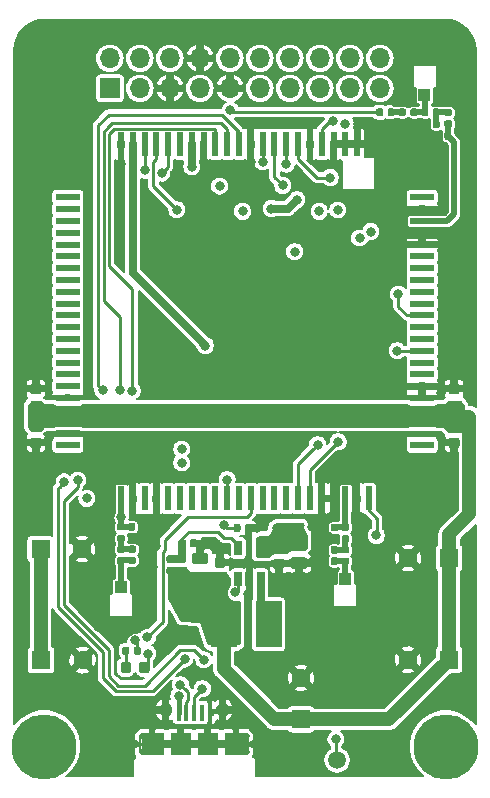
<source format=gtl>
G04 #@! TF.GenerationSoftware,KiCad,Pcbnew,(5.1.4-dirty)*
G04 #@! TF.CreationDate,2020-05-21T00:04:07+08:00*
G04 #@! TF.ProjectId,cicada-4g,63696361-6461-42d3-9467-2e6b69636164,0.1*
G04 #@! TF.SameCoordinates,PX7cee6c0PY3dfd240*
G04 #@! TF.FileFunction,Copper,L1,Top*
G04 #@! TF.FilePolarity,Positive*
%FSLAX46Y46*%
G04 Gerber Fmt 4.6, Leading zero omitted, Abs format (unit mm)*
G04 Created by KiCad (PCBNEW (5.1.4-dirty)) date 2020-05-21 00:04:07*
%MOMM*%
%LPD*%
G04 APERTURE LIST*
%ADD10R,1.998980X0.599440*%
%ADD11R,0.599440X1.998980*%
%ADD12C,5.500000*%
%ADD13R,1.700000X1.700000*%
%ADD14O,1.700000X1.700000*%
%ADD15C,1.600000*%
%ADD16R,1.600000X1.600000*%
%ADD17R,1.000000X1.000000*%
%ADD18R,1.050000X2.200000*%
%ADD19O,1.524000X1.900000*%
%ADD20R,1.800000X1.900000*%
%ADD21C,0.500000*%
%ADD22R,1.850000X1.900000*%
%ADD23R,0.250000X1.400000*%
%ADD24R,0.400000X1.350000*%
%ADD25O,1.050000X1.250000*%
%ADD26R,2.200000X3.900000*%
%ADD27C,0.150000*%
%ADD28C,0.590000*%
%ADD29C,0.875000*%
%ADD30R,0.650000X1.220000*%
%ADD31C,1.500000*%
%ADD32C,0.975000*%
%ADD33C,0.800000*%
%ADD34C,0.650000*%
%ADD35C,0.250000*%
%ADD36C,1.200000*%
%ADD37C,0.550000*%
%ADD38C,0.330000*%
%ADD39C,0.400000*%
%ADD40C,0.230000*%
%ADD41C,0.254000*%
%ADD42C,0.200000*%
G04 APERTURE END LIST*
D10*
X34996100Y-32499260D03*
X34996100Y-33499260D03*
X34996100Y-34499260D03*
X34996100Y-35499260D03*
D11*
X10500000Y-41000000D03*
X11500000Y-41000000D03*
X9500000Y-41000000D03*
D10*
X5000000Y-36500000D03*
X34996100Y-15502340D03*
X34996100Y-16500560D03*
X34996100Y-17501320D03*
X34996100Y-18502080D03*
X34996100Y-19500300D03*
X34996100Y-20501060D03*
X34996100Y-21501820D03*
X34996100Y-22500040D03*
X34996100Y-23498260D03*
X34996100Y-24499020D03*
X34996100Y-25499780D03*
X34996100Y-26498000D03*
X34996100Y-27498760D03*
X34996100Y-28499520D03*
X34996100Y-29497740D03*
X34996100Y-30498500D03*
X34996100Y-31499260D03*
X34996100Y-36500000D03*
D11*
X30498540Y-40993500D03*
X29497780Y-40993500D03*
X28499560Y-40993500D03*
X27498800Y-40993500D03*
X26498040Y-40993500D03*
X25499820Y-40993500D03*
X24499060Y-40993500D03*
X23498300Y-40993500D03*
X22500080Y-40993500D03*
X21501860Y-40993500D03*
X20501100Y-40993500D03*
X19500340Y-40993500D03*
X18502120Y-40993500D03*
X17501360Y-40993500D03*
X16500600Y-40993500D03*
X15502380Y-40993500D03*
X14501620Y-40993500D03*
X13500860Y-40993500D03*
X12500100Y-40993500D03*
D10*
X5000000Y-15500000D03*
X5000000Y-16500000D03*
X5001300Y-35498460D03*
X5001300Y-34497700D03*
X5001300Y-33499480D03*
X5001300Y-32498720D03*
X5001300Y-31497960D03*
X5001300Y-30499740D03*
X5001300Y-29498980D03*
X5001300Y-28498220D03*
X5001300Y-27500000D03*
X5001300Y-26501780D03*
X5001300Y-25501020D03*
X5001300Y-24500260D03*
X5001300Y-23502040D03*
X5001300Y-22501280D03*
X5001300Y-21500520D03*
X5001300Y-20502300D03*
X5001300Y-19501540D03*
X5001300Y-18500780D03*
X5001300Y-17500020D03*
D11*
X9500020Y-11001300D03*
X10500780Y-11001300D03*
X11501540Y-11001300D03*
X12502300Y-11001300D03*
X13500520Y-11001300D03*
X14501280Y-11001300D03*
X15502040Y-11001300D03*
X16500260Y-11001300D03*
X17501020Y-11001300D03*
X18501780Y-11001300D03*
X19500000Y-11001300D03*
X20498220Y-11001300D03*
X21498980Y-11001300D03*
X22499740Y-11001300D03*
X23497960Y-11001300D03*
X24498720Y-11001300D03*
X25499480Y-11001300D03*
X26497700Y-11001300D03*
X27498460Y-11001300D03*
X28499220Y-11001300D03*
X29499980Y-11001300D03*
D12*
X37000000Y-62000000D03*
X3000000Y-62000000D03*
D13*
X8570000Y-6270000D03*
D14*
X8570000Y-3730000D03*
X11110000Y-6270000D03*
X11110000Y-3730000D03*
X13650000Y-6270000D03*
X13650000Y-3730000D03*
X16190000Y-6270000D03*
X16190000Y-3730000D03*
X18730000Y-6270000D03*
X18730000Y-3730000D03*
X21270000Y-6270000D03*
X21270000Y-3730000D03*
X23810000Y-6270000D03*
X23810000Y-3730000D03*
X26350000Y-6270000D03*
X26350000Y-3730000D03*
X28890000Y-6270000D03*
X28890000Y-3730000D03*
X31430000Y-6270000D03*
X31430000Y-3730000D03*
D15*
X24750000Y-56200000D03*
D16*
X24750000Y-59700000D03*
D15*
X33800000Y-46050000D03*
D16*
X37300000Y-46050000D03*
D15*
X33800000Y-54650000D03*
D16*
X37300000Y-54650000D03*
D15*
X6200000Y-45300000D03*
D16*
X2700000Y-45300000D03*
D15*
X6250000Y-54700000D03*
D16*
X2750000Y-54700000D03*
D17*
X9500000Y-48500000D03*
X9500000Y-51500000D03*
D18*
X8025000Y-50000000D03*
X10975000Y-50000000D03*
D17*
X35200000Y-6800000D03*
X35200000Y-3800000D03*
D18*
X36675000Y-5300000D03*
X33725000Y-5300000D03*
D17*
X28500000Y-47800000D03*
X28500000Y-50800000D03*
D18*
X27025000Y-49300000D03*
X29975000Y-49300000D03*
D19*
X12100000Y-61800000D03*
D20*
X14550000Y-61800000D03*
X16850000Y-61800000D03*
D19*
X19300000Y-61800000D03*
D21*
X11250000Y-61100000D03*
X11250000Y-62500000D03*
X20150000Y-61100000D03*
X20150000Y-62500000D03*
D22*
X12175000Y-61800000D03*
X19225000Y-61800000D03*
D23*
X11125000Y-61800000D03*
X20275000Y-61800000D03*
D24*
X14400000Y-59125000D03*
X15050000Y-59125000D03*
X15700000Y-59125000D03*
X16350000Y-59125000D03*
X17000000Y-59125000D03*
D25*
X13275000Y-58900000D03*
X18125000Y-58900000D03*
D26*
X18200000Y-51650000D03*
X22000000Y-51650000D03*
D27*
G36*
X28686958Y-43155710D02*
G01*
X28701276Y-43157834D01*
X28715317Y-43161351D01*
X28728946Y-43166228D01*
X28742031Y-43172417D01*
X28754447Y-43179858D01*
X28766073Y-43188481D01*
X28776798Y-43198202D01*
X28786519Y-43208927D01*
X28795142Y-43220553D01*
X28802583Y-43232969D01*
X28808772Y-43246054D01*
X28813649Y-43259683D01*
X28817166Y-43273724D01*
X28819290Y-43288042D01*
X28820000Y-43302500D01*
X28820000Y-43597500D01*
X28819290Y-43611958D01*
X28817166Y-43626276D01*
X28813649Y-43640317D01*
X28808772Y-43653946D01*
X28802583Y-43667031D01*
X28795142Y-43679447D01*
X28786519Y-43691073D01*
X28776798Y-43701798D01*
X28766073Y-43711519D01*
X28754447Y-43720142D01*
X28742031Y-43727583D01*
X28728946Y-43733772D01*
X28715317Y-43738649D01*
X28701276Y-43742166D01*
X28686958Y-43744290D01*
X28672500Y-43745000D01*
X28327500Y-43745000D01*
X28313042Y-43744290D01*
X28298724Y-43742166D01*
X28284683Y-43738649D01*
X28271054Y-43733772D01*
X28257969Y-43727583D01*
X28245553Y-43720142D01*
X28233927Y-43711519D01*
X28223202Y-43701798D01*
X28213481Y-43691073D01*
X28204858Y-43679447D01*
X28197417Y-43667031D01*
X28191228Y-43653946D01*
X28186351Y-43640317D01*
X28182834Y-43626276D01*
X28180710Y-43611958D01*
X28180000Y-43597500D01*
X28180000Y-43302500D01*
X28180710Y-43288042D01*
X28182834Y-43273724D01*
X28186351Y-43259683D01*
X28191228Y-43246054D01*
X28197417Y-43232969D01*
X28204858Y-43220553D01*
X28213481Y-43208927D01*
X28223202Y-43198202D01*
X28233927Y-43188481D01*
X28245553Y-43179858D01*
X28257969Y-43172417D01*
X28271054Y-43166228D01*
X28284683Y-43161351D01*
X28298724Y-43157834D01*
X28313042Y-43155710D01*
X28327500Y-43155000D01*
X28672500Y-43155000D01*
X28686958Y-43155710D01*
X28686958Y-43155710D01*
G37*
D28*
X28500000Y-43450000D03*
D27*
G36*
X28686958Y-44125710D02*
G01*
X28701276Y-44127834D01*
X28715317Y-44131351D01*
X28728946Y-44136228D01*
X28742031Y-44142417D01*
X28754447Y-44149858D01*
X28766073Y-44158481D01*
X28776798Y-44168202D01*
X28786519Y-44178927D01*
X28795142Y-44190553D01*
X28802583Y-44202969D01*
X28808772Y-44216054D01*
X28813649Y-44229683D01*
X28817166Y-44243724D01*
X28819290Y-44258042D01*
X28820000Y-44272500D01*
X28820000Y-44567500D01*
X28819290Y-44581958D01*
X28817166Y-44596276D01*
X28813649Y-44610317D01*
X28808772Y-44623946D01*
X28802583Y-44637031D01*
X28795142Y-44649447D01*
X28786519Y-44661073D01*
X28776798Y-44671798D01*
X28766073Y-44681519D01*
X28754447Y-44690142D01*
X28742031Y-44697583D01*
X28728946Y-44703772D01*
X28715317Y-44708649D01*
X28701276Y-44712166D01*
X28686958Y-44714290D01*
X28672500Y-44715000D01*
X28327500Y-44715000D01*
X28313042Y-44714290D01*
X28298724Y-44712166D01*
X28284683Y-44708649D01*
X28271054Y-44703772D01*
X28257969Y-44697583D01*
X28245553Y-44690142D01*
X28233927Y-44681519D01*
X28223202Y-44671798D01*
X28213481Y-44661073D01*
X28204858Y-44649447D01*
X28197417Y-44637031D01*
X28191228Y-44623946D01*
X28186351Y-44610317D01*
X28182834Y-44596276D01*
X28180710Y-44581958D01*
X28180000Y-44567500D01*
X28180000Y-44272500D01*
X28180710Y-44258042D01*
X28182834Y-44243724D01*
X28186351Y-44229683D01*
X28191228Y-44216054D01*
X28197417Y-44202969D01*
X28204858Y-44190553D01*
X28213481Y-44178927D01*
X28223202Y-44168202D01*
X28233927Y-44158481D01*
X28245553Y-44149858D01*
X28257969Y-44142417D01*
X28271054Y-44136228D01*
X28284683Y-44131351D01*
X28298724Y-44127834D01*
X28313042Y-44125710D01*
X28327500Y-44125000D01*
X28672500Y-44125000D01*
X28686958Y-44125710D01*
X28686958Y-44125710D01*
G37*
D28*
X28500000Y-44420000D03*
D27*
G36*
X2577691Y-31276053D02*
G01*
X2598926Y-31279203D01*
X2619750Y-31284419D01*
X2639962Y-31291651D01*
X2659368Y-31300830D01*
X2677781Y-31311866D01*
X2695024Y-31324654D01*
X2710930Y-31339070D01*
X2725346Y-31354976D01*
X2738134Y-31372219D01*
X2749170Y-31390632D01*
X2758349Y-31410038D01*
X2765581Y-31430250D01*
X2770797Y-31451074D01*
X2773947Y-31472309D01*
X2775000Y-31493750D01*
X2775000Y-31931250D01*
X2773947Y-31952691D01*
X2770797Y-31973926D01*
X2765581Y-31994750D01*
X2758349Y-32014962D01*
X2749170Y-32034368D01*
X2738134Y-32052781D01*
X2725346Y-32070024D01*
X2710930Y-32085930D01*
X2695024Y-32100346D01*
X2677781Y-32113134D01*
X2659368Y-32124170D01*
X2639962Y-32133349D01*
X2619750Y-32140581D01*
X2598926Y-32145797D01*
X2577691Y-32148947D01*
X2556250Y-32150000D01*
X2043750Y-32150000D01*
X2022309Y-32148947D01*
X2001074Y-32145797D01*
X1980250Y-32140581D01*
X1960038Y-32133349D01*
X1940632Y-32124170D01*
X1922219Y-32113134D01*
X1904976Y-32100346D01*
X1889070Y-32085930D01*
X1874654Y-32070024D01*
X1861866Y-32052781D01*
X1850830Y-32034368D01*
X1841651Y-32014962D01*
X1834419Y-31994750D01*
X1829203Y-31973926D01*
X1826053Y-31952691D01*
X1825000Y-31931250D01*
X1825000Y-31493750D01*
X1826053Y-31472309D01*
X1829203Y-31451074D01*
X1834419Y-31430250D01*
X1841651Y-31410038D01*
X1850830Y-31390632D01*
X1861866Y-31372219D01*
X1874654Y-31354976D01*
X1889070Y-31339070D01*
X1904976Y-31324654D01*
X1922219Y-31311866D01*
X1940632Y-31300830D01*
X1960038Y-31291651D01*
X1980250Y-31284419D01*
X2001074Y-31279203D01*
X2022309Y-31276053D01*
X2043750Y-31275000D01*
X2556250Y-31275000D01*
X2577691Y-31276053D01*
X2577691Y-31276053D01*
G37*
D29*
X2300000Y-31712500D03*
D27*
G36*
X2577691Y-32851053D02*
G01*
X2598926Y-32854203D01*
X2619750Y-32859419D01*
X2639962Y-32866651D01*
X2659368Y-32875830D01*
X2677781Y-32886866D01*
X2695024Y-32899654D01*
X2710930Y-32914070D01*
X2725346Y-32929976D01*
X2738134Y-32947219D01*
X2749170Y-32965632D01*
X2758349Y-32985038D01*
X2765581Y-33005250D01*
X2770797Y-33026074D01*
X2773947Y-33047309D01*
X2775000Y-33068750D01*
X2775000Y-33506250D01*
X2773947Y-33527691D01*
X2770797Y-33548926D01*
X2765581Y-33569750D01*
X2758349Y-33589962D01*
X2749170Y-33609368D01*
X2738134Y-33627781D01*
X2725346Y-33645024D01*
X2710930Y-33660930D01*
X2695024Y-33675346D01*
X2677781Y-33688134D01*
X2659368Y-33699170D01*
X2639962Y-33708349D01*
X2619750Y-33715581D01*
X2598926Y-33720797D01*
X2577691Y-33723947D01*
X2556250Y-33725000D01*
X2043750Y-33725000D01*
X2022309Y-33723947D01*
X2001074Y-33720797D01*
X1980250Y-33715581D01*
X1960038Y-33708349D01*
X1940632Y-33699170D01*
X1922219Y-33688134D01*
X1904976Y-33675346D01*
X1889070Y-33660930D01*
X1874654Y-33645024D01*
X1861866Y-33627781D01*
X1850830Y-33609368D01*
X1841651Y-33589962D01*
X1834419Y-33569750D01*
X1829203Y-33548926D01*
X1826053Y-33527691D01*
X1825000Y-33506250D01*
X1825000Y-33068750D01*
X1826053Y-33047309D01*
X1829203Y-33026074D01*
X1834419Y-33005250D01*
X1841651Y-32985038D01*
X1850830Y-32965632D01*
X1861866Y-32947219D01*
X1874654Y-32929976D01*
X1889070Y-32914070D01*
X1904976Y-32899654D01*
X1922219Y-32886866D01*
X1940632Y-32875830D01*
X1960038Y-32866651D01*
X1980250Y-32859419D01*
X2001074Y-32854203D01*
X2022309Y-32851053D01*
X2043750Y-32850000D01*
X2556250Y-32850000D01*
X2577691Y-32851053D01*
X2577691Y-32851053D01*
G37*
D29*
X2300000Y-33287500D03*
D27*
G36*
X37977691Y-31276053D02*
G01*
X37998926Y-31279203D01*
X38019750Y-31284419D01*
X38039962Y-31291651D01*
X38059368Y-31300830D01*
X38077781Y-31311866D01*
X38095024Y-31324654D01*
X38110930Y-31339070D01*
X38125346Y-31354976D01*
X38138134Y-31372219D01*
X38149170Y-31390632D01*
X38158349Y-31410038D01*
X38165581Y-31430250D01*
X38170797Y-31451074D01*
X38173947Y-31472309D01*
X38175000Y-31493750D01*
X38175000Y-31931250D01*
X38173947Y-31952691D01*
X38170797Y-31973926D01*
X38165581Y-31994750D01*
X38158349Y-32014962D01*
X38149170Y-32034368D01*
X38138134Y-32052781D01*
X38125346Y-32070024D01*
X38110930Y-32085930D01*
X38095024Y-32100346D01*
X38077781Y-32113134D01*
X38059368Y-32124170D01*
X38039962Y-32133349D01*
X38019750Y-32140581D01*
X37998926Y-32145797D01*
X37977691Y-32148947D01*
X37956250Y-32150000D01*
X37443750Y-32150000D01*
X37422309Y-32148947D01*
X37401074Y-32145797D01*
X37380250Y-32140581D01*
X37360038Y-32133349D01*
X37340632Y-32124170D01*
X37322219Y-32113134D01*
X37304976Y-32100346D01*
X37289070Y-32085930D01*
X37274654Y-32070024D01*
X37261866Y-32052781D01*
X37250830Y-32034368D01*
X37241651Y-32014962D01*
X37234419Y-31994750D01*
X37229203Y-31973926D01*
X37226053Y-31952691D01*
X37225000Y-31931250D01*
X37225000Y-31493750D01*
X37226053Y-31472309D01*
X37229203Y-31451074D01*
X37234419Y-31430250D01*
X37241651Y-31410038D01*
X37250830Y-31390632D01*
X37261866Y-31372219D01*
X37274654Y-31354976D01*
X37289070Y-31339070D01*
X37304976Y-31324654D01*
X37322219Y-31311866D01*
X37340632Y-31300830D01*
X37360038Y-31291651D01*
X37380250Y-31284419D01*
X37401074Y-31279203D01*
X37422309Y-31276053D01*
X37443750Y-31275000D01*
X37956250Y-31275000D01*
X37977691Y-31276053D01*
X37977691Y-31276053D01*
G37*
D29*
X37700000Y-31712500D03*
D27*
G36*
X37977691Y-32851053D02*
G01*
X37998926Y-32854203D01*
X38019750Y-32859419D01*
X38039962Y-32866651D01*
X38059368Y-32875830D01*
X38077781Y-32886866D01*
X38095024Y-32899654D01*
X38110930Y-32914070D01*
X38125346Y-32929976D01*
X38138134Y-32947219D01*
X38149170Y-32965632D01*
X38158349Y-32985038D01*
X38165581Y-33005250D01*
X38170797Y-33026074D01*
X38173947Y-33047309D01*
X38175000Y-33068750D01*
X38175000Y-33506250D01*
X38173947Y-33527691D01*
X38170797Y-33548926D01*
X38165581Y-33569750D01*
X38158349Y-33589962D01*
X38149170Y-33609368D01*
X38138134Y-33627781D01*
X38125346Y-33645024D01*
X38110930Y-33660930D01*
X38095024Y-33675346D01*
X38077781Y-33688134D01*
X38059368Y-33699170D01*
X38039962Y-33708349D01*
X38019750Y-33715581D01*
X37998926Y-33720797D01*
X37977691Y-33723947D01*
X37956250Y-33725000D01*
X37443750Y-33725000D01*
X37422309Y-33723947D01*
X37401074Y-33720797D01*
X37380250Y-33715581D01*
X37360038Y-33708349D01*
X37340632Y-33699170D01*
X37322219Y-33688134D01*
X37304976Y-33675346D01*
X37289070Y-33660930D01*
X37274654Y-33645024D01*
X37261866Y-33627781D01*
X37250830Y-33609368D01*
X37241651Y-33589962D01*
X37234419Y-33569750D01*
X37229203Y-33548926D01*
X37226053Y-33527691D01*
X37225000Y-33506250D01*
X37225000Y-33068750D01*
X37226053Y-33047309D01*
X37229203Y-33026074D01*
X37234419Y-33005250D01*
X37241651Y-32985038D01*
X37250830Y-32965632D01*
X37261866Y-32947219D01*
X37274654Y-32929976D01*
X37289070Y-32914070D01*
X37304976Y-32899654D01*
X37322219Y-32886866D01*
X37340632Y-32875830D01*
X37360038Y-32866651D01*
X37380250Y-32859419D01*
X37401074Y-32854203D01*
X37422309Y-32851053D01*
X37443750Y-32850000D01*
X37956250Y-32850000D01*
X37977691Y-32851053D01*
X37977691Y-32851053D01*
G37*
D29*
X37700000Y-33287500D03*
D27*
G36*
X14852694Y-44480710D02*
G01*
X14867012Y-44482834D01*
X14881053Y-44486351D01*
X14894682Y-44491228D01*
X14907767Y-44497417D01*
X14920183Y-44504858D01*
X14931809Y-44513481D01*
X14942534Y-44523202D01*
X14952255Y-44533927D01*
X14960878Y-44545553D01*
X14968319Y-44557969D01*
X14974508Y-44571054D01*
X14979385Y-44584683D01*
X14982902Y-44598724D01*
X14985026Y-44613042D01*
X14985736Y-44627500D01*
X14985736Y-44972500D01*
X14985026Y-44986958D01*
X14982902Y-45001276D01*
X14979385Y-45015317D01*
X14974508Y-45028946D01*
X14968319Y-45042031D01*
X14960878Y-45054447D01*
X14952255Y-45066073D01*
X14942534Y-45076798D01*
X14931809Y-45086519D01*
X14920183Y-45095142D01*
X14907767Y-45102583D01*
X14894682Y-45108772D01*
X14881053Y-45113649D01*
X14867012Y-45117166D01*
X14852694Y-45119290D01*
X14838236Y-45120000D01*
X14543236Y-45120000D01*
X14528778Y-45119290D01*
X14514460Y-45117166D01*
X14500419Y-45113649D01*
X14486790Y-45108772D01*
X14473705Y-45102583D01*
X14461289Y-45095142D01*
X14449663Y-45086519D01*
X14438938Y-45076798D01*
X14429217Y-45066073D01*
X14420594Y-45054447D01*
X14413153Y-45042031D01*
X14406964Y-45028946D01*
X14402087Y-45015317D01*
X14398570Y-45001276D01*
X14396446Y-44986958D01*
X14395736Y-44972500D01*
X14395736Y-44627500D01*
X14396446Y-44613042D01*
X14398570Y-44598724D01*
X14402087Y-44584683D01*
X14406964Y-44571054D01*
X14413153Y-44557969D01*
X14420594Y-44545553D01*
X14429217Y-44533927D01*
X14438938Y-44523202D01*
X14449663Y-44513481D01*
X14461289Y-44504858D01*
X14473705Y-44497417D01*
X14486790Y-44491228D01*
X14500419Y-44486351D01*
X14514460Y-44482834D01*
X14528778Y-44480710D01*
X14543236Y-44480000D01*
X14838236Y-44480000D01*
X14852694Y-44480710D01*
X14852694Y-44480710D01*
G37*
D28*
X14690736Y-44800000D03*
D27*
G36*
X15822694Y-44480710D02*
G01*
X15837012Y-44482834D01*
X15851053Y-44486351D01*
X15864682Y-44491228D01*
X15877767Y-44497417D01*
X15890183Y-44504858D01*
X15901809Y-44513481D01*
X15912534Y-44523202D01*
X15922255Y-44533927D01*
X15930878Y-44545553D01*
X15938319Y-44557969D01*
X15944508Y-44571054D01*
X15949385Y-44584683D01*
X15952902Y-44598724D01*
X15955026Y-44613042D01*
X15955736Y-44627500D01*
X15955736Y-44972500D01*
X15955026Y-44986958D01*
X15952902Y-45001276D01*
X15949385Y-45015317D01*
X15944508Y-45028946D01*
X15938319Y-45042031D01*
X15930878Y-45054447D01*
X15922255Y-45066073D01*
X15912534Y-45076798D01*
X15901809Y-45086519D01*
X15890183Y-45095142D01*
X15877767Y-45102583D01*
X15864682Y-45108772D01*
X15851053Y-45113649D01*
X15837012Y-45117166D01*
X15822694Y-45119290D01*
X15808236Y-45120000D01*
X15513236Y-45120000D01*
X15498778Y-45119290D01*
X15484460Y-45117166D01*
X15470419Y-45113649D01*
X15456790Y-45108772D01*
X15443705Y-45102583D01*
X15431289Y-45095142D01*
X15419663Y-45086519D01*
X15408938Y-45076798D01*
X15399217Y-45066073D01*
X15390594Y-45054447D01*
X15383153Y-45042031D01*
X15376964Y-45028946D01*
X15372087Y-45015317D01*
X15368570Y-45001276D01*
X15366446Y-44986958D01*
X15365736Y-44972500D01*
X15365736Y-44627500D01*
X15366446Y-44613042D01*
X15368570Y-44598724D01*
X15372087Y-44584683D01*
X15376964Y-44571054D01*
X15383153Y-44557969D01*
X15390594Y-44545553D01*
X15399217Y-44533927D01*
X15408938Y-44523202D01*
X15419663Y-44513481D01*
X15431289Y-44504858D01*
X15443705Y-44497417D01*
X15456790Y-44491228D01*
X15470419Y-44486351D01*
X15484460Y-44482834D01*
X15498778Y-44480710D01*
X15513236Y-44480000D01*
X15808236Y-44480000D01*
X15822694Y-44480710D01*
X15822694Y-44480710D01*
G37*
D28*
X15660736Y-44800000D03*
D27*
G36*
X20461958Y-43180710D02*
G01*
X20476276Y-43182834D01*
X20490317Y-43186351D01*
X20503946Y-43191228D01*
X20517031Y-43197417D01*
X20529447Y-43204858D01*
X20541073Y-43213481D01*
X20551798Y-43223202D01*
X20561519Y-43233927D01*
X20570142Y-43245553D01*
X20577583Y-43257969D01*
X20583772Y-43271054D01*
X20588649Y-43284683D01*
X20592166Y-43298724D01*
X20594290Y-43313042D01*
X20595000Y-43327500D01*
X20595000Y-43672500D01*
X20594290Y-43686958D01*
X20592166Y-43701276D01*
X20588649Y-43715317D01*
X20583772Y-43728946D01*
X20577583Y-43742031D01*
X20570142Y-43754447D01*
X20561519Y-43766073D01*
X20551798Y-43776798D01*
X20541073Y-43786519D01*
X20529447Y-43795142D01*
X20517031Y-43802583D01*
X20503946Y-43808772D01*
X20490317Y-43813649D01*
X20476276Y-43817166D01*
X20461958Y-43819290D01*
X20447500Y-43820000D01*
X20152500Y-43820000D01*
X20138042Y-43819290D01*
X20123724Y-43817166D01*
X20109683Y-43813649D01*
X20096054Y-43808772D01*
X20082969Y-43802583D01*
X20070553Y-43795142D01*
X20058927Y-43786519D01*
X20048202Y-43776798D01*
X20038481Y-43766073D01*
X20029858Y-43754447D01*
X20022417Y-43742031D01*
X20016228Y-43728946D01*
X20011351Y-43715317D01*
X20007834Y-43701276D01*
X20005710Y-43686958D01*
X20005000Y-43672500D01*
X20005000Y-43327500D01*
X20005710Y-43313042D01*
X20007834Y-43298724D01*
X20011351Y-43284683D01*
X20016228Y-43271054D01*
X20022417Y-43257969D01*
X20029858Y-43245553D01*
X20038481Y-43233927D01*
X20048202Y-43223202D01*
X20058927Y-43213481D01*
X20070553Y-43204858D01*
X20082969Y-43197417D01*
X20096054Y-43191228D01*
X20109683Y-43186351D01*
X20123724Y-43182834D01*
X20138042Y-43180710D01*
X20152500Y-43180000D01*
X20447500Y-43180000D01*
X20461958Y-43180710D01*
X20461958Y-43180710D01*
G37*
D28*
X20300000Y-43500000D03*
D27*
G36*
X19491958Y-43180710D02*
G01*
X19506276Y-43182834D01*
X19520317Y-43186351D01*
X19533946Y-43191228D01*
X19547031Y-43197417D01*
X19559447Y-43204858D01*
X19571073Y-43213481D01*
X19581798Y-43223202D01*
X19591519Y-43233927D01*
X19600142Y-43245553D01*
X19607583Y-43257969D01*
X19613772Y-43271054D01*
X19618649Y-43284683D01*
X19622166Y-43298724D01*
X19624290Y-43313042D01*
X19625000Y-43327500D01*
X19625000Y-43672500D01*
X19624290Y-43686958D01*
X19622166Y-43701276D01*
X19618649Y-43715317D01*
X19613772Y-43728946D01*
X19607583Y-43742031D01*
X19600142Y-43754447D01*
X19591519Y-43766073D01*
X19581798Y-43776798D01*
X19571073Y-43786519D01*
X19559447Y-43795142D01*
X19547031Y-43802583D01*
X19533946Y-43808772D01*
X19520317Y-43813649D01*
X19506276Y-43817166D01*
X19491958Y-43819290D01*
X19477500Y-43820000D01*
X19182500Y-43820000D01*
X19168042Y-43819290D01*
X19153724Y-43817166D01*
X19139683Y-43813649D01*
X19126054Y-43808772D01*
X19112969Y-43802583D01*
X19100553Y-43795142D01*
X19088927Y-43786519D01*
X19078202Y-43776798D01*
X19068481Y-43766073D01*
X19059858Y-43754447D01*
X19052417Y-43742031D01*
X19046228Y-43728946D01*
X19041351Y-43715317D01*
X19037834Y-43701276D01*
X19035710Y-43686958D01*
X19035000Y-43672500D01*
X19035000Y-43327500D01*
X19035710Y-43313042D01*
X19037834Y-43298724D01*
X19041351Y-43284683D01*
X19046228Y-43271054D01*
X19052417Y-43257969D01*
X19059858Y-43245553D01*
X19068481Y-43233927D01*
X19078202Y-43223202D01*
X19088927Y-43213481D01*
X19100553Y-43204858D01*
X19112969Y-43197417D01*
X19126054Y-43191228D01*
X19139683Y-43186351D01*
X19153724Y-43182834D01*
X19168042Y-43180710D01*
X19182500Y-43180000D01*
X19477500Y-43180000D01*
X19491958Y-43180710D01*
X19491958Y-43180710D01*
G37*
D28*
X19330000Y-43500000D03*
D27*
G36*
X14862694Y-46817919D02*
G01*
X14877012Y-46820043D01*
X14891053Y-46823560D01*
X14904682Y-46828437D01*
X14917767Y-46834626D01*
X14930183Y-46842067D01*
X14941809Y-46850690D01*
X14952534Y-46860411D01*
X14962255Y-46871136D01*
X14970878Y-46882762D01*
X14978319Y-46895178D01*
X14984508Y-46908263D01*
X14989385Y-46921892D01*
X14992902Y-46935933D01*
X14995026Y-46950251D01*
X14995736Y-46964709D01*
X14995736Y-47259709D01*
X14995026Y-47274167D01*
X14992902Y-47288485D01*
X14989385Y-47302526D01*
X14984508Y-47316155D01*
X14978319Y-47329240D01*
X14970878Y-47341656D01*
X14962255Y-47353282D01*
X14952534Y-47364007D01*
X14941809Y-47373728D01*
X14930183Y-47382351D01*
X14917767Y-47389792D01*
X14904682Y-47395981D01*
X14891053Y-47400858D01*
X14877012Y-47404375D01*
X14862694Y-47406499D01*
X14848236Y-47407209D01*
X14503236Y-47407209D01*
X14488778Y-47406499D01*
X14474460Y-47404375D01*
X14460419Y-47400858D01*
X14446790Y-47395981D01*
X14433705Y-47389792D01*
X14421289Y-47382351D01*
X14409663Y-47373728D01*
X14398938Y-47364007D01*
X14389217Y-47353282D01*
X14380594Y-47341656D01*
X14373153Y-47329240D01*
X14366964Y-47316155D01*
X14362087Y-47302526D01*
X14358570Y-47288485D01*
X14356446Y-47274167D01*
X14355736Y-47259709D01*
X14355736Y-46964709D01*
X14356446Y-46950251D01*
X14358570Y-46935933D01*
X14362087Y-46921892D01*
X14366964Y-46908263D01*
X14373153Y-46895178D01*
X14380594Y-46882762D01*
X14389217Y-46871136D01*
X14398938Y-46860411D01*
X14409663Y-46850690D01*
X14421289Y-46842067D01*
X14433705Y-46834626D01*
X14446790Y-46828437D01*
X14460419Y-46823560D01*
X14474460Y-46820043D01*
X14488778Y-46817919D01*
X14503236Y-46817209D01*
X14848236Y-46817209D01*
X14862694Y-46817919D01*
X14862694Y-46817919D01*
G37*
D28*
X14675736Y-47112209D03*
D27*
G36*
X14862694Y-45847919D02*
G01*
X14877012Y-45850043D01*
X14891053Y-45853560D01*
X14904682Y-45858437D01*
X14917767Y-45864626D01*
X14930183Y-45872067D01*
X14941809Y-45880690D01*
X14952534Y-45890411D01*
X14962255Y-45901136D01*
X14970878Y-45912762D01*
X14978319Y-45925178D01*
X14984508Y-45938263D01*
X14989385Y-45951892D01*
X14992902Y-45965933D01*
X14995026Y-45980251D01*
X14995736Y-45994709D01*
X14995736Y-46289709D01*
X14995026Y-46304167D01*
X14992902Y-46318485D01*
X14989385Y-46332526D01*
X14984508Y-46346155D01*
X14978319Y-46359240D01*
X14970878Y-46371656D01*
X14962255Y-46383282D01*
X14952534Y-46394007D01*
X14941809Y-46403728D01*
X14930183Y-46412351D01*
X14917767Y-46419792D01*
X14904682Y-46425981D01*
X14891053Y-46430858D01*
X14877012Y-46434375D01*
X14862694Y-46436499D01*
X14848236Y-46437209D01*
X14503236Y-46437209D01*
X14488778Y-46436499D01*
X14474460Y-46434375D01*
X14460419Y-46430858D01*
X14446790Y-46425981D01*
X14433705Y-46419792D01*
X14421289Y-46412351D01*
X14409663Y-46403728D01*
X14398938Y-46394007D01*
X14389217Y-46383282D01*
X14380594Y-46371656D01*
X14373153Y-46359240D01*
X14366964Y-46346155D01*
X14362087Y-46332526D01*
X14358570Y-46318485D01*
X14356446Y-46304167D01*
X14355736Y-46289709D01*
X14355736Y-45994709D01*
X14356446Y-45980251D01*
X14358570Y-45965933D01*
X14362087Y-45951892D01*
X14366964Y-45938263D01*
X14373153Y-45925178D01*
X14380594Y-45912762D01*
X14389217Y-45901136D01*
X14398938Y-45890411D01*
X14409663Y-45880690D01*
X14421289Y-45872067D01*
X14433705Y-45864626D01*
X14446790Y-45858437D01*
X14460419Y-45853560D01*
X14474460Y-45850043D01*
X14488778Y-45847919D01*
X14503236Y-45847209D01*
X14848236Y-45847209D01*
X14862694Y-45847919D01*
X14862694Y-45847919D01*
G37*
D28*
X14675736Y-46142209D03*
D27*
G36*
X31576958Y-7980710D02*
G01*
X31591276Y-7982834D01*
X31605317Y-7986351D01*
X31618946Y-7991228D01*
X31632031Y-7997417D01*
X31644447Y-8004858D01*
X31656073Y-8013481D01*
X31666798Y-8023202D01*
X31676519Y-8033927D01*
X31685142Y-8045553D01*
X31692583Y-8057969D01*
X31698772Y-8071054D01*
X31703649Y-8084683D01*
X31707166Y-8098724D01*
X31709290Y-8113042D01*
X31710000Y-8127500D01*
X31710000Y-8472500D01*
X31709290Y-8486958D01*
X31707166Y-8501276D01*
X31703649Y-8515317D01*
X31698772Y-8528946D01*
X31692583Y-8542031D01*
X31685142Y-8554447D01*
X31676519Y-8566073D01*
X31666798Y-8576798D01*
X31656073Y-8586519D01*
X31644447Y-8595142D01*
X31632031Y-8602583D01*
X31618946Y-8608772D01*
X31605317Y-8613649D01*
X31591276Y-8617166D01*
X31576958Y-8619290D01*
X31562500Y-8620000D01*
X31267500Y-8620000D01*
X31253042Y-8619290D01*
X31238724Y-8617166D01*
X31224683Y-8613649D01*
X31211054Y-8608772D01*
X31197969Y-8602583D01*
X31185553Y-8595142D01*
X31173927Y-8586519D01*
X31163202Y-8576798D01*
X31153481Y-8566073D01*
X31144858Y-8554447D01*
X31137417Y-8542031D01*
X31131228Y-8528946D01*
X31126351Y-8515317D01*
X31122834Y-8501276D01*
X31120710Y-8486958D01*
X31120000Y-8472500D01*
X31120000Y-8127500D01*
X31120710Y-8113042D01*
X31122834Y-8098724D01*
X31126351Y-8084683D01*
X31131228Y-8071054D01*
X31137417Y-8057969D01*
X31144858Y-8045553D01*
X31153481Y-8033927D01*
X31163202Y-8023202D01*
X31173927Y-8013481D01*
X31185553Y-8004858D01*
X31197969Y-7997417D01*
X31211054Y-7991228D01*
X31224683Y-7986351D01*
X31238724Y-7982834D01*
X31253042Y-7980710D01*
X31267500Y-7980000D01*
X31562500Y-7980000D01*
X31576958Y-7980710D01*
X31576958Y-7980710D01*
G37*
D28*
X31415000Y-8300000D03*
D27*
G36*
X32546958Y-7980710D02*
G01*
X32561276Y-7982834D01*
X32575317Y-7986351D01*
X32588946Y-7991228D01*
X32602031Y-7997417D01*
X32614447Y-8004858D01*
X32626073Y-8013481D01*
X32636798Y-8023202D01*
X32646519Y-8033927D01*
X32655142Y-8045553D01*
X32662583Y-8057969D01*
X32668772Y-8071054D01*
X32673649Y-8084683D01*
X32677166Y-8098724D01*
X32679290Y-8113042D01*
X32680000Y-8127500D01*
X32680000Y-8472500D01*
X32679290Y-8486958D01*
X32677166Y-8501276D01*
X32673649Y-8515317D01*
X32668772Y-8528946D01*
X32662583Y-8542031D01*
X32655142Y-8554447D01*
X32646519Y-8566073D01*
X32636798Y-8576798D01*
X32626073Y-8586519D01*
X32614447Y-8595142D01*
X32602031Y-8602583D01*
X32588946Y-8608772D01*
X32575317Y-8613649D01*
X32561276Y-8617166D01*
X32546958Y-8619290D01*
X32532500Y-8620000D01*
X32237500Y-8620000D01*
X32223042Y-8619290D01*
X32208724Y-8617166D01*
X32194683Y-8613649D01*
X32181054Y-8608772D01*
X32167969Y-8602583D01*
X32155553Y-8595142D01*
X32143927Y-8586519D01*
X32133202Y-8576798D01*
X32123481Y-8566073D01*
X32114858Y-8554447D01*
X32107417Y-8542031D01*
X32101228Y-8528946D01*
X32096351Y-8515317D01*
X32092834Y-8501276D01*
X32090710Y-8486958D01*
X32090000Y-8472500D01*
X32090000Y-8127500D01*
X32090710Y-8113042D01*
X32092834Y-8098724D01*
X32096351Y-8084683D01*
X32101228Y-8071054D01*
X32107417Y-8057969D01*
X32114858Y-8045553D01*
X32123481Y-8033927D01*
X32133202Y-8023202D01*
X32143927Y-8013481D01*
X32155553Y-8004858D01*
X32167969Y-7997417D01*
X32181054Y-7991228D01*
X32194683Y-7986351D01*
X32208724Y-7982834D01*
X32223042Y-7980710D01*
X32237500Y-7980000D01*
X32532500Y-7980000D01*
X32546958Y-7980710D01*
X32546958Y-7980710D01*
G37*
D28*
X32385000Y-8300000D03*
D27*
G36*
X11046958Y-53580710D02*
G01*
X11061276Y-53582834D01*
X11075317Y-53586351D01*
X11088946Y-53591228D01*
X11102031Y-53597417D01*
X11114447Y-53604858D01*
X11126073Y-53613481D01*
X11136798Y-53623202D01*
X11146519Y-53633927D01*
X11155142Y-53645553D01*
X11162583Y-53657969D01*
X11168772Y-53671054D01*
X11173649Y-53684683D01*
X11177166Y-53698724D01*
X11179290Y-53713042D01*
X11180000Y-53727500D01*
X11180000Y-54072500D01*
X11179290Y-54086958D01*
X11177166Y-54101276D01*
X11173649Y-54115317D01*
X11168772Y-54128946D01*
X11162583Y-54142031D01*
X11155142Y-54154447D01*
X11146519Y-54166073D01*
X11136798Y-54176798D01*
X11126073Y-54186519D01*
X11114447Y-54195142D01*
X11102031Y-54202583D01*
X11088946Y-54208772D01*
X11075317Y-54213649D01*
X11061276Y-54217166D01*
X11046958Y-54219290D01*
X11032500Y-54220000D01*
X10737500Y-54220000D01*
X10723042Y-54219290D01*
X10708724Y-54217166D01*
X10694683Y-54213649D01*
X10681054Y-54208772D01*
X10667969Y-54202583D01*
X10655553Y-54195142D01*
X10643927Y-54186519D01*
X10633202Y-54176798D01*
X10623481Y-54166073D01*
X10614858Y-54154447D01*
X10607417Y-54142031D01*
X10601228Y-54128946D01*
X10596351Y-54115317D01*
X10592834Y-54101276D01*
X10590710Y-54086958D01*
X10590000Y-54072500D01*
X10590000Y-53727500D01*
X10590710Y-53713042D01*
X10592834Y-53698724D01*
X10596351Y-53684683D01*
X10601228Y-53671054D01*
X10607417Y-53657969D01*
X10614858Y-53645553D01*
X10623481Y-53633927D01*
X10633202Y-53623202D01*
X10643927Y-53613481D01*
X10655553Y-53604858D01*
X10667969Y-53597417D01*
X10681054Y-53591228D01*
X10694683Y-53586351D01*
X10708724Y-53582834D01*
X10723042Y-53580710D01*
X10737500Y-53580000D01*
X11032500Y-53580000D01*
X11046958Y-53580710D01*
X11046958Y-53580710D01*
G37*
D28*
X10885000Y-53900000D03*
D27*
G36*
X10076958Y-53580710D02*
G01*
X10091276Y-53582834D01*
X10105317Y-53586351D01*
X10118946Y-53591228D01*
X10132031Y-53597417D01*
X10144447Y-53604858D01*
X10156073Y-53613481D01*
X10166798Y-53623202D01*
X10176519Y-53633927D01*
X10185142Y-53645553D01*
X10192583Y-53657969D01*
X10198772Y-53671054D01*
X10203649Y-53684683D01*
X10207166Y-53698724D01*
X10209290Y-53713042D01*
X10210000Y-53727500D01*
X10210000Y-54072500D01*
X10209290Y-54086958D01*
X10207166Y-54101276D01*
X10203649Y-54115317D01*
X10198772Y-54128946D01*
X10192583Y-54142031D01*
X10185142Y-54154447D01*
X10176519Y-54166073D01*
X10166798Y-54176798D01*
X10156073Y-54186519D01*
X10144447Y-54195142D01*
X10132031Y-54202583D01*
X10118946Y-54208772D01*
X10105317Y-54213649D01*
X10091276Y-54217166D01*
X10076958Y-54219290D01*
X10062500Y-54220000D01*
X9767500Y-54220000D01*
X9753042Y-54219290D01*
X9738724Y-54217166D01*
X9724683Y-54213649D01*
X9711054Y-54208772D01*
X9697969Y-54202583D01*
X9685553Y-54195142D01*
X9673927Y-54186519D01*
X9663202Y-54176798D01*
X9653481Y-54166073D01*
X9644858Y-54154447D01*
X9637417Y-54142031D01*
X9631228Y-54128946D01*
X9626351Y-54115317D01*
X9622834Y-54101276D01*
X9620710Y-54086958D01*
X9620000Y-54072500D01*
X9620000Y-53727500D01*
X9620710Y-53713042D01*
X9622834Y-53698724D01*
X9626351Y-53684683D01*
X9631228Y-53671054D01*
X9637417Y-53657969D01*
X9644858Y-53645553D01*
X9653481Y-53633927D01*
X9663202Y-53623202D01*
X9673927Y-53613481D01*
X9685553Y-53604858D01*
X9697969Y-53597417D01*
X9711054Y-53591228D01*
X9724683Y-53586351D01*
X9738724Y-53582834D01*
X9753042Y-53580710D01*
X9767500Y-53580000D01*
X10062500Y-53580000D01*
X10076958Y-53580710D01*
X10076958Y-53580710D01*
G37*
D28*
X9915000Y-53900000D03*
D30*
X19425735Y-45217209D03*
X21325735Y-45217209D03*
X21325735Y-47837209D03*
X20375735Y-47837209D03*
X19425735Y-47837209D03*
D31*
X27800000Y-63150000D03*
D27*
G36*
X28686958Y-45055710D02*
G01*
X28701276Y-45057834D01*
X28715317Y-45061351D01*
X28728946Y-45066228D01*
X28742031Y-45072417D01*
X28754447Y-45079858D01*
X28766073Y-45088481D01*
X28776798Y-45098202D01*
X28786519Y-45108927D01*
X28795142Y-45120553D01*
X28802583Y-45132969D01*
X28808772Y-45146054D01*
X28813649Y-45159683D01*
X28817166Y-45173724D01*
X28819290Y-45188042D01*
X28820000Y-45202500D01*
X28820000Y-45497500D01*
X28819290Y-45511958D01*
X28817166Y-45526276D01*
X28813649Y-45540317D01*
X28808772Y-45553946D01*
X28802583Y-45567031D01*
X28795142Y-45579447D01*
X28786519Y-45591073D01*
X28776798Y-45601798D01*
X28766073Y-45611519D01*
X28754447Y-45620142D01*
X28742031Y-45627583D01*
X28728946Y-45633772D01*
X28715317Y-45638649D01*
X28701276Y-45642166D01*
X28686958Y-45644290D01*
X28672500Y-45645000D01*
X28327500Y-45645000D01*
X28313042Y-45644290D01*
X28298724Y-45642166D01*
X28284683Y-45638649D01*
X28271054Y-45633772D01*
X28257969Y-45627583D01*
X28245553Y-45620142D01*
X28233927Y-45611519D01*
X28223202Y-45601798D01*
X28213481Y-45591073D01*
X28204858Y-45579447D01*
X28197417Y-45567031D01*
X28191228Y-45553946D01*
X28186351Y-45540317D01*
X28182834Y-45526276D01*
X28180710Y-45511958D01*
X28180000Y-45497500D01*
X28180000Y-45202500D01*
X28180710Y-45188042D01*
X28182834Y-45173724D01*
X28186351Y-45159683D01*
X28191228Y-45146054D01*
X28197417Y-45132969D01*
X28204858Y-45120553D01*
X28213481Y-45108927D01*
X28223202Y-45098202D01*
X28233927Y-45088481D01*
X28245553Y-45079858D01*
X28257969Y-45072417D01*
X28271054Y-45066228D01*
X28284683Y-45061351D01*
X28298724Y-45057834D01*
X28313042Y-45055710D01*
X28327500Y-45055000D01*
X28672500Y-45055000D01*
X28686958Y-45055710D01*
X28686958Y-45055710D01*
G37*
D28*
X28500000Y-45350000D03*
D27*
G36*
X28686958Y-46025710D02*
G01*
X28701276Y-46027834D01*
X28715317Y-46031351D01*
X28728946Y-46036228D01*
X28742031Y-46042417D01*
X28754447Y-46049858D01*
X28766073Y-46058481D01*
X28776798Y-46068202D01*
X28786519Y-46078927D01*
X28795142Y-46090553D01*
X28802583Y-46102969D01*
X28808772Y-46116054D01*
X28813649Y-46129683D01*
X28817166Y-46143724D01*
X28819290Y-46158042D01*
X28820000Y-46172500D01*
X28820000Y-46467500D01*
X28819290Y-46481958D01*
X28817166Y-46496276D01*
X28813649Y-46510317D01*
X28808772Y-46523946D01*
X28802583Y-46537031D01*
X28795142Y-46549447D01*
X28786519Y-46561073D01*
X28776798Y-46571798D01*
X28766073Y-46581519D01*
X28754447Y-46590142D01*
X28742031Y-46597583D01*
X28728946Y-46603772D01*
X28715317Y-46608649D01*
X28701276Y-46612166D01*
X28686958Y-46614290D01*
X28672500Y-46615000D01*
X28327500Y-46615000D01*
X28313042Y-46614290D01*
X28298724Y-46612166D01*
X28284683Y-46608649D01*
X28271054Y-46603772D01*
X28257969Y-46597583D01*
X28245553Y-46590142D01*
X28233927Y-46581519D01*
X28223202Y-46571798D01*
X28213481Y-46561073D01*
X28204858Y-46549447D01*
X28197417Y-46537031D01*
X28191228Y-46523946D01*
X28186351Y-46510317D01*
X28182834Y-46496276D01*
X28180710Y-46481958D01*
X28180000Y-46467500D01*
X28180000Y-46172500D01*
X28180710Y-46158042D01*
X28182834Y-46143724D01*
X28186351Y-46129683D01*
X28191228Y-46116054D01*
X28197417Y-46102969D01*
X28204858Y-46090553D01*
X28213481Y-46078927D01*
X28223202Y-46068202D01*
X28233927Y-46058481D01*
X28245553Y-46049858D01*
X28257969Y-46042417D01*
X28271054Y-46036228D01*
X28284683Y-46031351D01*
X28298724Y-46027834D01*
X28313042Y-46025710D01*
X28327500Y-46025000D01*
X28672500Y-46025000D01*
X28686958Y-46025710D01*
X28686958Y-46025710D01*
G37*
D28*
X28500000Y-46320000D03*
D27*
G36*
X9686958Y-45005710D02*
G01*
X9701276Y-45007834D01*
X9715317Y-45011351D01*
X9728946Y-45016228D01*
X9742031Y-45022417D01*
X9754447Y-45029858D01*
X9766073Y-45038481D01*
X9776798Y-45048202D01*
X9786519Y-45058927D01*
X9795142Y-45070553D01*
X9802583Y-45082969D01*
X9808772Y-45096054D01*
X9813649Y-45109683D01*
X9817166Y-45123724D01*
X9819290Y-45138042D01*
X9820000Y-45152500D01*
X9820000Y-45447500D01*
X9819290Y-45461958D01*
X9817166Y-45476276D01*
X9813649Y-45490317D01*
X9808772Y-45503946D01*
X9802583Y-45517031D01*
X9795142Y-45529447D01*
X9786519Y-45541073D01*
X9776798Y-45551798D01*
X9766073Y-45561519D01*
X9754447Y-45570142D01*
X9742031Y-45577583D01*
X9728946Y-45583772D01*
X9715317Y-45588649D01*
X9701276Y-45592166D01*
X9686958Y-45594290D01*
X9672500Y-45595000D01*
X9327500Y-45595000D01*
X9313042Y-45594290D01*
X9298724Y-45592166D01*
X9284683Y-45588649D01*
X9271054Y-45583772D01*
X9257969Y-45577583D01*
X9245553Y-45570142D01*
X9233927Y-45561519D01*
X9223202Y-45551798D01*
X9213481Y-45541073D01*
X9204858Y-45529447D01*
X9197417Y-45517031D01*
X9191228Y-45503946D01*
X9186351Y-45490317D01*
X9182834Y-45476276D01*
X9180710Y-45461958D01*
X9180000Y-45447500D01*
X9180000Y-45152500D01*
X9180710Y-45138042D01*
X9182834Y-45123724D01*
X9186351Y-45109683D01*
X9191228Y-45096054D01*
X9197417Y-45082969D01*
X9204858Y-45070553D01*
X9213481Y-45058927D01*
X9223202Y-45048202D01*
X9233927Y-45038481D01*
X9245553Y-45029858D01*
X9257969Y-45022417D01*
X9271054Y-45016228D01*
X9284683Y-45011351D01*
X9298724Y-45007834D01*
X9313042Y-45005710D01*
X9327500Y-45005000D01*
X9672500Y-45005000D01*
X9686958Y-45005710D01*
X9686958Y-45005710D01*
G37*
D28*
X9500000Y-45300000D03*
D27*
G36*
X9686958Y-45975710D02*
G01*
X9701276Y-45977834D01*
X9715317Y-45981351D01*
X9728946Y-45986228D01*
X9742031Y-45992417D01*
X9754447Y-45999858D01*
X9766073Y-46008481D01*
X9776798Y-46018202D01*
X9786519Y-46028927D01*
X9795142Y-46040553D01*
X9802583Y-46052969D01*
X9808772Y-46066054D01*
X9813649Y-46079683D01*
X9817166Y-46093724D01*
X9819290Y-46108042D01*
X9820000Y-46122500D01*
X9820000Y-46417500D01*
X9819290Y-46431958D01*
X9817166Y-46446276D01*
X9813649Y-46460317D01*
X9808772Y-46473946D01*
X9802583Y-46487031D01*
X9795142Y-46499447D01*
X9786519Y-46511073D01*
X9776798Y-46521798D01*
X9766073Y-46531519D01*
X9754447Y-46540142D01*
X9742031Y-46547583D01*
X9728946Y-46553772D01*
X9715317Y-46558649D01*
X9701276Y-46562166D01*
X9686958Y-46564290D01*
X9672500Y-46565000D01*
X9327500Y-46565000D01*
X9313042Y-46564290D01*
X9298724Y-46562166D01*
X9284683Y-46558649D01*
X9271054Y-46553772D01*
X9257969Y-46547583D01*
X9245553Y-46540142D01*
X9233927Y-46531519D01*
X9223202Y-46521798D01*
X9213481Y-46511073D01*
X9204858Y-46499447D01*
X9197417Y-46487031D01*
X9191228Y-46473946D01*
X9186351Y-46460317D01*
X9182834Y-46446276D01*
X9180710Y-46431958D01*
X9180000Y-46417500D01*
X9180000Y-46122500D01*
X9180710Y-46108042D01*
X9182834Y-46093724D01*
X9186351Y-46079683D01*
X9191228Y-46066054D01*
X9197417Y-46052969D01*
X9204858Y-46040553D01*
X9213481Y-46028927D01*
X9223202Y-46018202D01*
X9233927Y-46008481D01*
X9245553Y-45999858D01*
X9257969Y-45992417D01*
X9271054Y-45986228D01*
X9284683Y-45981351D01*
X9298724Y-45977834D01*
X9313042Y-45975710D01*
X9327500Y-45975000D01*
X9672500Y-45975000D01*
X9686958Y-45975710D01*
X9686958Y-45975710D01*
G37*
D28*
X9500000Y-46270000D03*
D27*
G36*
X9686958Y-43120710D02*
G01*
X9701276Y-43122834D01*
X9715317Y-43126351D01*
X9728946Y-43131228D01*
X9742031Y-43137417D01*
X9754447Y-43144858D01*
X9766073Y-43153481D01*
X9776798Y-43163202D01*
X9786519Y-43173927D01*
X9795142Y-43185553D01*
X9802583Y-43197969D01*
X9808772Y-43211054D01*
X9813649Y-43224683D01*
X9817166Y-43238724D01*
X9819290Y-43253042D01*
X9820000Y-43267500D01*
X9820000Y-43562500D01*
X9819290Y-43576958D01*
X9817166Y-43591276D01*
X9813649Y-43605317D01*
X9808772Y-43618946D01*
X9802583Y-43632031D01*
X9795142Y-43644447D01*
X9786519Y-43656073D01*
X9776798Y-43666798D01*
X9766073Y-43676519D01*
X9754447Y-43685142D01*
X9742031Y-43692583D01*
X9728946Y-43698772D01*
X9715317Y-43703649D01*
X9701276Y-43707166D01*
X9686958Y-43709290D01*
X9672500Y-43710000D01*
X9327500Y-43710000D01*
X9313042Y-43709290D01*
X9298724Y-43707166D01*
X9284683Y-43703649D01*
X9271054Y-43698772D01*
X9257969Y-43692583D01*
X9245553Y-43685142D01*
X9233927Y-43676519D01*
X9223202Y-43666798D01*
X9213481Y-43656073D01*
X9204858Y-43644447D01*
X9197417Y-43632031D01*
X9191228Y-43618946D01*
X9186351Y-43605317D01*
X9182834Y-43591276D01*
X9180710Y-43576958D01*
X9180000Y-43562500D01*
X9180000Y-43267500D01*
X9180710Y-43253042D01*
X9182834Y-43238724D01*
X9186351Y-43224683D01*
X9191228Y-43211054D01*
X9197417Y-43197969D01*
X9204858Y-43185553D01*
X9213481Y-43173927D01*
X9223202Y-43163202D01*
X9233927Y-43153481D01*
X9245553Y-43144858D01*
X9257969Y-43137417D01*
X9271054Y-43131228D01*
X9284683Y-43126351D01*
X9298724Y-43122834D01*
X9313042Y-43120710D01*
X9327500Y-43120000D01*
X9672500Y-43120000D01*
X9686958Y-43120710D01*
X9686958Y-43120710D01*
G37*
D28*
X9500000Y-43415000D03*
D27*
G36*
X9686958Y-44090710D02*
G01*
X9701276Y-44092834D01*
X9715317Y-44096351D01*
X9728946Y-44101228D01*
X9742031Y-44107417D01*
X9754447Y-44114858D01*
X9766073Y-44123481D01*
X9776798Y-44133202D01*
X9786519Y-44143927D01*
X9795142Y-44155553D01*
X9802583Y-44167969D01*
X9808772Y-44181054D01*
X9813649Y-44194683D01*
X9817166Y-44208724D01*
X9819290Y-44223042D01*
X9820000Y-44237500D01*
X9820000Y-44532500D01*
X9819290Y-44546958D01*
X9817166Y-44561276D01*
X9813649Y-44575317D01*
X9808772Y-44588946D01*
X9802583Y-44602031D01*
X9795142Y-44614447D01*
X9786519Y-44626073D01*
X9776798Y-44636798D01*
X9766073Y-44646519D01*
X9754447Y-44655142D01*
X9742031Y-44662583D01*
X9728946Y-44668772D01*
X9715317Y-44673649D01*
X9701276Y-44677166D01*
X9686958Y-44679290D01*
X9672500Y-44680000D01*
X9327500Y-44680000D01*
X9313042Y-44679290D01*
X9298724Y-44677166D01*
X9284683Y-44673649D01*
X9271054Y-44668772D01*
X9257969Y-44662583D01*
X9245553Y-44655142D01*
X9233927Y-44646519D01*
X9223202Y-44636798D01*
X9213481Y-44626073D01*
X9204858Y-44614447D01*
X9197417Y-44602031D01*
X9191228Y-44588946D01*
X9186351Y-44575317D01*
X9182834Y-44561276D01*
X9180710Y-44546958D01*
X9180000Y-44532500D01*
X9180000Y-44237500D01*
X9180710Y-44223042D01*
X9182834Y-44208724D01*
X9186351Y-44194683D01*
X9191228Y-44181054D01*
X9197417Y-44167969D01*
X9204858Y-44155553D01*
X9213481Y-44143927D01*
X9223202Y-44133202D01*
X9233927Y-44123481D01*
X9245553Y-44114858D01*
X9257969Y-44107417D01*
X9271054Y-44101228D01*
X9284683Y-44096351D01*
X9298724Y-44092834D01*
X9313042Y-44090710D01*
X9327500Y-44090000D01*
X9672500Y-44090000D01*
X9686958Y-44090710D01*
X9686958Y-44090710D01*
G37*
D28*
X9500000Y-44385000D03*
D27*
G36*
X35376958Y-8980710D02*
G01*
X35391276Y-8982834D01*
X35405317Y-8986351D01*
X35418946Y-8991228D01*
X35432031Y-8997417D01*
X35444447Y-9004858D01*
X35456073Y-9013481D01*
X35466798Y-9023202D01*
X35476519Y-9033927D01*
X35485142Y-9045553D01*
X35492583Y-9057969D01*
X35498772Y-9071054D01*
X35503649Y-9084683D01*
X35507166Y-9098724D01*
X35509290Y-9113042D01*
X35510000Y-9127500D01*
X35510000Y-9472500D01*
X35509290Y-9486958D01*
X35507166Y-9501276D01*
X35503649Y-9515317D01*
X35498772Y-9528946D01*
X35492583Y-9542031D01*
X35485142Y-9554447D01*
X35476519Y-9566073D01*
X35466798Y-9576798D01*
X35456073Y-9586519D01*
X35444447Y-9595142D01*
X35432031Y-9602583D01*
X35418946Y-9608772D01*
X35405317Y-9613649D01*
X35391276Y-9617166D01*
X35376958Y-9619290D01*
X35362500Y-9620000D01*
X35067500Y-9620000D01*
X35053042Y-9619290D01*
X35038724Y-9617166D01*
X35024683Y-9613649D01*
X35011054Y-9608772D01*
X34997969Y-9602583D01*
X34985553Y-9595142D01*
X34973927Y-9586519D01*
X34963202Y-9576798D01*
X34953481Y-9566073D01*
X34944858Y-9554447D01*
X34937417Y-9542031D01*
X34931228Y-9528946D01*
X34926351Y-9515317D01*
X34922834Y-9501276D01*
X34920710Y-9486958D01*
X34920000Y-9472500D01*
X34920000Y-9127500D01*
X34920710Y-9113042D01*
X34922834Y-9098724D01*
X34926351Y-9084683D01*
X34931228Y-9071054D01*
X34937417Y-9057969D01*
X34944858Y-9045553D01*
X34953481Y-9033927D01*
X34963202Y-9023202D01*
X34973927Y-9013481D01*
X34985553Y-9004858D01*
X34997969Y-8997417D01*
X35011054Y-8991228D01*
X35024683Y-8986351D01*
X35038724Y-8982834D01*
X35053042Y-8980710D01*
X35067500Y-8980000D01*
X35362500Y-8980000D01*
X35376958Y-8980710D01*
X35376958Y-8980710D01*
G37*
D28*
X35215000Y-9300000D03*
D27*
G36*
X36346958Y-8980710D02*
G01*
X36361276Y-8982834D01*
X36375317Y-8986351D01*
X36388946Y-8991228D01*
X36402031Y-8997417D01*
X36414447Y-9004858D01*
X36426073Y-9013481D01*
X36436798Y-9023202D01*
X36446519Y-9033927D01*
X36455142Y-9045553D01*
X36462583Y-9057969D01*
X36468772Y-9071054D01*
X36473649Y-9084683D01*
X36477166Y-9098724D01*
X36479290Y-9113042D01*
X36480000Y-9127500D01*
X36480000Y-9472500D01*
X36479290Y-9486958D01*
X36477166Y-9501276D01*
X36473649Y-9515317D01*
X36468772Y-9528946D01*
X36462583Y-9542031D01*
X36455142Y-9554447D01*
X36446519Y-9566073D01*
X36436798Y-9576798D01*
X36426073Y-9586519D01*
X36414447Y-9595142D01*
X36402031Y-9602583D01*
X36388946Y-9608772D01*
X36375317Y-9613649D01*
X36361276Y-9617166D01*
X36346958Y-9619290D01*
X36332500Y-9620000D01*
X36037500Y-9620000D01*
X36023042Y-9619290D01*
X36008724Y-9617166D01*
X35994683Y-9613649D01*
X35981054Y-9608772D01*
X35967969Y-9602583D01*
X35955553Y-9595142D01*
X35943927Y-9586519D01*
X35933202Y-9576798D01*
X35923481Y-9566073D01*
X35914858Y-9554447D01*
X35907417Y-9542031D01*
X35901228Y-9528946D01*
X35896351Y-9515317D01*
X35892834Y-9501276D01*
X35890710Y-9486958D01*
X35890000Y-9472500D01*
X35890000Y-9127500D01*
X35890710Y-9113042D01*
X35892834Y-9098724D01*
X35896351Y-9084683D01*
X35901228Y-9071054D01*
X35907417Y-9057969D01*
X35914858Y-9045553D01*
X35923481Y-9033927D01*
X35933202Y-9023202D01*
X35943927Y-9013481D01*
X35955553Y-9004858D01*
X35967969Y-8997417D01*
X35981054Y-8991228D01*
X35994683Y-8986351D01*
X36008724Y-8982834D01*
X36023042Y-8980710D01*
X36037500Y-8980000D01*
X36332500Y-8980000D01*
X36346958Y-8980710D01*
X36346958Y-8980710D01*
G37*
D28*
X36185000Y-9300000D03*
D27*
G36*
X36376958Y-9980710D02*
G01*
X36391276Y-9982834D01*
X36405317Y-9986351D01*
X36418946Y-9991228D01*
X36432031Y-9997417D01*
X36444447Y-10004858D01*
X36456073Y-10013481D01*
X36466798Y-10023202D01*
X36476519Y-10033927D01*
X36485142Y-10045553D01*
X36492583Y-10057969D01*
X36498772Y-10071054D01*
X36503649Y-10084683D01*
X36507166Y-10098724D01*
X36509290Y-10113042D01*
X36510000Y-10127500D01*
X36510000Y-10472500D01*
X36509290Y-10486958D01*
X36507166Y-10501276D01*
X36503649Y-10515317D01*
X36498772Y-10528946D01*
X36492583Y-10542031D01*
X36485142Y-10554447D01*
X36476519Y-10566073D01*
X36466798Y-10576798D01*
X36456073Y-10586519D01*
X36444447Y-10595142D01*
X36432031Y-10602583D01*
X36418946Y-10608772D01*
X36405317Y-10613649D01*
X36391276Y-10617166D01*
X36376958Y-10619290D01*
X36362500Y-10620000D01*
X36067500Y-10620000D01*
X36053042Y-10619290D01*
X36038724Y-10617166D01*
X36024683Y-10613649D01*
X36011054Y-10608772D01*
X35997969Y-10602583D01*
X35985553Y-10595142D01*
X35973927Y-10586519D01*
X35963202Y-10576798D01*
X35953481Y-10566073D01*
X35944858Y-10554447D01*
X35937417Y-10542031D01*
X35931228Y-10528946D01*
X35926351Y-10515317D01*
X35922834Y-10501276D01*
X35920710Y-10486958D01*
X35920000Y-10472500D01*
X35920000Y-10127500D01*
X35920710Y-10113042D01*
X35922834Y-10098724D01*
X35926351Y-10084683D01*
X35931228Y-10071054D01*
X35937417Y-10057969D01*
X35944858Y-10045553D01*
X35953481Y-10033927D01*
X35963202Y-10023202D01*
X35973927Y-10013481D01*
X35985553Y-10004858D01*
X35997969Y-9997417D01*
X36011054Y-9991228D01*
X36024683Y-9986351D01*
X36038724Y-9982834D01*
X36053042Y-9980710D01*
X36067500Y-9980000D01*
X36362500Y-9980000D01*
X36376958Y-9980710D01*
X36376958Y-9980710D01*
G37*
D28*
X36215000Y-10300000D03*
D27*
G36*
X37346958Y-9980710D02*
G01*
X37361276Y-9982834D01*
X37375317Y-9986351D01*
X37388946Y-9991228D01*
X37402031Y-9997417D01*
X37414447Y-10004858D01*
X37426073Y-10013481D01*
X37436798Y-10023202D01*
X37446519Y-10033927D01*
X37455142Y-10045553D01*
X37462583Y-10057969D01*
X37468772Y-10071054D01*
X37473649Y-10084683D01*
X37477166Y-10098724D01*
X37479290Y-10113042D01*
X37480000Y-10127500D01*
X37480000Y-10472500D01*
X37479290Y-10486958D01*
X37477166Y-10501276D01*
X37473649Y-10515317D01*
X37468772Y-10528946D01*
X37462583Y-10542031D01*
X37455142Y-10554447D01*
X37446519Y-10566073D01*
X37436798Y-10576798D01*
X37426073Y-10586519D01*
X37414447Y-10595142D01*
X37402031Y-10602583D01*
X37388946Y-10608772D01*
X37375317Y-10613649D01*
X37361276Y-10617166D01*
X37346958Y-10619290D01*
X37332500Y-10620000D01*
X37037500Y-10620000D01*
X37023042Y-10619290D01*
X37008724Y-10617166D01*
X36994683Y-10613649D01*
X36981054Y-10608772D01*
X36967969Y-10602583D01*
X36955553Y-10595142D01*
X36943927Y-10586519D01*
X36933202Y-10576798D01*
X36923481Y-10566073D01*
X36914858Y-10554447D01*
X36907417Y-10542031D01*
X36901228Y-10528946D01*
X36896351Y-10515317D01*
X36892834Y-10501276D01*
X36890710Y-10486958D01*
X36890000Y-10472500D01*
X36890000Y-10127500D01*
X36890710Y-10113042D01*
X36892834Y-10098724D01*
X36896351Y-10084683D01*
X36901228Y-10071054D01*
X36907417Y-10057969D01*
X36914858Y-10045553D01*
X36923481Y-10033927D01*
X36933202Y-10023202D01*
X36943927Y-10013481D01*
X36955553Y-10004858D01*
X36967969Y-9997417D01*
X36981054Y-9991228D01*
X36994683Y-9986351D01*
X37008724Y-9982834D01*
X37023042Y-9980710D01*
X37037500Y-9980000D01*
X37332500Y-9980000D01*
X37346958Y-9980710D01*
X37346958Y-9980710D01*
G37*
D28*
X37185000Y-10300000D03*
D27*
G36*
X34461958Y-7980710D02*
G01*
X34476276Y-7982834D01*
X34490317Y-7986351D01*
X34503946Y-7991228D01*
X34517031Y-7997417D01*
X34529447Y-8004858D01*
X34541073Y-8013481D01*
X34551798Y-8023202D01*
X34561519Y-8033927D01*
X34570142Y-8045553D01*
X34577583Y-8057969D01*
X34583772Y-8071054D01*
X34588649Y-8084683D01*
X34592166Y-8098724D01*
X34594290Y-8113042D01*
X34595000Y-8127500D01*
X34595000Y-8472500D01*
X34594290Y-8486958D01*
X34592166Y-8501276D01*
X34588649Y-8515317D01*
X34583772Y-8528946D01*
X34577583Y-8542031D01*
X34570142Y-8554447D01*
X34561519Y-8566073D01*
X34551798Y-8576798D01*
X34541073Y-8586519D01*
X34529447Y-8595142D01*
X34517031Y-8602583D01*
X34503946Y-8608772D01*
X34490317Y-8613649D01*
X34476276Y-8617166D01*
X34461958Y-8619290D01*
X34447500Y-8620000D01*
X34152500Y-8620000D01*
X34138042Y-8619290D01*
X34123724Y-8617166D01*
X34109683Y-8613649D01*
X34096054Y-8608772D01*
X34082969Y-8602583D01*
X34070553Y-8595142D01*
X34058927Y-8586519D01*
X34048202Y-8576798D01*
X34038481Y-8566073D01*
X34029858Y-8554447D01*
X34022417Y-8542031D01*
X34016228Y-8528946D01*
X34011351Y-8515317D01*
X34007834Y-8501276D01*
X34005710Y-8486958D01*
X34005000Y-8472500D01*
X34005000Y-8127500D01*
X34005710Y-8113042D01*
X34007834Y-8098724D01*
X34011351Y-8084683D01*
X34016228Y-8071054D01*
X34022417Y-8057969D01*
X34029858Y-8045553D01*
X34038481Y-8033927D01*
X34048202Y-8023202D01*
X34058927Y-8013481D01*
X34070553Y-8004858D01*
X34082969Y-7997417D01*
X34096054Y-7991228D01*
X34109683Y-7986351D01*
X34123724Y-7982834D01*
X34138042Y-7980710D01*
X34152500Y-7980000D01*
X34447500Y-7980000D01*
X34461958Y-7980710D01*
X34461958Y-7980710D01*
G37*
D28*
X34300000Y-8300000D03*
D27*
G36*
X33491958Y-7980710D02*
G01*
X33506276Y-7982834D01*
X33520317Y-7986351D01*
X33533946Y-7991228D01*
X33547031Y-7997417D01*
X33559447Y-8004858D01*
X33571073Y-8013481D01*
X33581798Y-8023202D01*
X33591519Y-8033927D01*
X33600142Y-8045553D01*
X33607583Y-8057969D01*
X33613772Y-8071054D01*
X33618649Y-8084683D01*
X33622166Y-8098724D01*
X33624290Y-8113042D01*
X33625000Y-8127500D01*
X33625000Y-8472500D01*
X33624290Y-8486958D01*
X33622166Y-8501276D01*
X33618649Y-8515317D01*
X33613772Y-8528946D01*
X33607583Y-8542031D01*
X33600142Y-8554447D01*
X33591519Y-8566073D01*
X33581798Y-8576798D01*
X33571073Y-8586519D01*
X33559447Y-8595142D01*
X33547031Y-8602583D01*
X33533946Y-8608772D01*
X33520317Y-8613649D01*
X33506276Y-8617166D01*
X33491958Y-8619290D01*
X33477500Y-8620000D01*
X33182500Y-8620000D01*
X33168042Y-8619290D01*
X33153724Y-8617166D01*
X33139683Y-8613649D01*
X33126054Y-8608772D01*
X33112969Y-8602583D01*
X33100553Y-8595142D01*
X33088927Y-8586519D01*
X33078202Y-8576798D01*
X33068481Y-8566073D01*
X33059858Y-8554447D01*
X33052417Y-8542031D01*
X33046228Y-8528946D01*
X33041351Y-8515317D01*
X33037834Y-8501276D01*
X33035710Y-8486958D01*
X33035000Y-8472500D01*
X33035000Y-8127500D01*
X33035710Y-8113042D01*
X33037834Y-8098724D01*
X33041351Y-8084683D01*
X33046228Y-8071054D01*
X33052417Y-8057969D01*
X33059858Y-8045553D01*
X33068481Y-8033927D01*
X33078202Y-8023202D01*
X33088927Y-8013481D01*
X33100553Y-8004858D01*
X33112969Y-7997417D01*
X33126054Y-7991228D01*
X33139683Y-7986351D01*
X33153724Y-7982834D01*
X33168042Y-7980710D01*
X33182500Y-7980000D01*
X33477500Y-7980000D01*
X33491958Y-7980710D01*
X33491958Y-7980710D01*
G37*
D28*
X33330000Y-8300000D03*
D27*
G36*
X26741958Y-45980710D02*
G01*
X26756276Y-45982834D01*
X26770317Y-45986351D01*
X26783946Y-45991228D01*
X26797031Y-45997417D01*
X26809447Y-46004858D01*
X26821073Y-46013481D01*
X26831798Y-46023202D01*
X26841519Y-46033927D01*
X26850142Y-46045553D01*
X26857583Y-46057969D01*
X26863772Y-46071054D01*
X26868649Y-46084683D01*
X26872166Y-46098724D01*
X26874290Y-46113042D01*
X26875000Y-46127500D01*
X26875000Y-46472500D01*
X26874290Y-46486958D01*
X26872166Y-46501276D01*
X26868649Y-46515317D01*
X26863772Y-46528946D01*
X26857583Y-46542031D01*
X26850142Y-46554447D01*
X26841519Y-46566073D01*
X26831798Y-46576798D01*
X26821073Y-46586519D01*
X26809447Y-46595142D01*
X26797031Y-46602583D01*
X26783946Y-46608772D01*
X26770317Y-46613649D01*
X26756276Y-46617166D01*
X26741958Y-46619290D01*
X26727500Y-46620000D01*
X26432500Y-46620000D01*
X26418042Y-46619290D01*
X26403724Y-46617166D01*
X26389683Y-46613649D01*
X26376054Y-46608772D01*
X26362969Y-46602583D01*
X26350553Y-46595142D01*
X26338927Y-46586519D01*
X26328202Y-46576798D01*
X26318481Y-46566073D01*
X26309858Y-46554447D01*
X26302417Y-46542031D01*
X26296228Y-46528946D01*
X26291351Y-46515317D01*
X26287834Y-46501276D01*
X26285710Y-46486958D01*
X26285000Y-46472500D01*
X26285000Y-46127500D01*
X26285710Y-46113042D01*
X26287834Y-46098724D01*
X26291351Y-46084683D01*
X26296228Y-46071054D01*
X26302417Y-46057969D01*
X26309858Y-46045553D01*
X26318481Y-46033927D01*
X26328202Y-46023202D01*
X26338927Y-46013481D01*
X26350553Y-46004858D01*
X26362969Y-45997417D01*
X26376054Y-45991228D01*
X26389683Y-45986351D01*
X26403724Y-45982834D01*
X26418042Y-45980710D01*
X26432500Y-45980000D01*
X26727500Y-45980000D01*
X26741958Y-45980710D01*
X26741958Y-45980710D01*
G37*
D28*
X26580000Y-46300000D03*
D27*
G36*
X27711958Y-45980710D02*
G01*
X27726276Y-45982834D01*
X27740317Y-45986351D01*
X27753946Y-45991228D01*
X27767031Y-45997417D01*
X27779447Y-46004858D01*
X27791073Y-46013481D01*
X27801798Y-46023202D01*
X27811519Y-46033927D01*
X27820142Y-46045553D01*
X27827583Y-46057969D01*
X27833772Y-46071054D01*
X27838649Y-46084683D01*
X27842166Y-46098724D01*
X27844290Y-46113042D01*
X27845000Y-46127500D01*
X27845000Y-46472500D01*
X27844290Y-46486958D01*
X27842166Y-46501276D01*
X27838649Y-46515317D01*
X27833772Y-46528946D01*
X27827583Y-46542031D01*
X27820142Y-46554447D01*
X27811519Y-46566073D01*
X27801798Y-46576798D01*
X27791073Y-46586519D01*
X27779447Y-46595142D01*
X27767031Y-46602583D01*
X27753946Y-46608772D01*
X27740317Y-46613649D01*
X27726276Y-46617166D01*
X27711958Y-46619290D01*
X27697500Y-46620000D01*
X27402500Y-46620000D01*
X27388042Y-46619290D01*
X27373724Y-46617166D01*
X27359683Y-46613649D01*
X27346054Y-46608772D01*
X27332969Y-46602583D01*
X27320553Y-46595142D01*
X27308927Y-46586519D01*
X27298202Y-46576798D01*
X27288481Y-46566073D01*
X27279858Y-46554447D01*
X27272417Y-46542031D01*
X27266228Y-46528946D01*
X27261351Y-46515317D01*
X27257834Y-46501276D01*
X27255710Y-46486958D01*
X27255000Y-46472500D01*
X27255000Y-46127500D01*
X27255710Y-46113042D01*
X27257834Y-46098724D01*
X27261351Y-46084683D01*
X27266228Y-46071054D01*
X27272417Y-46057969D01*
X27279858Y-46045553D01*
X27288481Y-46033927D01*
X27298202Y-46023202D01*
X27308927Y-46013481D01*
X27320553Y-46004858D01*
X27332969Y-45997417D01*
X27346054Y-45991228D01*
X27359683Y-45986351D01*
X27373724Y-45982834D01*
X27388042Y-45980710D01*
X27402500Y-45980000D01*
X27697500Y-45980000D01*
X27711958Y-45980710D01*
X27711958Y-45980710D01*
G37*
D28*
X27550000Y-46300000D03*
D27*
G36*
X11581958Y-45930710D02*
G01*
X11596276Y-45932834D01*
X11610317Y-45936351D01*
X11623946Y-45941228D01*
X11637031Y-45947417D01*
X11649447Y-45954858D01*
X11661073Y-45963481D01*
X11671798Y-45973202D01*
X11681519Y-45983927D01*
X11690142Y-45995553D01*
X11697583Y-46007969D01*
X11703772Y-46021054D01*
X11708649Y-46034683D01*
X11712166Y-46048724D01*
X11714290Y-46063042D01*
X11715000Y-46077500D01*
X11715000Y-46422500D01*
X11714290Y-46436958D01*
X11712166Y-46451276D01*
X11708649Y-46465317D01*
X11703772Y-46478946D01*
X11697583Y-46492031D01*
X11690142Y-46504447D01*
X11681519Y-46516073D01*
X11671798Y-46526798D01*
X11661073Y-46536519D01*
X11649447Y-46545142D01*
X11637031Y-46552583D01*
X11623946Y-46558772D01*
X11610317Y-46563649D01*
X11596276Y-46567166D01*
X11581958Y-46569290D01*
X11567500Y-46570000D01*
X11272500Y-46570000D01*
X11258042Y-46569290D01*
X11243724Y-46567166D01*
X11229683Y-46563649D01*
X11216054Y-46558772D01*
X11202969Y-46552583D01*
X11190553Y-46545142D01*
X11178927Y-46536519D01*
X11168202Y-46526798D01*
X11158481Y-46516073D01*
X11149858Y-46504447D01*
X11142417Y-46492031D01*
X11136228Y-46478946D01*
X11131351Y-46465317D01*
X11127834Y-46451276D01*
X11125710Y-46436958D01*
X11125000Y-46422500D01*
X11125000Y-46077500D01*
X11125710Y-46063042D01*
X11127834Y-46048724D01*
X11131351Y-46034683D01*
X11136228Y-46021054D01*
X11142417Y-46007969D01*
X11149858Y-45995553D01*
X11158481Y-45983927D01*
X11168202Y-45973202D01*
X11178927Y-45963481D01*
X11190553Y-45954858D01*
X11202969Y-45947417D01*
X11216054Y-45941228D01*
X11229683Y-45936351D01*
X11243724Y-45932834D01*
X11258042Y-45930710D01*
X11272500Y-45930000D01*
X11567500Y-45930000D01*
X11581958Y-45930710D01*
X11581958Y-45930710D01*
G37*
D28*
X11420000Y-46250000D03*
D27*
G36*
X10611958Y-45930710D02*
G01*
X10626276Y-45932834D01*
X10640317Y-45936351D01*
X10653946Y-45941228D01*
X10667031Y-45947417D01*
X10679447Y-45954858D01*
X10691073Y-45963481D01*
X10701798Y-45973202D01*
X10711519Y-45983927D01*
X10720142Y-45995553D01*
X10727583Y-46007969D01*
X10733772Y-46021054D01*
X10738649Y-46034683D01*
X10742166Y-46048724D01*
X10744290Y-46063042D01*
X10745000Y-46077500D01*
X10745000Y-46422500D01*
X10744290Y-46436958D01*
X10742166Y-46451276D01*
X10738649Y-46465317D01*
X10733772Y-46478946D01*
X10727583Y-46492031D01*
X10720142Y-46504447D01*
X10711519Y-46516073D01*
X10701798Y-46526798D01*
X10691073Y-46536519D01*
X10679447Y-46545142D01*
X10667031Y-46552583D01*
X10653946Y-46558772D01*
X10640317Y-46563649D01*
X10626276Y-46567166D01*
X10611958Y-46569290D01*
X10597500Y-46570000D01*
X10302500Y-46570000D01*
X10288042Y-46569290D01*
X10273724Y-46567166D01*
X10259683Y-46563649D01*
X10246054Y-46558772D01*
X10232969Y-46552583D01*
X10220553Y-46545142D01*
X10208927Y-46536519D01*
X10198202Y-46526798D01*
X10188481Y-46516073D01*
X10179858Y-46504447D01*
X10172417Y-46492031D01*
X10166228Y-46478946D01*
X10161351Y-46465317D01*
X10157834Y-46451276D01*
X10155710Y-46436958D01*
X10155000Y-46422500D01*
X10155000Y-46077500D01*
X10155710Y-46063042D01*
X10157834Y-46048724D01*
X10161351Y-46034683D01*
X10166228Y-46021054D01*
X10172417Y-46007969D01*
X10179858Y-45995553D01*
X10188481Y-45983927D01*
X10198202Y-45973202D01*
X10208927Y-45963481D01*
X10220553Y-45954858D01*
X10232969Y-45947417D01*
X10246054Y-45941228D01*
X10259683Y-45936351D01*
X10273724Y-45932834D01*
X10288042Y-45930710D01*
X10302500Y-45930000D01*
X10597500Y-45930000D01*
X10611958Y-45930710D01*
X10611958Y-45930710D01*
G37*
D28*
X10450000Y-46250000D03*
D27*
G36*
X11727691Y-54826053D02*
G01*
X11748926Y-54829203D01*
X11769750Y-54834419D01*
X11789962Y-54841651D01*
X11809368Y-54850830D01*
X11827781Y-54861866D01*
X11845024Y-54874654D01*
X11860930Y-54889070D01*
X11875346Y-54904976D01*
X11888134Y-54922219D01*
X11899170Y-54940632D01*
X11908349Y-54960038D01*
X11915581Y-54980250D01*
X11920797Y-55001074D01*
X11923947Y-55022309D01*
X11925000Y-55043750D01*
X11925000Y-55556250D01*
X11923947Y-55577691D01*
X11920797Y-55598926D01*
X11915581Y-55619750D01*
X11908349Y-55639962D01*
X11899170Y-55659368D01*
X11888134Y-55677781D01*
X11875346Y-55695024D01*
X11860930Y-55710930D01*
X11845024Y-55725346D01*
X11827781Y-55738134D01*
X11809368Y-55749170D01*
X11789962Y-55758349D01*
X11769750Y-55765581D01*
X11748926Y-55770797D01*
X11727691Y-55773947D01*
X11706250Y-55775000D01*
X11268750Y-55775000D01*
X11247309Y-55773947D01*
X11226074Y-55770797D01*
X11205250Y-55765581D01*
X11185038Y-55758349D01*
X11165632Y-55749170D01*
X11147219Y-55738134D01*
X11129976Y-55725346D01*
X11114070Y-55710930D01*
X11099654Y-55695024D01*
X11086866Y-55677781D01*
X11075830Y-55659368D01*
X11066651Y-55639962D01*
X11059419Y-55619750D01*
X11054203Y-55598926D01*
X11051053Y-55577691D01*
X11050000Y-55556250D01*
X11050000Y-55043750D01*
X11051053Y-55022309D01*
X11054203Y-55001074D01*
X11059419Y-54980250D01*
X11066651Y-54960038D01*
X11075830Y-54940632D01*
X11086866Y-54922219D01*
X11099654Y-54904976D01*
X11114070Y-54889070D01*
X11129976Y-54874654D01*
X11147219Y-54861866D01*
X11165632Y-54850830D01*
X11185038Y-54841651D01*
X11205250Y-54834419D01*
X11226074Y-54829203D01*
X11247309Y-54826053D01*
X11268750Y-54825000D01*
X11706250Y-54825000D01*
X11727691Y-54826053D01*
X11727691Y-54826053D01*
G37*
D29*
X11487500Y-55300000D03*
D27*
G36*
X10152691Y-54826053D02*
G01*
X10173926Y-54829203D01*
X10194750Y-54834419D01*
X10214962Y-54841651D01*
X10234368Y-54850830D01*
X10252781Y-54861866D01*
X10270024Y-54874654D01*
X10285930Y-54889070D01*
X10300346Y-54904976D01*
X10313134Y-54922219D01*
X10324170Y-54940632D01*
X10333349Y-54960038D01*
X10340581Y-54980250D01*
X10345797Y-55001074D01*
X10348947Y-55022309D01*
X10350000Y-55043750D01*
X10350000Y-55556250D01*
X10348947Y-55577691D01*
X10345797Y-55598926D01*
X10340581Y-55619750D01*
X10333349Y-55639962D01*
X10324170Y-55659368D01*
X10313134Y-55677781D01*
X10300346Y-55695024D01*
X10285930Y-55710930D01*
X10270024Y-55725346D01*
X10252781Y-55738134D01*
X10234368Y-55749170D01*
X10214962Y-55758349D01*
X10194750Y-55765581D01*
X10173926Y-55770797D01*
X10152691Y-55773947D01*
X10131250Y-55775000D01*
X9693750Y-55775000D01*
X9672309Y-55773947D01*
X9651074Y-55770797D01*
X9630250Y-55765581D01*
X9610038Y-55758349D01*
X9590632Y-55749170D01*
X9572219Y-55738134D01*
X9554976Y-55725346D01*
X9539070Y-55710930D01*
X9524654Y-55695024D01*
X9511866Y-55677781D01*
X9500830Y-55659368D01*
X9491651Y-55639962D01*
X9484419Y-55619750D01*
X9479203Y-55598926D01*
X9476053Y-55577691D01*
X9475000Y-55556250D01*
X9475000Y-55043750D01*
X9476053Y-55022309D01*
X9479203Y-55001074D01*
X9484419Y-54980250D01*
X9491651Y-54960038D01*
X9500830Y-54940632D01*
X9511866Y-54922219D01*
X9524654Y-54904976D01*
X9539070Y-54889070D01*
X9554976Y-54874654D01*
X9572219Y-54861866D01*
X9590632Y-54850830D01*
X9610038Y-54841651D01*
X9630250Y-54834419D01*
X9651074Y-54829203D01*
X9672309Y-54826053D01*
X9693750Y-54825000D01*
X10131250Y-54825000D01*
X10152691Y-54826053D01*
X10152691Y-54826053D01*
G37*
D29*
X9912500Y-55300000D03*
D27*
G36*
X16680142Y-47451174D02*
G01*
X16703803Y-47454684D01*
X16727007Y-47460496D01*
X16749529Y-47468554D01*
X16771153Y-47478782D01*
X16791670Y-47491079D01*
X16810883Y-47505329D01*
X16828607Y-47521393D01*
X16844671Y-47539117D01*
X16858921Y-47558330D01*
X16871218Y-47578847D01*
X16881446Y-47600471D01*
X16889504Y-47622993D01*
X16895316Y-47646197D01*
X16898826Y-47669858D01*
X16900000Y-47693750D01*
X16900000Y-48181250D01*
X16898826Y-48205142D01*
X16895316Y-48228803D01*
X16889504Y-48252007D01*
X16881446Y-48274529D01*
X16871218Y-48296153D01*
X16858921Y-48316670D01*
X16844671Y-48335883D01*
X16828607Y-48353607D01*
X16810883Y-48369671D01*
X16791670Y-48383921D01*
X16771153Y-48396218D01*
X16749529Y-48406446D01*
X16727007Y-48414504D01*
X16703803Y-48420316D01*
X16680142Y-48423826D01*
X16656250Y-48425000D01*
X15743750Y-48425000D01*
X15719858Y-48423826D01*
X15696197Y-48420316D01*
X15672993Y-48414504D01*
X15650471Y-48406446D01*
X15628847Y-48396218D01*
X15608330Y-48383921D01*
X15589117Y-48369671D01*
X15571393Y-48353607D01*
X15555329Y-48335883D01*
X15541079Y-48316670D01*
X15528782Y-48296153D01*
X15518554Y-48274529D01*
X15510496Y-48252007D01*
X15504684Y-48228803D01*
X15501174Y-48205142D01*
X15500000Y-48181250D01*
X15500000Y-47693750D01*
X15501174Y-47669858D01*
X15504684Y-47646197D01*
X15510496Y-47622993D01*
X15518554Y-47600471D01*
X15528782Y-47578847D01*
X15541079Y-47558330D01*
X15555329Y-47539117D01*
X15571393Y-47521393D01*
X15589117Y-47505329D01*
X15608330Y-47491079D01*
X15628847Y-47478782D01*
X15650471Y-47468554D01*
X15672993Y-47460496D01*
X15696197Y-47454684D01*
X15719858Y-47451174D01*
X15743750Y-47450000D01*
X16656250Y-47450000D01*
X16680142Y-47451174D01*
X16680142Y-47451174D01*
G37*
D32*
X16200000Y-47937500D03*
D27*
G36*
X16680142Y-45576174D02*
G01*
X16703803Y-45579684D01*
X16727007Y-45585496D01*
X16749529Y-45593554D01*
X16771153Y-45603782D01*
X16791670Y-45616079D01*
X16810883Y-45630329D01*
X16828607Y-45646393D01*
X16844671Y-45664117D01*
X16858921Y-45683330D01*
X16871218Y-45703847D01*
X16881446Y-45725471D01*
X16889504Y-45747993D01*
X16895316Y-45771197D01*
X16898826Y-45794858D01*
X16900000Y-45818750D01*
X16900000Y-46306250D01*
X16898826Y-46330142D01*
X16895316Y-46353803D01*
X16889504Y-46377007D01*
X16881446Y-46399529D01*
X16871218Y-46421153D01*
X16858921Y-46441670D01*
X16844671Y-46460883D01*
X16828607Y-46478607D01*
X16810883Y-46494671D01*
X16791670Y-46508921D01*
X16771153Y-46521218D01*
X16749529Y-46531446D01*
X16727007Y-46539504D01*
X16703803Y-46545316D01*
X16680142Y-46548826D01*
X16656250Y-46550000D01*
X15743750Y-46550000D01*
X15719858Y-46548826D01*
X15696197Y-46545316D01*
X15672993Y-46539504D01*
X15650471Y-46531446D01*
X15628847Y-46521218D01*
X15608330Y-46508921D01*
X15589117Y-46494671D01*
X15571393Y-46478607D01*
X15555329Y-46460883D01*
X15541079Y-46441670D01*
X15528782Y-46421153D01*
X15518554Y-46399529D01*
X15510496Y-46377007D01*
X15504684Y-46353803D01*
X15501174Y-46330142D01*
X15500000Y-46306250D01*
X15500000Y-45818750D01*
X15501174Y-45794858D01*
X15504684Y-45771197D01*
X15510496Y-45747993D01*
X15518554Y-45725471D01*
X15528782Y-45703847D01*
X15541079Y-45683330D01*
X15555329Y-45664117D01*
X15571393Y-45646393D01*
X15589117Y-45630329D01*
X15608330Y-45616079D01*
X15628847Y-45603782D01*
X15650471Y-45593554D01*
X15672993Y-45585496D01*
X15696197Y-45579684D01*
X15719858Y-45576174D01*
X15743750Y-45575000D01*
X16656250Y-45575000D01*
X16680142Y-45576174D01*
X16680142Y-45576174D01*
G37*
D32*
X16200000Y-46062500D03*
D27*
G36*
X18177691Y-45988553D02*
G01*
X18198926Y-45991703D01*
X18219750Y-45996919D01*
X18239962Y-46004151D01*
X18259368Y-46013330D01*
X18277781Y-46024366D01*
X18295024Y-46037154D01*
X18310930Y-46051570D01*
X18325346Y-46067476D01*
X18338134Y-46084719D01*
X18349170Y-46103132D01*
X18358349Y-46122538D01*
X18365581Y-46142750D01*
X18370797Y-46163574D01*
X18373947Y-46184809D01*
X18375000Y-46206250D01*
X18375000Y-46643750D01*
X18373947Y-46665191D01*
X18370797Y-46686426D01*
X18365581Y-46707250D01*
X18358349Y-46727462D01*
X18349170Y-46746868D01*
X18338134Y-46765281D01*
X18325346Y-46782524D01*
X18310930Y-46798430D01*
X18295024Y-46812846D01*
X18277781Y-46825634D01*
X18259368Y-46836670D01*
X18239962Y-46845849D01*
X18219750Y-46853081D01*
X18198926Y-46858297D01*
X18177691Y-46861447D01*
X18156250Y-46862500D01*
X17643750Y-46862500D01*
X17622309Y-46861447D01*
X17601074Y-46858297D01*
X17580250Y-46853081D01*
X17560038Y-46845849D01*
X17540632Y-46836670D01*
X17522219Y-46825634D01*
X17504976Y-46812846D01*
X17489070Y-46798430D01*
X17474654Y-46782524D01*
X17461866Y-46765281D01*
X17450830Y-46746868D01*
X17441651Y-46727462D01*
X17434419Y-46707250D01*
X17429203Y-46686426D01*
X17426053Y-46665191D01*
X17425000Y-46643750D01*
X17425000Y-46206250D01*
X17426053Y-46184809D01*
X17429203Y-46163574D01*
X17434419Y-46142750D01*
X17441651Y-46122538D01*
X17450830Y-46103132D01*
X17461866Y-46084719D01*
X17474654Y-46067476D01*
X17489070Y-46051570D01*
X17504976Y-46037154D01*
X17522219Y-46024366D01*
X17540632Y-46013330D01*
X17560038Y-46004151D01*
X17580250Y-45996919D01*
X17601074Y-45991703D01*
X17622309Y-45988553D01*
X17643750Y-45987500D01*
X18156250Y-45987500D01*
X18177691Y-45988553D01*
X18177691Y-45988553D01*
G37*
D29*
X17900000Y-46425000D03*
D27*
G36*
X18177691Y-47563553D02*
G01*
X18198926Y-47566703D01*
X18219750Y-47571919D01*
X18239962Y-47579151D01*
X18259368Y-47588330D01*
X18277781Y-47599366D01*
X18295024Y-47612154D01*
X18310930Y-47626570D01*
X18325346Y-47642476D01*
X18338134Y-47659719D01*
X18349170Y-47678132D01*
X18358349Y-47697538D01*
X18365581Y-47717750D01*
X18370797Y-47738574D01*
X18373947Y-47759809D01*
X18375000Y-47781250D01*
X18375000Y-48218750D01*
X18373947Y-48240191D01*
X18370797Y-48261426D01*
X18365581Y-48282250D01*
X18358349Y-48302462D01*
X18349170Y-48321868D01*
X18338134Y-48340281D01*
X18325346Y-48357524D01*
X18310930Y-48373430D01*
X18295024Y-48387846D01*
X18277781Y-48400634D01*
X18259368Y-48411670D01*
X18239962Y-48420849D01*
X18219750Y-48428081D01*
X18198926Y-48433297D01*
X18177691Y-48436447D01*
X18156250Y-48437500D01*
X17643750Y-48437500D01*
X17622309Y-48436447D01*
X17601074Y-48433297D01*
X17580250Y-48428081D01*
X17560038Y-48420849D01*
X17540632Y-48411670D01*
X17522219Y-48400634D01*
X17504976Y-48387846D01*
X17489070Y-48373430D01*
X17474654Y-48357524D01*
X17461866Y-48340281D01*
X17450830Y-48321868D01*
X17441651Y-48302462D01*
X17434419Y-48282250D01*
X17429203Y-48261426D01*
X17426053Y-48240191D01*
X17425000Y-48218750D01*
X17425000Y-47781250D01*
X17426053Y-47759809D01*
X17429203Y-47738574D01*
X17434419Y-47717750D01*
X17441651Y-47697538D01*
X17450830Y-47678132D01*
X17461866Y-47659719D01*
X17474654Y-47642476D01*
X17489070Y-47626570D01*
X17504976Y-47612154D01*
X17522219Y-47599366D01*
X17540632Y-47588330D01*
X17560038Y-47579151D01*
X17580250Y-47571919D01*
X17601074Y-47566703D01*
X17622309Y-47563553D01*
X17643750Y-47562500D01*
X18156250Y-47562500D01*
X18177691Y-47563553D01*
X18177691Y-47563553D01*
G37*
D29*
X17900000Y-48000000D03*
D27*
G36*
X13862695Y-45847919D02*
G01*
X13877013Y-45850043D01*
X13891054Y-45853560D01*
X13904683Y-45858437D01*
X13917768Y-45864626D01*
X13930184Y-45872067D01*
X13941810Y-45880690D01*
X13952535Y-45890411D01*
X13962256Y-45901136D01*
X13970879Y-45912762D01*
X13978320Y-45925178D01*
X13984509Y-45938263D01*
X13989386Y-45951892D01*
X13992903Y-45965933D01*
X13995027Y-45980251D01*
X13995737Y-45994709D01*
X13995737Y-46289709D01*
X13995027Y-46304167D01*
X13992903Y-46318485D01*
X13989386Y-46332526D01*
X13984509Y-46346155D01*
X13978320Y-46359240D01*
X13970879Y-46371656D01*
X13962256Y-46383282D01*
X13952535Y-46394007D01*
X13941810Y-46403728D01*
X13930184Y-46412351D01*
X13917768Y-46419792D01*
X13904683Y-46425981D01*
X13891054Y-46430858D01*
X13877013Y-46434375D01*
X13862695Y-46436499D01*
X13848237Y-46437209D01*
X13503237Y-46437209D01*
X13488779Y-46436499D01*
X13474461Y-46434375D01*
X13460420Y-46430858D01*
X13446791Y-46425981D01*
X13433706Y-46419792D01*
X13421290Y-46412351D01*
X13409664Y-46403728D01*
X13398939Y-46394007D01*
X13389218Y-46383282D01*
X13380595Y-46371656D01*
X13373154Y-46359240D01*
X13366965Y-46346155D01*
X13362088Y-46332526D01*
X13358571Y-46318485D01*
X13356447Y-46304167D01*
X13355737Y-46289709D01*
X13355737Y-45994709D01*
X13356447Y-45980251D01*
X13358571Y-45965933D01*
X13362088Y-45951892D01*
X13366965Y-45938263D01*
X13373154Y-45925178D01*
X13380595Y-45912762D01*
X13389218Y-45901136D01*
X13398939Y-45890411D01*
X13409664Y-45880690D01*
X13421290Y-45872067D01*
X13433706Y-45864626D01*
X13446791Y-45858437D01*
X13460420Y-45853560D01*
X13474461Y-45850043D01*
X13488779Y-45847919D01*
X13503237Y-45847209D01*
X13848237Y-45847209D01*
X13862695Y-45847919D01*
X13862695Y-45847919D01*
G37*
D28*
X13675737Y-46142209D03*
D27*
G36*
X13862695Y-46817919D02*
G01*
X13877013Y-46820043D01*
X13891054Y-46823560D01*
X13904683Y-46828437D01*
X13917768Y-46834626D01*
X13930184Y-46842067D01*
X13941810Y-46850690D01*
X13952535Y-46860411D01*
X13962256Y-46871136D01*
X13970879Y-46882762D01*
X13978320Y-46895178D01*
X13984509Y-46908263D01*
X13989386Y-46921892D01*
X13992903Y-46935933D01*
X13995027Y-46950251D01*
X13995737Y-46964709D01*
X13995737Y-47259709D01*
X13995027Y-47274167D01*
X13992903Y-47288485D01*
X13989386Y-47302526D01*
X13984509Y-47316155D01*
X13978320Y-47329240D01*
X13970879Y-47341656D01*
X13962256Y-47353282D01*
X13952535Y-47364007D01*
X13941810Y-47373728D01*
X13930184Y-47382351D01*
X13917768Y-47389792D01*
X13904683Y-47395981D01*
X13891054Y-47400858D01*
X13877013Y-47404375D01*
X13862695Y-47406499D01*
X13848237Y-47407209D01*
X13503237Y-47407209D01*
X13488779Y-47406499D01*
X13474461Y-47404375D01*
X13460420Y-47400858D01*
X13446791Y-47395981D01*
X13433706Y-47389792D01*
X13421290Y-47382351D01*
X13409664Y-47373728D01*
X13398939Y-47364007D01*
X13389218Y-47353282D01*
X13380595Y-47341656D01*
X13373154Y-47329240D01*
X13366965Y-47316155D01*
X13362088Y-47302526D01*
X13358571Y-47288485D01*
X13356447Y-47274167D01*
X13355737Y-47259709D01*
X13355737Y-46964709D01*
X13356447Y-46950251D01*
X13358571Y-46935933D01*
X13362088Y-46921892D01*
X13366965Y-46908263D01*
X13373154Y-46895178D01*
X13380595Y-46882762D01*
X13389218Y-46871136D01*
X13398939Y-46860411D01*
X13409664Y-46850690D01*
X13421290Y-46842067D01*
X13433706Y-46834626D01*
X13446791Y-46828437D01*
X13460420Y-46823560D01*
X13474461Y-46820043D01*
X13488779Y-46817919D01*
X13503237Y-46817209D01*
X13848237Y-46817209D01*
X13862695Y-46817919D01*
X13862695Y-46817919D01*
G37*
D28*
X13675737Y-47112209D03*
D27*
G36*
X25055877Y-44103382D02*
G01*
X25079538Y-44106892D01*
X25102742Y-44112704D01*
X25125264Y-44120762D01*
X25146888Y-44130990D01*
X25167405Y-44143287D01*
X25186618Y-44157537D01*
X25204342Y-44173601D01*
X25220406Y-44191325D01*
X25234656Y-44210538D01*
X25246953Y-44231055D01*
X25257181Y-44252679D01*
X25265239Y-44275201D01*
X25271051Y-44298405D01*
X25274561Y-44322066D01*
X25275735Y-44345958D01*
X25275735Y-44833458D01*
X25274561Y-44857350D01*
X25271051Y-44881011D01*
X25265239Y-44904215D01*
X25257181Y-44926737D01*
X25246953Y-44948361D01*
X25234656Y-44968878D01*
X25220406Y-44988091D01*
X25204342Y-45005815D01*
X25186618Y-45021879D01*
X25167405Y-45036129D01*
X25146888Y-45048426D01*
X25125264Y-45058654D01*
X25102742Y-45066712D01*
X25079538Y-45072524D01*
X25055877Y-45076034D01*
X25031985Y-45077208D01*
X24119485Y-45077208D01*
X24095593Y-45076034D01*
X24071932Y-45072524D01*
X24048728Y-45066712D01*
X24026206Y-45058654D01*
X24004582Y-45048426D01*
X23984065Y-45036129D01*
X23964852Y-45021879D01*
X23947128Y-45005815D01*
X23931064Y-44988091D01*
X23916814Y-44968878D01*
X23904517Y-44948361D01*
X23894289Y-44926737D01*
X23886231Y-44904215D01*
X23880419Y-44881011D01*
X23876909Y-44857350D01*
X23875735Y-44833458D01*
X23875735Y-44345958D01*
X23876909Y-44322066D01*
X23880419Y-44298405D01*
X23886231Y-44275201D01*
X23894289Y-44252679D01*
X23904517Y-44231055D01*
X23916814Y-44210538D01*
X23931064Y-44191325D01*
X23947128Y-44173601D01*
X23964852Y-44157537D01*
X23984065Y-44143287D01*
X24004582Y-44130990D01*
X24026206Y-44120762D01*
X24048728Y-44112704D01*
X24071932Y-44106892D01*
X24095593Y-44103382D01*
X24119485Y-44102208D01*
X25031985Y-44102208D01*
X25055877Y-44103382D01*
X25055877Y-44103382D01*
G37*
D32*
X24575735Y-44589708D03*
D27*
G36*
X25055877Y-45978382D02*
G01*
X25079538Y-45981892D01*
X25102742Y-45987704D01*
X25125264Y-45995762D01*
X25146888Y-46005990D01*
X25167405Y-46018287D01*
X25186618Y-46032537D01*
X25204342Y-46048601D01*
X25220406Y-46066325D01*
X25234656Y-46085538D01*
X25246953Y-46106055D01*
X25257181Y-46127679D01*
X25265239Y-46150201D01*
X25271051Y-46173405D01*
X25274561Y-46197066D01*
X25275735Y-46220958D01*
X25275735Y-46708458D01*
X25274561Y-46732350D01*
X25271051Y-46756011D01*
X25265239Y-46779215D01*
X25257181Y-46801737D01*
X25246953Y-46823361D01*
X25234656Y-46843878D01*
X25220406Y-46863091D01*
X25204342Y-46880815D01*
X25186618Y-46896879D01*
X25167405Y-46911129D01*
X25146888Y-46923426D01*
X25125264Y-46933654D01*
X25102742Y-46941712D01*
X25079538Y-46947524D01*
X25055877Y-46951034D01*
X25031985Y-46952208D01*
X24119485Y-46952208D01*
X24095593Y-46951034D01*
X24071932Y-46947524D01*
X24048728Y-46941712D01*
X24026206Y-46933654D01*
X24004582Y-46923426D01*
X23984065Y-46911129D01*
X23964852Y-46896879D01*
X23947128Y-46880815D01*
X23931064Y-46863091D01*
X23916814Y-46843878D01*
X23904517Y-46823361D01*
X23894289Y-46801737D01*
X23886231Y-46779215D01*
X23880419Y-46756011D01*
X23876909Y-46732350D01*
X23875735Y-46708458D01*
X23875735Y-46220958D01*
X23876909Y-46197066D01*
X23880419Y-46173405D01*
X23886231Y-46150201D01*
X23894289Y-46127679D01*
X23904517Y-46106055D01*
X23916814Y-46085538D01*
X23931064Y-46066325D01*
X23947128Y-46048601D01*
X23964852Y-46032537D01*
X23984065Y-46018287D01*
X24004582Y-46005990D01*
X24026206Y-45995762D01*
X24048728Y-45987704D01*
X24071932Y-45981892D01*
X24095593Y-45978382D01*
X24119485Y-45977208D01*
X25031985Y-45977208D01*
X25055877Y-45978382D01*
X25055877Y-45978382D01*
G37*
D32*
X24575735Y-46464708D03*
D27*
G36*
X23153427Y-46090759D02*
G01*
X23174662Y-46093909D01*
X23195486Y-46099125D01*
X23215698Y-46106357D01*
X23235104Y-46115536D01*
X23253517Y-46126572D01*
X23270760Y-46139360D01*
X23286666Y-46153776D01*
X23301082Y-46169682D01*
X23313870Y-46186925D01*
X23324906Y-46205338D01*
X23334085Y-46224744D01*
X23341317Y-46244956D01*
X23346533Y-46265780D01*
X23349683Y-46287015D01*
X23350736Y-46308456D01*
X23350736Y-46745956D01*
X23349683Y-46767397D01*
X23346533Y-46788632D01*
X23341317Y-46809456D01*
X23334085Y-46829668D01*
X23324906Y-46849074D01*
X23313870Y-46867487D01*
X23301082Y-46884730D01*
X23286666Y-46900636D01*
X23270760Y-46915052D01*
X23253517Y-46927840D01*
X23235104Y-46938876D01*
X23215698Y-46948055D01*
X23195486Y-46955287D01*
X23174662Y-46960503D01*
X23153427Y-46963653D01*
X23131986Y-46964706D01*
X22619486Y-46964706D01*
X22598045Y-46963653D01*
X22576810Y-46960503D01*
X22555986Y-46955287D01*
X22535774Y-46948055D01*
X22516368Y-46938876D01*
X22497955Y-46927840D01*
X22480712Y-46915052D01*
X22464806Y-46900636D01*
X22450390Y-46884730D01*
X22437602Y-46867487D01*
X22426566Y-46849074D01*
X22417387Y-46829668D01*
X22410155Y-46809456D01*
X22404939Y-46788632D01*
X22401789Y-46767397D01*
X22400736Y-46745956D01*
X22400736Y-46308456D01*
X22401789Y-46287015D01*
X22404939Y-46265780D01*
X22410155Y-46244956D01*
X22417387Y-46224744D01*
X22426566Y-46205338D01*
X22437602Y-46186925D01*
X22450390Y-46169682D01*
X22464806Y-46153776D01*
X22480712Y-46139360D01*
X22497955Y-46126572D01*
X22516368Y-46115536D01*
X22535774Y-46106357D01*
X22555986Y-46099125D01*
X22576810Y-46093909D01*
X22598045Y-46090759D01*
X22619486Y-46089706D01*
X23131986Y-46089706D01*
X23153427Y-46090759D01*
X23153427Y-46090759D01*
G37*
D29*
X22875736Y-46527206D03*
D27*
G36*
X23153427Y-44515759D02*
G01*
X23174662Y-44518909D01*
X23195486Y-44524125D01*
X23215698Y-44531357D01*
X23235104Y-44540536D01*
X23253517Y-44551572D01*
X23270760Y-44564360D01*
X23286666Y-44578776D01*
X23301082Y-44594682D01*
X23313870Y-44611925D01*
X23324906Y-44630338D01*
X23334085Y-44649744D01*
X23341317Y-44669956D01*
X23346533Y-44690780D01*
X23349683Y-44712015D01*
X23350736Y-44733456D01*
X23350736Y-45170956D01*
X23349683Y-45192397D01*
X23346533Y-45213632D01*
X23341317Y-45234456D01*
X23334085Y-45254668D01*
X23324906Y-45274074D01*
X23313870Y-45292487D01*
X23301082Y-45309730D01*
X23286666Y-45325636D01*
X23270760Y-45340052D01*
X23253517Y-45352840D01*
X23235104Y-45363876D01*
X23215698Y-45373055D01*
X23195486Y-45380287D01*
X23174662Y-45385503D01*
X23153427Y-45388653D01*
X23131986Y-45389706D01*
X22619486Y-45389706D01*
X22598045Y-45388653D01*
X22576810Y-45385503D01*
X22555986Y-45380287D01*
X22535774Y-45373055D01*
X22516368Y-45363876D01*
X22497955Y-45352840D01*
X22480712Y-45340052D01*
X22464806Y-45325636D01*
X22450390Y-45309730D01*
X22437602Y-45292487D01*
X22426566Y-45274074D01*
X22417387Y-45254668D01*
X22410155Y-45234456D01*
X22404939Y-45213632D01*
X22401789Y-45192397D01*
X22400736Y-45170956D01*
X22400736Y-44733456D01*
X22401789Y-44712015D01*
X22404939Y-44690780D01*
X22410155Y-44669956D01*
X22417387Y-44649744D01*
X22426566Y-44630338D01*
X22437602Y-44611925D01*
X22450390Y-44594682D01*
X22464806Y-44578776D01*
X22480712Y-44564360D01*
X22497955Y-44551572D01*
X22516368Y-44540536D01*
X22535774Y-44531357D01*
X22555986Y-44524125D01*
X22576810Y-44518909D01*
X22598045Y-44515759D01*
X22619486Y-44514706D01*
X23131986Y-44514706D01*
X23153427Y-44515759D01*
X23153427Y-44515759D01*
G37*
D29*
X22875736Y-44952206D03*
D27*
G36*
X2577691Y-35851053D02*
G01*
X2598926Y-35854203D01*
X2619750Y-35859419D01*
X2639962Y-35866651D01*
X2659368Y-35875830D01*
X2677781Y-35886866D01*
X2695024Y-35899654D01*
X2710930Y-35914070D01*
X2725346Y-35929976D01*
X2738134Y-35947219D01*
X2749170Y-35965632D01*
X2758349Y-35985038D01*
X2765581Y-36005250D01*
X2770797Y-36026074D01*
X2773947Y-36047309D01*
X2775000Y-36068750D01*
X2775000Y-36506250D01*
X2773947Y-36527691D01*
X2770797Y-36548926D01*
X2765581Y-36569750D01*
X2758349Y-36589962D01*
X2749170Y-36609368D01*
X2738134Y-36627781D01*
X2725346Y-36645024D01*
X2710930Y-36660930D01*
X2695024Y-36675346D01*
X2677781Y-36688134D01*
X2659368Y-36699170D01*
X2639962Y-36708349D01*
X2619750Y-36715581D01*
X2598926Y-36720797D01*
X2577691Y-36723947D01*
X2556250Y-36725000D01*
X2043750Y-36725000D01*
X2022309Y-36723947D01*
X2001074Y-36720797D01*
X1980250Y-36715581D01*
X1960038Y-36708349D01*
X1940632Y-36699170D01*
X1922219Y-36688134D01*
X1904976Y-36675346D01*
X1889070Y-36660930D01*
X1874654Y-36645024D01*
X1861866Y-36627781D01*
X1850830Y-36609368D01*
X1841651Y-36589962D01*
X1834419Y-36569750D01*
X1829203Y-36548926D01*
X1826053Y-36527691D01*
X1825000Y-36506250D01*
X1825000Y-36068750D01*
X1826053Y-36047309D01*
X1829203Y-36026074D01*
X1834419Y-36005250D01*
X1841651Y-35985038D01*
X1850830Y-35965632D01*
X1861866Y-35947219D01*
X1874654Y-35929976D01*
X1889070Y-35914070D01*
X1904976Y-35899654D01*
X1922219Y-35886866D01*
X1940632Y-35875830D01*
X1960038Y-35866651D01*
X1980250Y-35859419D01*
X2001074Y-35854203D01*
X2022309Y-35851053D01*
X2043750Y-35850000D01*
X2556250Y-35850000D01*
X2577691Y-35851053D01*
X2577691Y-35851053D01*
G37*
D29*
X2300000Y-36287500D03*
D27*
G36*
X2577691Y-34276053D02*
G01*
X2598926Y-34279203D01*
X2619750Y-34284419D01*
X2639962Y-34291651D01*
X2659368Y-34300830D01*
X2677781Y-34311866D01*
X2695024Y-34324654D01*
X2710930Y-34339070D01*
X2725346Y-34354976D01*
X2738134Y-34372219D01*
X2749170Y-34390632D01*
X2758349Y-34410038D01*
X2765581Y-34430250D01*
X2770797Y-34451074D01*
X2773947Y-34472309D01*
X2775000Y-34493750D01*
X2775000Y-34931250D01*
X2773947Y-34952691D01*
X2770797Y-34973926D01*
X2765581Y-34994750D01*
X2758349Y-35014962D01*
X2749170Y-35034368D01*
X2738134Y-35052781D01*
X2725346Y-35070024D01*
X2710930Y-35085930D01*
X2695024Y-35100346D01*
X2677781Y-35113134D01*
X2659368Y-35124170D01*
X2639962Y-35133349D01*
X2619750Y-35140581D01*
X2598926Y-35145797D01*
X2577691Y-35148947D01*
X2556250Y-35150000D01*
X2043750Y-35150000D01*
X2022309Y-35148947D01*
X2001074Y-35145797D01*
X1980250Y-35140581D01*
X1960038Y-35133349D01*
X1940632Y-35124170D01*
X1922219Y-35113134D01*
X1904976Y-35100346D01*
X1889070Y-35085930D01*
X1874654Y-35070024D01*
X1861866Y-35052781D01*
X1850830Y-35034368D01*
X1841651Y-35014962D01*
X1834419Y-34994750D01*
X1829203Y-34973926D01*
X1826053Y-34952691D01*
X1825000Y-34931250D01*
X1825000Y-34493750D01*
X1826053Y-34472309D01*
X1829203Y-34451074D01*
X1834419Y-34430250D01*
X1841651Y-34410038D01*
X1850830Y-34390632D01*
X1861866Y-34372219D01*
X1874654Y-34354976D01*
X1889070Y-34339070D01*
X1904976Y-34324654D01*
X1922219Y-34311866D01*
X1940632Y-34300830D01*
X1960038Y-34291651D01*
X1980250Y-34284419D01*
X2001074Y-34279203D01*
X2022309Y-34276053D01*
X2043750Y-34275000D01*
X2556250Y-34275000D01*
X2577691Y-34276053D01*
X2577691Y-34276053D01*
G37*
D29*
X2300000Y-34712500D03*
D27*
G36*
X36346958Y-7980710D02*
G01*
X36361276Y-7982834D01*
X36375317Y-7986351D01*
X36388946Y-7991228D01*
X36402031Y-7997417D01*
X36414447Y-8004858D01*
X36426073Y-8013481D01*
X36436798Y-8023202D01*
X36446519Y-8033927D01*
X36455142Y-8045553D01*
X36462583Y-8057969D01*
X36468772Y-8071054D01*
X36473649Y-8084683D01*
X36477166Y-8098724D01*
X36479290Y-8113042D01*
X36480000Y-8127500D01*
X36480000Y-8472500D01*
X36479290Y-8486958D01*
X36477166Y-8501276D01*
X36473649Y-8515317D01*
X36468772Y-8528946D01*
X36462583Y-8542031D01*
X36455142Y-8554447D01*
X36446519Y-8566073D01*
X36436798Y-8576798D01*
X36426073Y-8586519D01*
X36414447Y-8595142D01*
X36402031Y-8602583D01*
X36388946Y-8608772D01*
X36375317Y-8613649D01*
X36361276Y-8617166D01*
X36346958Y-8619290D01*
X36332500Y-8620000D01*
X36037500Y-8620000D01*
X36023042Y-8619290D01*
X36008724Y-8617166D01*
X35994683Y-8613649D01*
X35981054Y-8608772D01*
X35967969Y-8602583D01*
X35955553Y-8595142D01*
X35943927Y-8586519D01*
X35933202Y-8576798D01*
X35923481Y-8566073D01*
X35914858Y-8554447D01*
X35907417Y-8542031D01*
X35901228Y-8528946D01*
X35896351Y-8515317D01*
X35892834Y-8501276D01*
X35890710Y-8486958D01*
X35890000Y-8472500D01*
X35890000Y-8127500D01*
X35890710Y-8113042D01*
X35892834Y-8098724D01*
X35896351Y-8084683D01*
X35901228Y-8071054D01*
X35907417Y-8057969D01*
X35914858Y-8045553D01*
X35923481Y-8033927D01*
X35933202Y-8023202D01*
X35943927Y-8013481D01*
X35955553Y-8004858D01*
X35967969Y-7997417D01*
X35981054Y-7991228D01*
X35994683Y-7986351D01*
X36008724Y-7982834D01*
X36023042Y-7980710D01*
X36037500Y-7980000D01*
X36332500Y-7980000D01*
X36346958Y-7980710D01*
X36346958Y-7980710D01*
G37*
D28*
X36185000Y-8300000D03*
D27*
G36*
X35376958Y-7980710D02*
G01*
X35391276Y-7982834D01*
X35405317Y-7986351D01*
X35418946Y-7991228D01*
X35432031Y-7997417D01*
X35444447Y-8004858D01*
X35456073Y-8013481D01*
X35466798Y-8023202D01*
X35476519Y-8033927D01*
X35485142Y-8045553D01*
X35492583Y-8057969D01*
X35498772Y-8071054D01*
X35503649Y-8084683D01*
X35507166Y-8098724D01*
X35509290Y-8113042D01*
X35510000Y-8127500D01*
X35510000Y-8472500D01*
X35509290Y-8486958D01*
X35507166Y-8501276D01*
X35503649Y-8515317D01*
X35498772Y-8528946D01*
X35492583Y-8542031D01*
X35485142Y-8554447D01*
X35476519Y-8566073D01*
X35466798Y-8576798D01*
X35456073Y-8586519D01*
X35444447Y-8595142D01*
X35432031Y-8602583D01*
X35418946Y-8608772D01*
X35405317Y-8613649D01*
X35391276Y-8617166D01*
X35376958Y-8619290D01*
X35362500Y-8620000D01*
X35067500Y-8620000D01*
X35053042Y-8619290D01*
X35038724Y-8617166D01*
X35024683Y-8613649D01*
X35011054Y-8608772D01*
X34997969Y-8602583D01*
X34985553Y-8595142D01*
X34973927Y-8586519D01*
X34963202Y-8576798D01*
X34953481Y-8566073D01*
X34944858Y-8554447D01*
X34937417Y-8542031D01*
X34931228Y-8528946D01*
X34926351Y-8515317D01*
X34922834Y-8501276D01*
X34920710Y-8486958D01*
X34920000Y-8472500D01*
X34920000Y-8127500D01*
X34920710Y-8113042D01*
X34922834Y-8098724D01*
X34926351Y-8084683D01*
X34931228Y-8071054D01*
X34937417Y-8057969D01*
X34944858Y-8045553D01*
X34953481Y-8033927D01*
X34963202Y-8023202D01*
X34973927Y-8013481D01*
X34985553Y-8004858D01*
X34997969Y-7997417D01*
X35011054Y-7991228D01*
X35024683Y-7986351D01*
X35038724Y-7982834D01*
X35053042Y-7980710D01*
X35067500Y-7980000D01*
X35362500Y-7980000D01*
X35376958Y-7980710D01*
X35376958Y-7980710D01*
G37*
D28*
X35215000Y-8300000D03*
D27*
G36*
X37386958Y-8020710D02*
G01*
X37401276Y-8022834D01*
X37415317Y-8026351D01*
X37428946Y-8031228D01*
X37442031Y-8037417D01*
X37454447Y-8044858D01*
X37466073Y-8053481D01*
X37476798Y-8063202D01*
X37486519Y-8073927D01*
X37495142Y-8085553D01*
X37502583Y-8097969D01*
X37508772Y-8111054D01*
X37513649Y-8124683D01*
X37517166Y-8138724D01*
X37519290Y-8153042D01*
X37520000Y-8167500D01*
X37520000Y-8462500D01*
X37519290Y-8476958D01*
X37517166Y-8491276D01*
X37513649Y-8505317D01*
X37508772Y-8518946D01*
X37502583Y-8532031D01*
X37495142Y-8544447D01*
X37486519Y-8556073D01*
X37476798Y-8566798D01*
X37466073Y-8576519D01*
X37454447Y-8585142D01*
X37442031Y-8592583D01*
X37428946Y-8598772D01*
X37415317Y-8603649D01*
X37401276Y-8607166D01*
X37386958Y-8609290D01*
X37372500Y-8610000D01*
X37027500Y-8610000D01*
X37013042Y-8609290D01*
X36998724Y-8607166D01*
X36984683Y-8603649D01*
X36971054Y-8598772D01*
X36957969Y-8592583D01*
X36945553Y-8585142D01*
X36933927Y-8576519D01*
X36923202Y-8566798D01*
X36913481Y-8556073D01*
X36904858Y-8544447D01*
X36897417Y-8532031D01*
X36891228Y-8518946D01*
X36886351Y-8505317D01*
X36882834Y-8491276D01*
X36880710Y-8476958D01*
X36880000Y-8462500D01*
X36880000Y-8167500D01*
X36880710Y-8153042D01*
X36882834Y-8138724D01*
X36886351Y-8124683D01*
X36891228Y-8111054D01*
X36897417Y-8097969D01*
X36904858Y-8085553D01*
X36913481Y-8073927D01*
X36923202Y-8063202D01*
X36933927Y-8053481D01*
X36945553Y-8044858D01*
X36957969Y-8037417D01*
X36971054Y-8031228D01*
X36984683Y-8026351D01*
X36998724Y-8022834D01*
X37013042Y-8020710D01*
X37027500Y-8020000D01*
X37372500Y-8020000D01*
X37386958Y-8020710D01*
X37386958Y-8020710D01*
G37*
D28*
X37200000Y-8315000D03*
D27*
G36*
X37386958Y-8990710D02*
G01*
X37401276Y-8992834D01*
X37415317Y-8996351D01*
X37428946Y-9001228D01*
X37442031Y-9007417D01*
X37454447Y-9014858D01*
X37466073Y-9023481D01*
X37476798Y-9033202D01*
X37486519Y-9043927D01*
X37495142Y-9055553D01*
X37502583Y-9067969D01*
X37508772Y-9081054D01*
X37513649Y-9094683D01*
X37517166Y-9108724D01*
X37519290Y-9123042D01*
X37520000Y-9137500D01*
X37520000Y-9432500D01*
X37519290Y-9446958D01*
X37517166Y-9461276D01*
X37513649Y-9475317D01*
X37508772Y-9488946D01*
X37502583Y-9502031D01*
X37495142Y-9514447D01*
X37486519Y-9526073D01*
X37476798Y-9536798D01*
X37466073Y-9546519D01*
X37454447Y-9555142D01*
X37442031Y-9562583D01*
X37428946Y-9568772D01*
X37415317Y-9573649D01*
X37401276Y-9577166D01*
X37386958Y-9579290D01*
X37372500Y-9580000D01*
X37027500Y-9580000D01*
X37013042Y-9579290D01*
X36998724Y-9577166D01*
X36984683Y-9573649D01*
X36971054Y-9568772D01*
X36957969Y-9562583D01*
X36945553Y-9555142D01*
X36933927Y-9546519D01*
X36923202Y-9536798D01*
X36913481Y-9526073D01*
X36904858Y-9514447D01*
X36897417Y-9502031D01*
X36891228Y-9488946D01*
X36886351Y-9475317D01*
X36882834Y-9461276D01*
X36880710Y-9446958D01*
X36880000Y-9432500D01*
X36880000Y-9137500D01*
X36880710Y-9123042D01*
X36882834Y-9108724D01*
X36886351Y-9094683D01*
X36891228Y-9081054D01*
X36897417Y-9067969D01*
X36904858Y-9055553D01*
X36913481Y-9043927D01*
X36923202Y-9033202D01*
X36933927Y-9023481D01*
X36945553Y-9014858D01*
X36957969Y-9007417D01*
X36971054Y-9001228D01*
X36984683Y-8996351D01*
X36998724Y-8992834D01*
X37013042Y-8990710D01*
X37027500Y-8990000D01*
X37372500Y-8990000D01*
X37386958Y-8990710D01*
X37386958Y-8990710D01*
G37*
D28*
X37200000Y-9285000D03*
D27*
G36*
X26741958Y-45030710D02*
G01*
X26756276Y-45032834D01*
X26770317Y-45036351D01*
X26783946Y-45041228D01*
X26797031Y-45047417D01*
X26809447Y-45054858D01*
X26821073Y-45063481D01*
X26831798Y-45073202D01*
X26841519Y-45083927D01*
X26850142Y-45095553D01*
X26857583Y-45107969D01*
X26863772Y-45121054D01*
X26868649Y-45134683D01*
X26872166Y-45148724D01*
X26874290Y-45163042D01*
X26875000Y-45177500D01*
X26875000Y-45522500D01*
X26874290Y-45536958D01*
X26872166Y-45551276D01*
X26868649Y-45565317D01*
X26863772Y-45578946D01*
X26857583Y-45592031D01*
X26850142Y-45604447D01*
X26841519Y-45616073D01*
X26831798Y-45626798D01*
X26821073Y-45636519D01*
X26809447Y-45645142D01*
X26797031Y-45652583D01*
X26783946Y-45658772D01*
X26770317Y-45663649D01*
X26756276Y-45667166D01*
X26741958Y-45669290D01*
X26727500Y-45670000D01*
X26432500Y-45670000D01*
X26418042Y-45669290D01*
X26403724Y-45667166D01*
X26389683Y-45663649D01*
X26376054Y-45658772D01*
X26362969Y-45652583D01*
X26350553Y-45645142D01*
X26338927Y-45636519D01*
X26328202Y-45626798D01*
X26318481Y-45616073D01*
X26309858Y-45604447D01*
X26302417Y-45592031D01*
X26296228Y-45578946D01*
X26291351Y-45565317D01*
X26287834Y-45551276D01*
X26285710Y-45536958D01*
X26285000Y-45522500D01*
X26285000Y-45177500D01*
X26285710Y-45163042D01*
X26287834Y-45148724D01*
X26291351Y-45134683D01*
X26296228Y-45121054D01*
X26302417Y-45107969D01*
X26309858Y-45095553D01*
X26318481Y-45083927D01*
X26328202Y-45073202D01*
X26338927Y-45063481D01*
X26350553Y-45054858D01*
X26362969Y-45047417D01*
X26376054Y-45041228D01*
X26389683Y-45036351D01*
X26403724Y-45032834D01*
X26418042Y-45030710D01*
X26432500Y-45030000D01*
X26727500Y-45030000D01*
X26741958Y-45030710D01*
X26741958Y-45030710D01*
G37*
D28*
X26580000Y-45350000D03*
D27*
G36*
X27711958Y-45030710D02*
G01*
X27726276Y-45032834D01*
X27740317Y-45036351D01*
X27753946Y-45041228D01*
X27767031Y-45047417D01*
X27779447Y-45054858D01*
X27791073Y-45063481D01*
X27801798Y-45073202D01*
X27811519Y-45083927D01*
X27820142Y-45095553D01*
X27827583Y-45107969D01*
X27833772Y-45121054D01*
X27838649Y-45134683D01*
X27842166Y-45148724D01*
X27844290Y-45163042D01*
X27845000Y-45177500D01*
X27845000Y-45522500D01*
X27844290Y-45536958D01*
X27842166Y-45551276D01*
X27838649Y-45565317D01*
X27833772Y-45578946D01*
X27827583Y-45592031D01*
X27820142Y-45604447D01*
X27811519Y-45616073D01*
X27801798Y-45626798D01*
X27791073Y-45636519D01*
X27779447Y-45645142D01*
X27767031Y-45652583D01*
X27753946Y-45658772D01*
X27740317Y-45663649D01*
X27726276Y-45667166D01*
X27711958Y-45669290D01*
X27697500Y-45670000D01*
X27402500Y-45670000D01*
X27388042Y-45669290D01*
X27373724Y-45667166D01*
X27359683Y-45663649D01*
X27346054Y-45658772D01*
X27332969Y-45652583D01*
X27320553Y-45645142D01*
X27308927Y-45636519D01*
X27298202Y-45626798D01*
X27288481Y-45616073D01*
X27279858Y-45604447D01*
X27272417Y-45592031D01*
X27266228Y-45578946D01*
X27261351Y-45565317D01*
X27257834Y-45551276D01*
X27255710Y-45536958D01*
X27255000Y-45522500D01*
X27255000Y-45177500D01*
X27255710Y-45163042D01*
X27257834Y-45148724D01*
X27261351Y-45134683D01*
X27266228Y-45121054D01*
X27272417Y-45107969D01*
X27279858Y-45095553D01*
X27288481Y-45083927D01*
X27298202Y-45073202D01*
X27308927Y-45063481D01*
X27320553Y-45054858D01*
X27332969Y-45047417D01*
X27346054Y-45041228D01*
X27359683Y-45036351D01*
X27373724Y-45032834D01*
X27388042Y-45030710D01*
X27402500Y-45030000D01*
X27697500Y-45030000D01*
X27711958Y-45030710D01*
X27711958Y-45030710D01*
G37*
D28*
X27550000Y-45350000D03*
D27*
G36*
X26776958Y-43130710D02*
G01*
X26791276Y-43132834D01*
X26805317Y-43136351D01*
X26818946Y-43141228D01*
X26832031Y-43147417D01*
X26844447Y-43154858D01*
X26856073Y-43163481D01*
X26866798Y-43173202D01*
X26876519Y-43183927D01*
X26885142Y-43195553D01*
X26892583Y-43207969D01*
X26898772Y-43221054D01*
X26903649Y-43234683D01*
X26907166Y-43248724D01*
X26909290Y-43263042D01*
X26910000Y-43277500D01*
X26910000Y-43622500D01*
X26909290Y-43636958D01*
X26907166Y-43651276D01*
X26903649Y-43665317D01*
X26898772Y-43678946D01*
X26892583Y-43692031D01*
X26885142Y-43704447D01*
X26876519Y-43716073D01*
X26866798Y-43726798D01*
X26856073Y-43736519D01*
X26844447Y-43745142D01*
X26832031Y-43752583D01*
X26818946Y-43758772D01*
X26805317Y-43763649D01*
X26791276Y-43767166D01*
X26776958Y-43769290D01*
X26762500Y-43770000D01*
X26467500Y-43770000D01*
X26453042Y-43769290D01*
X26438724Y-43767166D01*
X26424683Y-43763649D01*
X26411054Y-43758772D01*
X26397969Y-43752583D01*
X26385553Y-43745142D01*
X26373927Y-43736519D01*
X26363202Y-43726798D01*
X26353481Y-43716073D01*
X26344858Y-43704447D01*
X26337417Y-43692031D01*
X26331228Y-43678946D01*
X26326351Y-43665317D01*
X26322834Y-43651276D01*
X26320710Y-43636958D01*
X26320000Y-43622500D01*
X26320000Y-43277500D01*
X26320710Y-43263042D01*
X26322834Y-43248724D01*
X26326351Y-43234683D01*
X26331228Y-43221054D01*
X26337417Y-43207969D01*
X26344858Y-43195553D01*
X26353481Y-43183927D01*
X26363202Y-43173202D01*
X26373927Y-43163481D01*
X26385553Y-43154858D01*
X26397969Y-43147417D01*
X26411054Y-43141228D01*
X26424683Y-43136351D01*
X26438724Y-43132834D01*
X26453042Y-43130710D01*
X26467500Y-43130000D01*
X26762500Y-43130000D01*
X26776958Y-43130710D01*
X26776958Y-43130710D01*
G37*
D28*
X26615000Y-43450000D03*
D27*
G36*
X27746958Y-43130710D02*
G01*
X27761276Y-43132834D01*
X27775317Y-43136351D01*
X27788946Y-43141228D01*
X27802031Y-43147417D01*
X27814447Y-43154858D01*
X27826073Y-43163481D01*
X27836798Y-43173202D01*
X27846519Y-43183927D01*
X27855142Y-43195553D01*
X27862583Y-43207969D01*
X27868772Y-43221054D01*
X27873649Y-43234683D01*
X27877166Y-43248724D01*
X27879290Y-43263042D01*
X27880000Y-43277500D01*
X27880000Y-43622500D01*
X27879290Y-43636958D01*
X27877166Y-43651276D01*
X27873649Y-43665317D01*
X27868772Y-43678946D01*
X27862583Y-43692031D01*
X27855142Y-43704447D01*
X27846519Y-43716073D01*
X27836798Y-43726798D01*
X27826073Y-43736519D01*
X27814447Y-43745142D01*
X27802031Y-43752583D01*
X27788946Y-43758772D01*
X27775317Y-43763649D01*
X27761276Y-43767166D01*
X27746958Y-43769290D01*
X27732500Y-43770000D01*
X27437500Y-43770000D01*
X27423042Y-43769290D01*
X27408724Y-43767166D01*
X27394683Y-43763649D01*
X27381054Y-43758772D01*
X27367969Y-43752583D01*
X27355553Y-43745142D01*
X27343927Y-43736519D01*
X27333202Y-43726798D01*
X27323481Y-43716073D01*
X27314858Y-43704447D01*
X27307417Y-43692031D01*
X27301228Y-43678946D01*
X27296351Y-43665317D01*
X27292834Y-43651276D01*
X27290710Y-43636958D01*
X27290000Y-43622500D01*
X27290000Y-43277500D01*
X27290710Y-43263042D01*
X27292834Y-43248724D01*
X27296351Y-43234683D01*
X27301228Y-43221054D01*
X27307417Y-43207969D01*
X27314858Y-43195553D01*
X27323481Y-43183927D01*
X27333202Y-43173202D01*
X27343927Y-43163481D01*
X27355553Y-43154858D01*
X27367969Y-43147417D01*
X27381054Y-43141228D01*
X27394683Y-43136351D01*
X27408724Y-43132834D01*
X27423042Y-43130710D01*
X27437500Y-43130000D01*
X27732500Y-43130000D01*
X27746958Y-43130710D01*
X27746958Y-43130710D01*
G37*
D28*
X27585000Y-43450000D03*
D27*
G36*
X11596958Y-44980710D02*
G01*
X11611276Y-44982834D01*
X11625317Y-44986351D01*
X11638946Y-44991228D01*
X11652031Y-44997417D01*
X11664447Y-45004858D01*
X11676073Y-45013481D01*
X11686798Y-45023202D01*
X11696519Y-45033927D01*
X11705142Y-45045553D01*
X11712583Y-45057969D01*
X11718772Y-45071054D01*
X11723649Y-45084683D01*
X11727166Y-45098724D01*
X11729290Y-45113042D01*
X11730000Y-45127500D01*
X11730000Y-45472500D01*
X11729290Y-45486958D01*
X11727166Y-45501276D01*
X11723649Y-45515317D01*
X11718772Y-45528946D01*
X11712583Y-45542031D01*
X11705142Y-45554447D01*
X11696519Y-45566073D01*
X11686798Y-45576798D01*
X11676073Y-45586519D01*
X11664447Y-45595142D01*
X11652031Y-45602583D01*
X11638946Y-45608772D01*
X11625317Y-45613649D01*
X11611276Y-45617166D01*
X11596958Y-45619290D01*
X11582500Y-45620000D01*
X11287500Y-45620000D01*
X11273042Y-45619290D01*
X11258724Y-45617166D01*
X11244683Y-45613649D01*
X11231054Y-45608772D01*
X11217969Y-45602583D01*
X11205553Y-45595142D01*
X11193927Y-45586519D01*
X11183202Y-45576798D01*
X11173481Y-45566073D01*
X11164858Y-45554447D01*
X11157417Y-45542031D01*
X11151228Y-45528946D01*
X11146351Y-45515317D01*
X11142834Y-45501276D01*
X11140710Y-45486958D01*
X11140000Y-45472500D01*
X11140000Y-45127500D01*
X11140710Y-45113042D01*
X11142834Y-45098724D01*
X11146351Y-45084683D01*
X11151228Y-45071054D01*
X11157417Y-45057969D01*
X11164858Y-45045553D01*
X11173481Y-45033927D01*
X11183202Y-45023202D01*
X11193927Y-45013481D01*
X11205553Y-45004858D01*
X11217969Y-44997417D01*
X11231054Y-44991228D01*
X11244683Y-44986351D01*
X11258724Y-44982834D01*
X11273042Y-44980710D01*
X11287500Y-44980000D01*
X11582500Y-44980000D01*
X11596958Y-44980710D01*
X11596958Y-44980710D01*
G37*
D28*
X11435000Y-45300000D03*
D27*
G36*
X10626958Y-44980710D02*
G01*
X10641276Y-44982834D01*
X10655317Y-44986351D01*
X10668946Y-44991228D01*
X10682031Y-44997417D01*
X10694447Y-45004858D01*
X10706073Y-45013481D01*
X10716798Y-45023202D01*
X10726519Y-45033927D01*
X10735142Y-45045553D01*
X10742583Y-45057969D01*
X10748772Y-45071054D01*
X10753649Y-45084683D01*
X10757166Y-45098724D01*
X10759290Y-45113042D01*
X10760000Y-45127500D01*
X10760000Y-45472500D01*
X10759290Y-45486958D01*
X10757166Y-45501276D01*
X10753649Y-45515317D01*
X10748772Y-45528946D01*
X10742583Y-45542031D01*
X10735142Y-45554447D01*
X10726519Y-45566073D01*
X10716798Y-45576798D01*
X10706073Y-45586519D01*
X10694447Y-45595142D01*
X10682031Y-45602583D01*
X10668946Y-45608772D01*
X10655317Y-45613649D01*
X10641276Y-45617166D01*
X10626958Y-45619290D01*
X10612500Y-45620000D01*
X10317500Y-45620000D01*
X10303042Y-45619290D01*
X10288724Y-45617166D01*
X10274683Y-45613649D01*
X10261054Y-45608772D01*
X10247969Y-45602583D01*
X10235553Y-45595142D01*
X10223927Y-45586519D01*
X10213202Y-45576798D01*
X10203481Y-45566073D01*
X10194858Y-45554447D01*
X10187417Y-45542031D01*
X10181228Y-45528946D01*
X10176351Y-45515317D01*
X10172834Y-45501276D01*
X10170710Y-45486958D01*
X10170000Y-45472500D01*
X10170000Y-45127500D01*
X10170710Y-45113042D01*
X10172834Y-45098724D01*
X10176351Y-45084683D01*
X10181228Y-45071054D01*
X10187417Y-45057969D01*
X10194858Y-45045553D01*
X10203481Y-45033927D01*
X10213202Y-45023202D01*
X10223927Y-45013481D01*
X10235553Y-45004858D01*
X10247969Y-44997417D01*
X10261054Y-44991228D01*
X10274683Y-44986351D01*
X10288724Y-44982834D01*
X10303042Y-44980710D01*
X10317500Y-44980000D01*
X10612500Y-44980000D01*
X10626958Y-44980710D01*
X10626958Y-44980710D01*
G37*
D28*
X10465000Y-45300000D03*
D27*
G36*
X37977691Y-35851053D02*
G01*
X37998926Y-35854203D01*
X38019750Y-35859419D01*
X38039962Y-35866651D01*
X38059368Y-35875830D01*
X38077781Y-35886866D01*
X38095024Y-35899654D01*
X38110930Y-35914070D01*
X38125346Y-35929976D01*
X38138134Y-35947219D01*
X38149170Y-35965632D01*
X38158349Y-35985038D01*
X38165581Y-36005250D01*
X38170797Y-36026074D01*
X38173947Y-36047309D01*
X38175000Y-36068750D01*
X38175000Y-36506250D01*
X38173947Y-36527691D01*
X38170797Y-36548926D01*
X38165581Y-36569750D01*
X38158349Y-36589962D01*
X38149170Y-36609368D01*
X38138134Y-36627781D01*
X38125346Y-36645024D01*
X38110930Y-36660930D01*
X38095024Y-36675346D01*
X38077781Y-36688134D01*
X38059368Y-36699170D01*
X38039962Y-36708349D01*
X38019750Y-36715581D01*
X37998926Y-36720797D01*
X37977691Y-36723947D01*
X37956250Y-36725000D01*
X37443750Y-36725000D01*
X37422309Y-36723947D01*
X37401074Y-36720797D01*
X37380250Y-36715581D01*
X37360038Y-36708349D01*
X37340632Y-36699170D01*
X37322219Y-36688134D01*
X37304976Y-36675346D01*
X37289070Y-36660930D01*
X37274654Y-36645024D01*
X37261866Y-36627781D01*
X37250830Y-36609368D01*
X37241651Y-36589962D01*
X37234419Y-36569750D01*
X37229203Y-36548926D01*
X37226053Y-36527691D01*
X37225000Y-36506250D01*
X37225000Y-36068750D01*
X37226053Y-36047309D01*
X37229203Y-36026074D01*
X37234419Y-36005250D01*
X37241651Y-35985038D01*
X37250830Y-35965632D01*
X37261866Y-35947219D01*
X37274654Y-35929976D01*
X37289070Y-35914070D01*
X37304976Y-35899654D01*
X37322219Y-35886866D01*
X37340632Y-35875830D01*
X37360038Y-35866651D01*
X37380250Y-35859419D01*
X37401074Y-35854203D01*
X37422309Y-35851053D01*
X37443750Y-35850000D01*
X37956250Y-35850000D01*
X37977691Y-35851053D01*
X37977691Y-35851053D01*
G37*
D29*
X37700000Y-36287500D03*
D27*
G36*
X37977691Y-34276053D02*
G01*
X37998926Y-34279203D01*
X38019750Y-34284419D01*
X38039962Y-34291651D01*
X38059368Y-34300830D01*
X38077781Y-34311866D01*
X38095024Y-34324654D01*
X38110930Y-34339070D01*
X38125346Y-34354976D01*
X38138134Y-34372219D01*
X38149170Y-34390632D01*
X38158349Y-34410038D01*
X38165581Y-34430250D01*
X38170797Y-34451074D01*
X38173947Y-34472309D01*
X38175000Y-34493750D01*
X38175000Y-34931250D01*
X38173947Y-34952691D01*
X38170797Y-34973926D01*
X38165581Y-34994750D01*
X38158349Y-35014962D01*
X38149170Y-35034368D01*
X38138134Y-35052781D01*
X38125346Y-35070024D01*
X38110930Y-35085930D01*
X38095024Y-35100346D01*
X38077781Y-35113134D01*
X38059368Y-35124170D01*
X38039962Y-35133349D01*
X38019750Y-35140581D01*
X37998926Y-35145797D01*
X37977691Y-35148947D01*
X37956250Y-35150000D01*
X37443750Y-35150000D01*
X37422309Y-35148947D01*
X37401074Y-35145797D01*
X37380250Y-35140581D01*
X37360038Y-35133349D01*
X37340632Y-35124170D01*
X37322219Y-35113134D01*
X37304976Y-35100346D01*
X37289070Y-35085930D01*
X37274654Y-35070024D01*
X37261866Y-35052781D01*
X37250830Y-35034368D01*
X37241651Y-35014962D01*
X37234419Y-34994750D01*
X37229203Y-34973926D01*
X37226053Y-34952691D01*
X37225000Y-34931250D01*
X37225000Y-34493750D01*
X37226053Y-34472309D01*
X37229203Y-34451074D01*
X37234419Y-34430250D01*
X37241651Y-34410038D01*
X37250830Y-34390632D01*
X37261866Y-34372219D01*
X37274654Y-34354976D01*
X37289070Y-34339070D01*
X37304976Y-34324654D01*
X37322219Y-34311866D01*
X37340632Y-34300830D01*
X37360038Y-34291651D01*
X37380250Y-34284419D01*
X37401074Y-34279203D01*
X37422309Y-34276053D01*
X37443750Y-34275000D01*
X37956250Y-34275000D01*
X37977691Y-34276053D01*
X37977691Y-34276053D01*
G37*
D29*
X37700000Y-34712500D03*
D27*
G36*
X11546958Y-43080710D02*
G01*
X11561276Y-43082834D01*
X11575317Y-43086351D01*
X11588946Y-43091228D01*
X11602031Y-43097417D01*
X11614447Y-43104858D01*
X11626073Y-43113481D01*
X11636798Y-43123202D01*
X11646519Y-43133927D01*
X11655142Y-43145553D01*
X11662583Y-43157969D01*
X11668772Y-43171054D01*
X11673649Y-43184683D01*
X11677166Y-43198724D01*
X11679290Y-43213042D01*
X11680000Y-43227500D01*
X11680000Y-43572500D01*
X11679290Y-43586958D01*
X11677166Y-43601276D01*
X11673649Y-43615317D01*
X11668772Y-43628946D01*
X11662583Y-43642031D01*
X11655142Y-43654447D01*
X11646519Y-43666073D01*
X11636798Y-43676798D01*
X11626073Y-43686519D01*
X11614447Y-43695142D01*
X11602031Y-43702583D01*
X11588946Y-43708772D01*
X11575317Y-43713649D01*
X11561276Y-43717166D01*
X11546958Y-43719290D01*
X11532500Y-43720000D01*
X11237500Y-43720000D01*
X11223042Y-43719290D01*
X11208724Y-43717166D01*
X11194683Y-43713649D01*
X11181054Y-43708772D01*
X11167969Y-43702583D01*
X11155553Y-43695142D01*
X11143927Y-43686519D01*
X11133202Y-43676798D01*
X11123481Y-43666073D01*
X11114858Y-43654447D01*
X11107417Y-43642031D01*
X11101228Y-43628946D01*
X11096351Y-43615317D01*
X11092834Y-43601276D01*
X11090710Y-43586958D01*
X11090000Y-43572500D01*
X11090000Y-43227500D01*
X11090710Y-43213042D01*
X11092834Y-43198724D01*
X11096351Y-43184683D01*
X11101228Y-43171054D01*
X11107417Y-43157969D01*
X11114858Y-43145553D01*
X11123481Y-43133927D01*
X11133202Y-43123202D01*
X11143927Y-43113481D01*
X11155553Y-43104858D01*
X11167969Y-43097417D01*
X11181054Y-43091228D01*
X11194683Y-43086351D01*
X11208724Y-43082834D01*
X11223042Y-43080710D01*
X11237500Y-43080000D01*
X11532500Y-43080000D01*
X11546958Y-43080710D01*
X11546958Y-43080710D01*
G37*
D28*
X11385000Y-43400000D03*
D27*
G36*
X10576958Y-43080710D02*
G01*
X10591276Y-43082834D01*
X10605317Y-43086351D01*
X10618946Y-43091228D01*
X10632031Y-43097417D01*
X10644447Y-43104858D01*
X10656073Y-43113481D01*
X10666798Y-43123202D01*
X10676519Y-43133927D01*
X10685142Y-43145553D01*
X10692583Y-43157969D01*
X10698772Y-43171054D01*
X10703649Y-43184683D01*
X10707166Y-43198724D01*
X10709290Y-43213042D01*
X10710000Y-43227500D01*
X10710000Y-43572500D01*
X10709290Y-43586958D01*
X10707166Y-43601276D01*
X10703649Y-43615317D01*
X10698772Y-43628946D01*
X10692583Y-43642031D01*
X10685142Y-43654447D01*
X10676519Y-43666073D01*
X10666798Y-43676798D01*
X10656073Y-43686519D01*
X10644447Y-43695142D01*
X10632031Y-43702583D01*
X10618946Y-43708772D01*
X10605317Y-43713649D01*
X10591276Y-43717166D01*
X10576958Y-43719290D01*
X10562500Y-43720000D01*
X10267500Y-43720000D01*
X10253042Y-43719290D01*
X10238724Y-43717166D01*
X10224683Y-43713649D01*
X10211054Y-43708772D01*
X10197969Y-43702583D01*
X10185553Y-43695142D01*
X10173927Y-43686519D01*
X10163202Y-43676798D01*
X10153481Y-43666073D01*
X10144858Y-43654447D01*
X10137417Y-43642031D01*
X10131228Y-43628946D01*
X10126351Y-43615317D01*
X10122834Y-43601276D01*
X10120710Y-43586958D01*
X10120000Y-43572500D01*
X10120000Y-43227500D01*
X10120710Y-43213042D01*
X10122834Y-43198724D01*
X10126351Y-43184683D01*
X10131228Y-43171054D01*
X10137417Y-43157969D01*
X10144858Y-43145553D01*
X10153481Y-43133927D01*
X10163202Y-43123202D01*
X10173927Y-43113481D01*
X10185553Y-43104858D01*
X10197969Y-43097417D01*
X10211054Y-43091228D01*
X10224683Y-43086351D01*
X10238724Y-43082834D01*
X10253042Y-43080710D01*
X10267500Y-43080000D01*
X10562500Y-43080000D01*
X10576958Y-43080710D01*
X10576958Y-43080710D01*
G37*
D28*
X10415000Y-43400000D03*
D33*
X28500000Y-9300000D03*
X11400000Y-44300000D03*
X20300000Y-29300000D03*
X17250000Y-31100000D03*
X16700000Y-44800000D03*
X20400000Y-46500000D03*
X22900000Y-48000000D03*
X24600000Y-48000000D03*
X17900000Y-45200000D03*
X20100000Y-54100000D03*
X26100000Y-44400000D03*
X20300000Y-49100000D03*
X25700000Y-49200000D03*
X31300000Y-49200000D03*
X28500000Y-52000000D03*
X29800000Y-42600000D03*
X29800000Y-43700000D03*
X29800000Y-44700000D03*
X29800000Y-45700000D03*
X12250000Y-46800000D03*
X7900000Y-45650000D03*
X7900000Y-44650000D03*
X7900000Y-43700000D03*
X7900000Y-42600000D03*
X8000000Y-41625000D03*
X8000000Y-40400000D03*
X8300000Y-39300000D03*
X9550000Y-39100000D03*
X10600000Y-39100000D03*
X12500000Y-42800000D03*
X12500000Y-43900000D03*
X12500000Y-45000000D03*
X3200000Y-29700000D03*
X3400000Y-35900000D03*
X6800000Y-35900000D03*
X800000Y-31200000D03*
X2300000Y-37500000D03*
X33300000Y-32100000D03*
X36600000Y-32100000D03*
X37700000Y-30500000D03*
X33300000Y-31000000D03*
X37700000Y-37500000D03*
X36600000Y-35900000D03*
X33300000Y-35900000D03*
X26600000Y-47400000D03*
X29800000Y-46700000D03*
X28500000Y-39200000D03*
X27500000Y-39200000D03*
X6800000Y-32100000D03*
X15400000Y-52250000D03*
X26500000Y-39200000D03*
X29500000Y-39200000D03*
X33250000Y-19500000D03*
X33250000Y-18500000D03*
X33250000Y-17500000D03*
X33250000Y-16500000D03*
X36300000Y-14500000D03*
X36300000Y-13500000D03*
X36300000Y-12500000D03*
X36300000Y-11500000D03*
X39000000Y-16500000D03*
X39000000Y-15500000D03*
X39000000Y-14500000D03*
X39000000Y-13500000D03*
X39000000Y-12500000D03*
X39000000Y-11500000D03*
X39000000Y-10500000D03*
X38600000Y-9500000D03*
X38600000Y-8550000D03*
X38200000Y-7300000D03*
X37000000Y-7000000D03*
X35200000Y-2650000D03*
X33400000Y-3600000D03*
X33500000Y-7000000D03*
X37900000Y-4650000D03*
X37900000Y-5750000D03*
X35200000Y-10300000D03*
X38000000Y-18700000D03*
X38900000Y-17800000D03*
X16500000Y-12550000D03*
X29600000Y-9300000D03*
X30500000Y-10500000D03*
X30500000Y-11500000D03*
X25425010Y-27900000D03*
X23574990Y-23700000D03*
X20500000Y-12500000D03*
X20500000Y-9400000D03*
X21191086Y-31424990D03*
X12376127Y-39300011D03*
X22350000Y-38850000D03*
X23150000Y-36250000D03*
X27150000Y-31450000D03*
X27450000Y-27400000D03*
X26650000Y-23250000D03*
X2600000Y-17900000D03*
X1700000Y-29700000D03*
X3950000Y-10100000D03*
X30400000Y-47600000D03*
X25750000Y-46300000D03*
X11450000Y-47350000D03*
X7300000Y-47650000D03*
X7950000Y-52050000D03*
X9500000Y-52550000D03*
X11350000Y-51650000D03*
X12150000Y-49250000D03*
X25700000Y-43450000D03*
X26500000Y-42450000D03*
X6500000Y-49300000D03*
X7850000Y-46600000D03*
X36700000Y-19000000D03*
X27000000Y-12700000D03*
X19394135Y-23605865D03*
X20150000Y-19800000D03*
X22200000Y-21450000D03*
X9500000Y-12650000D03*
X11850000Y-48200000D03*
X12150000Y-50700000D03*
X6500000Y-50500000D03*
X16650000Y-28050000D03*
X14225010Y-16549996D03*
X11525010Y-13201540D03*
X12975021Y-13450000D03*
X3400000Y-33400000D03*
X3400000Y-34500000D03*
X6700000Y-33500000D03*
X6700000Y-34500000D03*
X33300000Y-33500000D03*
X36600000Y-33500000D03*
X36600000Y-34500000D03*
X33300000Y-34500000D03*
X16700000Y-49100000D03*
X18050000Y-49100000D03*
X14500000Y-50100000D03*
X16000000Y-51000000D03*
X15500000Y-49400000D03*
X14225010Y-48296438D03*
X9500000Y-42600000D03*
X24500000Y-43500000D03*
X14650000Y-38000000D03*
X14650000Y-36850000D03*
X22700000Y-43500000D03*
X11787660Y-54137660D03*
X18750000Y-8150000D03*
X27900000Y-36200000D03*
X26150000Y-36450000D03*
X14399991Y-57750110D03*
X7950000Y-31850000D03*
X6600000Y-41000000D03*
X22247500Y-16452500D03*
X24400000Y-15700000D03*
X15500000Y-12900000D03*
X10700000Y-53000000D03*
X11750000Y-52750000D03*
X30650000Y-18400000D03*
X33000000Y-23700000D03*
X27450000Y-9025010D03*
X29700000Y-18950000D03*
X32900000Y-28500000D03*
X26300000Y-16700000D03*
X23500000Y-12700000D03*
X24200000Y-20100000D03*
X23200000Y-14500000D03*
X27859665Y-16575021D03*
X27225001Y-13826455D03*
X19800000Y-16700000D03*
X21500000Y-12500000D03*
X17850000Y-14550000D03*
X19200000Y-48950000D03*
X18250000Y-43275010D03*
X31125000Y-44135000D03*
X27700000Y-61400000D03*
X18502120Y-39402120D03*
X16400000Y-57100000D03*
X16500026Y-54650000D03*
X10467817Y-31893136D03*
X5850000Y-39450000D03*
X14540437Y-56759906D03*
X9400002Y-31850000D03*
X14887627Y-54599996D03*
X4700000Y-39600000D03*
D34*
X16200000Y-45300000D02*
X16700000Y-44800000D01*
X16200000Y-46062500D02*
X16200000Y-45300000D01*
X10500780Y-11001300D02*
X10500780Y-21900780D01*
X16250001Y-27650001D02*
X16650000Y-28050000D01*
X10500780Y-21900780D02*
X16250001Y-27650001D01*
D35*
X12502300Y-12250790D02*
X12250011Y-12503079D01*
X12502300Y-11001300D02*
X12502300Y-12250790D01*
X12250011Y-14574997D02*
X13825011Y-16149997D01*
X13825011Y-16149997D02*
X14225010Y-16549996D01*
X12250011Y-12503079D02*
X12250011Y-14574997D01*
X11501540Y-13178070D02*
X11525010Y-13201540D01*
X11501540Y-11001300D02*
X11501540Y-13178070D01*
X13500520Y-11001300D02*
X13500520Y-12924501D01*
X13500520Y-12924501D02*
X13375020Y-13050001D01*
X13375020Y-13050001D02*
X12975021Y-13450000D01*
D36*
X22500000Y-59700000D02*
X24750000Y-59700000D01*
X18200000Y-51650000D02*
X18200000Y-55400000D01*
X18200000Y-55400000D02*
X22500000Y-59700000D01*
X37300000Y-54650000D02*
X37300000Y-46050000D01*
X39000000Y-34100000D02*
X38887500Y-34100000D01*
X39000000Y-42350000D02*
X39000000Y-34100000D01*
X37300000Y-44050000D02*
X39000000Y-42350000D01*
X38887500Y-34100000D02*
X37800000Y-34100000D01*
X37300000Y-46050000D02*
X37300000Y-44050000D01*
X24750000Y-59700000D02*
X32200000Y-59700000D01*
X37250000Y-54650000D02*
X37300000Y-54650000D01*
X32200000Y-59700000D02*
X37250000Y-54650000D01*
D37*
X9500000Y-43415000D02*
X9500000Y-42600000D01*
X9500000Y-41000000D02*
X9500000Y-42600000D01*
D38*
X10400000Y-43415000D02*
X10415000Y-43400000D01*
D37*
X9500000Y-43415000D02*
X10400000Y-43415000D01*
X10465000Y-45300000D02*
X9500000Y-45300000D01*
X9500000Y-45300000D02*
X9500000Y-44385000D01*
D38*
X28500000Y-40993940D02*
X28499560Y-40993500D01*
D37*
X28499560Y-40993500D02*
X28499560Y-43449560D01*
X27585000Y-43450000D02*
X28500000Y-43450000D01*
D38*
X28499560Y-43449560D02*
X28500000Y-43450000D01*
D37*
X28500000Y-44420000D02*
X28500000Y-45350000D01*
X27550000Y-45350000D02*
X28500000Y-45350000D01*
X36185000Y-9300000D02*
X36185000Y-8300000D01*
D38*
X36200000Y-8315000D02*
X36185000Y-8300000D01*
D37*
X37200000Y-8315000D02*
X36200000Y-8315000D01*
X34300000Y-8300000D02*
X35215000Y-8300000D01*
D38*
X35215000Y-6815000D02*
X35200000Y-6800000D01*
D37*
X35215000Y-8300000D02*
X35215000Y-6815000D01*
D34*
X23238234Y-44589708D02*
X22875736Y-44952206D01*
X24575735Y-44589708D02*
X23238234Y-44589708D01*
X21590738Y-44952206D02*
X21325735Y-45217209D01*
X22875736Y-44952206D02*
X21590738Y-44952206D01*
D35*
X24500000Y-43500000D02*
X24500000Y-44513973D01*
X24500000Y-44513973D02*
X24575735Y-44589708D01*
X18750004Y-8149996D02*
X18750000Y-8150000D01*
X18900008Y-8300000D02*
X18750004Y-8149996D01*
X31415000Y-8300000D02*
X18900008Y-8300000D01*
X11787660Y-54999840D02*
X11487500Y-55300000D01*
X11787660Y-54137660D02*
X11787660Y-54999840D01*
D36*
X2700000Y-54650000D02*
X2750000Y-54700000D01*
X2700000Y-45300000D02*
X2700000Y-54650000D01*
D34*
X14675736Y-46142209D02*
X13675737Y-46142209D01*
X14675736Y-44815000D02*
X14690736Y-44800000D01*
X14675736Y-46142209D02*
X14675736Y-44815000D01*
D35*
X18259197Y-44357209D02*
X17701988Y-43800000D01*
X19425735Y-45217209D02*
X19425735Y-44932209D01*
X14690736Y-44380000D02*
X14690736Y-44800000D01*
X19425735Y-44932209D02*
X18850735Y-44357209D01*
X17701988Y-43800000D02*
X15270736Y-43800000D01*
X15270736Y-43800000D02*
X14690736Y-44380000D01*
X18850735Y-44357209D02*
X18259197Y-44357209D01*
X9912500Y-53902500D02*
X9915000Y-53900000D01*
X9912500Y-55300000D02*
X9912500Y-53902500D01*
D38*
X9520000Y-46250000D02*
X9500000Y-46270000D01*
D37*
X10450000Y-46250000D02*
X9520000Y-46250000D01*
X9500000Y-48500000D02*
X9500000Y-46270000D01*
D38*
X28480000Y-46300000D02*
X28500000Y-46320000D01*
D37*
X27550000Y-46300000D02*
X28480000Y-46300000D01*
X28500000Y-46320000D02*
X28500000Y-47800000D01*
D35*
X27850000Y-36200000D02*
X27900000Y-36200000D01*
X25499820Y-40993500D02*
X25499820Y-38550180D01*
X25499820Y-38550180D02*
X27850000Y-36200000D01*
X24499060Y-38100940D02*
X25750001Y-36849999D01*
X25750001Y-36849999D02*
X26150000Y-36450000D01*
X24499060Y-40993500D02*
X24499060Y-38100940D01*
D39*
X14400000Y-59125000D02*
X14400000Y-57750119D01*
X14400000Y-57750119D02*
X14399991Y-57750110D01*
D35*
X8450000Y-8500000D02*
X7550001Y-9399999D01*
X7550001Y-9399999D02*
X7550001Y-31450001D01*
X19500000Y-9973002D02*
X18026998Y-8500000D01*
X19500000Y-11001300D02*
X19500000Y-9973002D01*
X7550001Y-31450001D02*
X7950000Y-31850000D01*
X18026998Y-8500000D02*
X8450000Y-8500000D01*
D34*
X22247500Y-16452500D02*
X23647500Y-16452500D01*
X23647500Y-16452500D02*
X24400000Y-15700000D01*
X15500000Y-12900000D02*
X15500000Y-11003340D01*
X15500000Y-11003340D02*
X15502040Y-11001300D01*
D37*
X33330000Y-8300000D02*
X32385000Y-8300000D01*
D34*
X21325735Y-50325735D02*
X22000000Y-51000000D01*
X21325735Y-47837209D02*
X21325735Y-50325735D01*
D35*
X10885000Y-53900000D02*
X10885000Y-53185000D01*
X10885000Y-53185000D02*
X10700000Y-53000000D01*
X20501100Y-42242990D02*
X20501100Y-40993500D01*
X13025727Y-51474273D02*
X13025727Y-45547275D01*
X13225001Y-45348001D02*
X13225001Y-44524999D01*
X13225001Y-44524999D02*
X15200000Y-42550000D01*
X11750000Y-52750000D02*
X13025727Y-51474273D01*
X13025727Y-45547275D02*
X13225001Y-45348001D01*
X15200000Y-42550000D02*
X20194090Y-42550000D01*
X20194090Y-42550000D02*
X20501100Y-42242990D01*
X33000000Y-24753170D02*
X33000000Y-23700000D01*
X33746610Y-25499780D02*
X33000000Y-24753170D01*
X34996100Y-25499780D02*
X33746610Y-25499780D01*
X26497700Y-11001300D02*
X26497700Y-9751810D01*
X26497700Y-9751810D02*
X27224500Y-9025010D01*
X27224500Y-9025010D02*
X27450000Y-9025010D01*
X32900480Y-28499520D02*
X32900000Y-28500000D01*
X34996100Y-28499520D02*
X32900480Y-28499520D01*
X23500000Y-11003340D02*
X23497960Y-11001300D01*
X23500000Y-12700000D02*
X23500000Y-11003340D01*
X22499740Y-13799740D02*
X23200000Y-14500000D01*
X22499740Y-11001300D02*
X22499740Y-13799740D01*
X27225001Y-13826455D02*
X26074385Y-13826455D01*
X26074385Y-13826455D02*
X24498720Y-12250790D01*
X24498720Y-12250790D02*
X24498720Y-11001300D01*
X21498980Y-12498980D02*
X21500000Y-12500000D01*
X21498980Y-11001300D02*
X21498980Y-12498980D01*
X19425735Y-48724265D02*
X19200000Y-48950000D01*
X19425735Y-47837209D02*
X19425735Y-48724265D01*
X18474990Y-43500000D02*
X18250000Y-43275010D01*
X19330000Y-43500000D02*
X18474990Y-43500000D01*
X27700000Y-62500000D02*
X27300000Y-62900000D01*
X27700000Y-61400000D02*
X27700000Y-62500000D01*
X31200000Y-44060000D02*
X31125000Y-44135000D01*
X31200000Y-42697480D02*
X31200000Y-44060000D01*
X30498540Y-40993500D02*
X30498540Y-41996020D01*
X30498540Y-41996020D02*
X31200000Y-42697480D01*
X18502120Y-40993500D02*
X18502120Y-39402120D01*
D40*
X37185000Y-9300000D02*
X37200000Y-9285000D01*
D37*
X37185000Y-10300000D02*
X37185000Y-9300000D01*
X37700000Y-10815000D02*
X37185000Y-10300000D01*
X37700000Y-16950000D02*
X37700000Y-10815000D01*
X37148680Y-17501320D02*
X37700000Y-16950000D01*
X34996100Y-17501320D02*
X37148680Y-17501320D01*
D35*
X15700000Y-57800000D02*
X16400000Y-57100000D01*
X15700000Y-59125000D02*
X15700000Y-57800000D01*
X8946041Y-9676809D02*
X8500011Y-10122839D01*
X8500011Y-21300011D02*
X10467817Y-23267817D01*
X10467817Y-23267817D02*
X10467817Y-31327451D01*
X10467817Y-31327451D02*
X10467817Y-31893136D01*
X8500011Y-10122839D02*
X8500011Y-21300011D01*
X17426019Y-9676809D02*
X8946041Y-9676809D01*
X17501020Y-9751810D02*
X17426019Y-9676809D01*
X17501020Y-11001300D02*
X17501020Y-9751810D01*
X14514593Y-53835407D02*
X11500000Y-56850000D01*
X16500026Y-54650000D02*
X15685433Y-53835407D01*
X4650000Y-50000000D02*
X4650000Y-41215685D01*
X5850000Y-40015685D02*
X5850000Y-39450000D01*
X8450000Y-53800000D02*
X4650000Y-50000000D01*
X15685433Y-53835407D02*
X14514593Y-53835407D01*
X9250000Y-56850000D02*
X8450000Y-56050000D01*
X11500000Y-56850000D02*
X9250000Y-56850000D01*
X8450000Y-56050000D02*
X8450000Y-53800000D01*
X4650000Y-41215685D02*
X5850000Y-40015685D01*
X15050000Y-58200000D02*
X15175001Y-58074999D01*
X15175001Y-58074999D02*
X15175001Y-57394470D01*
X14940436Y-57159905D02*
X14540437Y-56759906D01*
X15175001Y-57394470D02*
X14940436Y-57159905D01*
X15050000Y-59125000D02*
X15050000Y-58200000D01*
X9400002Y-25600002D02*
X9400002Y-31850000D01*
X8050000Y-24250000D02*
X9400002Y-25600002D01*
X8425288Y-9561151D02*
X8050000Y-9936439D01*
X8425288Y-9555409D02*
X8425288Y-9561151D01*
X17246381Y-9226798D02*
X8753899Y-9226798D01*
X18501780Y-11001300D02*
X18501780Y-9751810D01*
X18501780Y-9751810D02*
X17976771Y-9226801D01*
X17976771Y-9226801D02*
X17246384Y-9226801D01*
X17246384Y-9226801D02*
X17246381Y-9226798D01*
X8050000Y-9936439D02*
X8050000Y-24250000D01*
X8753899Y-9226798D02*
X8425288Y-9555409D01*
X7999989Y-56236400D02*
X7999989Y-53986400D01*
X14887627Y-54599996D02*
X12187612Y-57300011D01*
X4199989Y-40100011D02*
X4300001Y-39999999D01*
X4300001Y-39999999D02*
X4700000Y-39600000D01*
X7999989Y-53986400D02*
X4199989Y-50186400D01*
X4199989Y-50186400D02*
X4199989Y-40100011D01*
X9063600Y-57300011D02*
X7999989Y-56236400D01*
X12187612Y-57300011D02*
X9063600Y-57300011D01*
D41*
G36*
X15300830Y-47279336D02*
G01*
X15318213Y-47297159D01*
X15338739Y-47311248D01*
X15361620Y-47321062D01*
X15385975Y-47326223D01*
X15400000Y-47327000D01*
X18332032Y-47327000D01*
X18671669Y-47836456D01*
X18671669Y-48308778D01*
X18557628Y-48422819D01*
X18467123Y-48558269D01*
X18404782Y-48708773D01*
X18373000Y-48868548D01*
X18373000Y-49031452D01*
X18404782Y-49191227D01*
X18467123Y-49341731D01*
X18557628Y-49477181D01*
X18672819Y-49592372D01*
X18808269Y-49682877D01*
X18958773Y-49745218D01*
X19118548Y-49777000D01*
X19281452Y-49777000D01*
X19441227Y-49745218D01*
X19473000Y-49732057D01*
X19473000Y-53273000D01*
X16892704Y-53273000D01*
X16320958Y-51486293D01*
X16311082Y-51463440D01*
X16296938Y-51442951D01*
X16279069Y-51425616D01*
X16258160Y-51412100D01*
X16235017Y-51402923D01*
X16211163Y-51398492D01*
X14579031Y-51254480D01*
X13577727Y-49412796D01*
X13577727Y-46888194D01*
X13638799Y-46894209D01*
X14638798Y-46894209D01*
X14675736Y-46897847D01*
X14712674Y-46894209D01*
X14823154Y-46883328D01*
X14894338Y-46861734D01*
X14960718Y-46855196D01*
X14961362Y-46855001D01*
X15300830Y-47279336D01*
X15300830Y-47279336D01*
G37*
X15300830Y-47279336D02*
X15318213Y-47297159D01*
X15338739Y-47311248D01*
X15361620Y-47321062D01*
X15385975Y-47326223D01*
X15400000Y-47327000D01*
X18332032Y-47327000D01*
X18671669Y-47836456D01*
X18671669Y-48308778D01*
X18557628Y-48422819D01*
X18467123Y-48558269D01*
X18404782Y-48708773D01*
X18373000Y-48868548D01*
X18373000Y-49031452D01*
X18404782Y-49191227D01*
X18467123Y-49341731D01*
X18557628Y-49477181D01*
X18672819Y-49592372D01*
X18808269Y-49682877D01*
X18958773Y-49745218D01*
X19118548Y-49777000D01*
X19281452Y-49777000D01*
X19441227Y-49745218D01*
X19473000Y-49732057D01*
X19473000Y-53273000D01*
X16892704Y-53273000D01*
X16320958Y-51486293D01*
X16311082Y-51463440D01*
X16296938Y-51442951D01*
X16279069Y-51425616D01*
X16258160Y-51412100D01*
X16235017Y-51402923D01*
X16211163Y-51398492D01*
X14579031Y-51254480D01*
X13577727Y-49412796D01*
X13577727Y-46888194D01*
X13638799Y-46894209D01*
X14638798Y-46894209D01*
X14675736Y-46897847D01*
X14712674Y-46894209D01*
X14823154Y-46883328D01*
X14894338Y-46861734D01*
X14960718Y-46855196D01*
X14961362Y-46855001D01*
X15300830Y-47279336D01*
G36*
X24895859Y-43253631D02*
G01*
X24873000Y-43368548D01*
X24873000Y-43531452D01*
X24904782Y-43691227D01*
X24967123Y-43841731D01*
X25057628Y-43977181D01*
X25172819Y-44092372D01*
X25173000Y-44092493D01*
X25173000Y-45147394D01*
X25047394Y-45273000D01*
X24000000Y-45273000D01*
X23975224Y-45275440D01*
X23951399Y-45282667D01*
X23934659Y-45291098D01*
X23464822Y-45573000D01*
X22400000Y-45573000D01*
X22375224Y-45575440D01*
X22351399Y-45582667D01*
X22323800Y-45598400D01*
X21957667Y-45873000D01*
X21027000Y-45873000D01*
X21027000Y-44378490D01*
X21329980Y-44227000D01*
X22000000Y-44227000D01*
X22024776Y-44224560D01*
X22048601Y-44217333D01*
X22070557Y-44205597D01*
X22089803Y-44189803D01*
X22100079Y-44178187D01*
X22412579Y-43778187D01*
X22422506Y-43763465D01*
X22760851Y-43177000D01*
X24851649Y-43177000D01*
X24895859Y-43253631D01*
X24895859Y-43253631D01*
G37*
X24895859Y-43253631D02*
X24873000Y-43368548D01*
X24873000Y-43531452D01*
X24904782Y-43691227D01*
X24967123Y-43841731D01*
X25057628Y-43977181D01*
X25172819Y-44092372D01*
X25173000Y-44092493D01*
X25173000Y-45147394D01*
X25047394Y-45273000D01*
X24000000Y-45273000D01*
X23975224Y-45275440D01*
X23951399Y-45282667D01*
X23934659Y-45291098D01*
X23464822Y-45573000D01*
X22400000Y-45573000D01*
X22375224Y-45575440D01*
X22351399Y-45582667D01*
X22323800Y-45598400D01*
X21957667Y-45873000D01*
X21027000Y-45873000D01*
X21027000Y-44378490D01*
X21329980Y-44227000D01*
X22000000Y-44227000D01*
X22024776Y-44224560D01*
X22048601Y-44217333D01*
X22070557Y-44205597D01*
X22089803Y-44189803D01*
X22100079Y-44178187D01*
X22412579Y-43778187D01*
X22422506Y-43763465D01*
X22760851Y-43177000D01*
X24851649Y-43177000D01*
X24895859Y-43253631D01*
G36*
X2910197Y-33089803D02*
G01*
X2929443Y-33105597D01*
X2951399Y-33117333D01*
X2975224Y-33124560D01*
X3000000Y-33127000D01*
X3729078Y-33127000D01*
X3763434Y-33155195D01*
X3837614Y-33194845D01*
X3918103Y-33219262D01*
X4001810Y-33227506D01*
X6000790Y-33227506D01*
X6084497Y-33219262D01*
X6164986Y-33194845D01*
X6239166Y-33155195D01*
X6273522Y-33127000D01*
X33723220Y-33127000D01*
X33758234Y-33155735D01*
X33832414Y-33195385D01*
X33912903Y-33219802D01*
X33996610Y-33228046D01*
X35995590Y-33228046D01*
X36079297Y-33219802D01*
X36159786Y-33195385D01*
X36233966Y-33155735D01*
X36268980Y-33127000D01*
X36900000Y-33127000D01*
X36924776Y-33124560D01*
X36948601Y-33117333D01*
X36970557Y-33105597D01*
X36989803Y-33089803D01*
X37252606Y-32827000D01*
X38236500Y-32827000D01*
X38473000Y-33142333D01*
X38473000Y-35047394D01*
X38247394Y-35273000D01*
X37252606Y-35273000D01*
X36989803Y-35010197D01*
X36970557Y-34994403D01*
X36956796Y-34986408D01*
X36756796Y-34886408D01*
X36733544Y-34877510D01*
X36700000Y-34873000D01*
X36270783Y-34873000D01*
X36233966Y-34842785D01*
X36159786Y-34803135D01*
X36079297Y-34778718D01*
X35995590Y-34770474D01*
X33996610Y-34770474D01*
X33912903Y-34778718D01*
X33832414Y-34803135D01*
X33758234Y-34842785D01*
X33721417Y-34873000D01*
X6276958Y-34873000D01*
X6239166Y-34841985D01*
X6164986Y-34802335D01*
X6084497Y-34777918D01*
X6000790Y-34769674D01*
X4001810Y-34769674D01*
X3918103Y-34777918D01*
X3837614Y-34802335D01*
X3763434Y-34841985D01*
X3725642Y-34873000D01*
X3000000Y-34873000D01*
X2975224Y-34875440D01*
X2951399Y-34882667D01*
X2929443Y-34894403D01*
X2910197Y-34910197D01*
X2647394Y-35173000D01*
X1952606Y-35173000D01*
X1727000Y-34947394D01*
X1727000Y-33142333D01*
X1963500Y-32827000D01*
X2647394Y-32827000D01*
X2910197Y-33089803D01*
X2910197Y-33089803D01*
G37*
X2910197Y-33089803D02*
X2929443Y-33105597D01*
X2951399Y-33117333D01*
X2975224Y-33124560D01*
X3000000Y-33127000D01*
X3729078Y-33127000D01*
X3763434Y-33155195D01*
X3837614Y-33194845D01*
X3918103Y-33219262D01*
X4001810Y-33227506D01*
X6000790Y-33227506D01*
X6084497Y-33219262D01*
X6164986Y-33194845D01*
X6239166Y-33155195D01*
X6273522Y-33127000D01*
X33723220Y-33127000D01*
X33758234Y-33155735D01*
X33832414Y-33195385D01*
X33912903Y-33219802D01*
X33996610Y-33228046D01*
X35995590Y-33228046D01*
X36079297Y-33219802D01*
X36159786Y-33195385D01*
X36233966Y-33155735D01*
X36268980Y-33127000D01*
X36900000Y-33127000D01*
X36924776Y-33124560D01*
X36948601Y-33117333D01*
X36970557Y-33105597D01*
X36989803Y-33089803D01*
X37252606Y-32827000D01*
X38236500Y-32827000D01*
X38473000Y-33142333D01*
X38473000Y-35047394D01*
X38247394Y-35273000D01*
X37252606Y-35273000D01*
X36989803Y-35010197D01*
X36970557Y-34994403D01*
X36956796Y-34986408D01*
X36756796Y-34886408D01*
X36733544Y-34877510D01*
X36700000Y-34873000D01*
X36270783Y-34873000D01*
X36233966Y-34842785D01*
X36159786Y-34803135D01*
X36079297Y-34778718D01*
X35995590Y-34770474D01*
X33996610Y-34770474D01*
X33912903Y-34778718D01*
X33832414Y-34803135D01*
X33758234Y-34842785D01*
X33721417Y-34873000D01*
X6276958Y-34873000D01*
X6239166Y-34841985D01*
X6164986Y-34802335D01*
X6084497Y-34777918D01*
X6000790Y-34769674D01*
X4001810Y-34769674D01*
X3918103Y-34777918D01*
X3837614Y-34802335D01*
X3763434Y-34841985D01*
X3725642Y-34873000D01*
X3000000Y-34873000D01*
X2975224Y-34875440D01*
X2951399Y-34882667D01*
X2929443Y-34894403D01*
X2910197Y-34910197D01*
X2647394Y-35173000D01*
X1952606Y-35173000D01*
X1727000Y-34947394D01*
X1727000Y-33142333D01*
X1963500Y-32827000D01*
X2647394Y-32827000D01*
X2910197Y-33089803D01*
D42*
G36*
X37489999Y-525323D02*
G01*
X37961336Y-667628D01*
X38396053Y-898770D01*
X38777595Y-1209950D01*
X39091434Y-1589315D01*
X39325604Y-2022404D01*
X39471196Y-2492736D01*
X39525000Y-3004645D01*
X39525001Y-33246731D01*
X39384535Y-33171651D01*
X39196034Y-33114470D01*
X39049120Y-33100000D01*
X39000000Y-33095162D01*
X38999398Y-33095221D01*
X38987485Y-33000728D01*
X38960673Y-32927040D01*
X38920000Y-32860000D01*
X38620000Y-32460000D01*
X38582843Y-32417157D01*
X38522228Y-32367412D01*
X38514542Y-32363304D01*
X38546340Y-32303814D01*
X38569212Y-32228414D01*
X38576935Y-32150000D01*
X38575000Y-32037500D01*
X38475000Y-31937500D01*
X37925000Y-31937500D01*
X37925000Y-31957500D01*
X37475000Y-31957500D01*
X37475000Y-31937500D01*
X36925000Y-31937500D01*
X36825000Y-32037500D01*
X36823065Y-32150000D01*
X36830788Y-32228414D01*
X36853660Y-32303814D01*
X36890803Y-32373303D01*
X36922915Y-32412432D01*
X36917157Y-32417157D01*
X36734314Y-32600000D01*
X10849882Y-32600000D01*
X10977787Y-32514537D01*
X11089218Y-32403106D01*
X11176768Y-32272078D01*
X11237074Y-32126487D01*
X11267817Y-31971929D01*
X11267817Y-31814343D01*
X11264762Y-31798980D01*
X33594675Y-31798980D01*
X33602398Y-31877394D01*
X33625270Y-31952794D01*
X33650107Y-31999260D01*
X33625270Y-32045726D01*
X33602398Y-32121126D01*
X33594675Y-32199540D01*
X33596610Y-32199540D01*
X33696610Y-32299540D01*
X34771100Y-32299540D01*
X34771100Y-31698980D01*
X35221100Y-31698980D01*
X35221100Y-32299540D01*
X36295590Y-32299540D01*
X36395590Y-32199540D01*
X36397525Y-32199540D01*
X36389802Y-32121126D01*
X36366930Y-32045726D01*
X36342093Y-31999260D01*
X36366930Y-31952794D01*
X36389802Y-31877394D01*
X36397525Y-31798980D01*
X36395590Y-31798980D01*
X36295590Y-31698980D01*
X35221100Y-31698980D01*
X34771100Y-31698980D01*
X33696610Y-31698980D01*
X33596610Y-31798980D01*
X33594675Y-31798980D01*
X11264762Y-31798980D01*
X11237074Y-31659785D01*
X11176768Y-31514194D01*
X11089218Y-31383166D01*
X10992817Y-31286765D01*
X10992817Y-23418121D01*
X15762526Y-28187831D01*
X15762532Y-28187836D01*
X15896792Y-28322096D01*
X15941049Y-28428942D01*
X16028599Y-28559970D01*
X16140030Y-28671401D01*
X16271058Y-28758951D01*
X16416649Y-28819257D01*
X16571207Y-28850000D01*
X16728793Y-28850000D01*
X16883351Y-28819257D01*
X17028942Y-28758951D01*
X17159970Y-28671401D01*
X17271401Y-28559970D01*
X17358951Y-28428942D01*
X17362154Y-28421207D01*
X32100000Y-28421207D01*
X32100000Y-28578793D01*
X32130743Y-28733351D01*
X32191049Y-28878942D01*
X32278599Y-29009970D01*
X32390030Y-29121401D01*
X32521058Y-29208951D01*
X32666649Y-29269257D01*
X32821207Y-29300000D01*
X32978793Y-29300000D01*
X33133351Y-29269257D01*
X33278942Y-29208951D01*
X33409970Y-29121401D01*
X33506851Y-29024520D01*
X33635792Y-29024520D01*
X33625270Y-29044206D01*
X33602398Y-29119606D01*
X33594675Y-29198020D01*
X33594675Y-29797460D01*
X33602398Y-29875874D01*
X33625270Y-29951274D01*
X33650310Y-29998120D01*
X33625270Y-30044966D01*
X33602398Y-30120366D01*
X33594675Y-30198780D01*
X33594675Y-30798220D01*
X33602398Y-30876634D01*
X33625270Y-30952034D01*
X33650310Y-30998880D01*
X33625270Y-31045726D01*
X33602398Y-31121126D01*
X33594675Y-31199540D01*
X33596610Y-31199540D01*
X33696610Y-31299540D01*
X34771100Y-31299540D01*
X34771100Y-31254260D01*
X35221100Y-31254260D01*
X35221100Y-31299540D01*
X36295590Y-31299540D01*
X36320130Y-31275000D01*
X36823065Y-31275000D01*
X36825000Y-31387500D01*
X36925000Y-31487500D01*
X37475000Y-31487500D01*
X37475000Y-30975000D01*
X37925000Y-30975000D01*
X37925000Y-31487500D01*
X38475000Y-31487500D01*
X38575000Y-31387500D01*
X38576935Y-31275000D01*
X38569212Y-31196586D01*
X38546340Y-31121186D01*
X38509197Y-31051697D01*
X38459211Y-30990789D01*
X38398303Y-30940803D01*
X38328814Y-30903660D01*
X38253414Y-30880788D01*
X38175000Y-30873065D01*
X38025000Y-30875000D01*
X37925000Y-30975000D01*
X37475000Y-30975000D01*
X37375000Y-30875000D01*
X37225000Y-30873065D01*
X37146586Y-30880788D01*
X37071186Y-30903660D01*
X37001697Y-30940803D01*
X36940789Y-30990789D01*
X36890803Y-31051697D01*
X36853660Y-31121186D01*
X36830788Y-31196586D01*
X36823065Y-31275000D01*
X36320130Y-31275000D01*
X36395590Y-31199540D01*
X36397525Y-31199540D01*
X36389802Y-31121126D01*
X36366930Y-31045726D01*
X36341890Y-30998880D01*
X36366930Y-30952034D01*
X36389802Y-30876634D01*
X36397525Y-30798220D01*
X36397525Y-30198780D01*
X36389802Y-30120366D01*
X36366930Y-30044966D01*
X36341890Y-29998120D01*
X36366930Y-29951274D01*
X36389802Y-29875874D01*
X36397525Y-29797460D01*
X36397525Y-29198020D01*
X36389802Y-29119606D01*
X36366930Y-29044206D01*
X36342569Y-28998630D01*
X36366930Y-28953054D01*
X36389802Y-28877654D01*
X36397525Y-28799240D01*
X36397525Y-28199800D01*
X36389802Y-28121386D01*
X36366930Y-28045986D01*
X36341890Y-27999140D01*
X36366930Y-27952294D01*
X36389802Y-27876894D01*
X36397525Y-27798480D01*
X36397525Y-27199040D01*
X36389802Y-27120626D01*
X36366930Y-27045226D01*
X36341890Y-26998380D01*
X36366930Y-26951534D01*
X36389802Y-26876134D01*
X36397525Y-26797720D01*
X36397525Y-26198280D01*
X36389802Y-26119866D01*
X36366930Y-26044466D01*
X36342569Y-25998890D01*
X36366930Y-25953314D01*
X36389802Y-25877914D01*
X36397525Y-25799500D01*
X36397525Y-25200060D01*
X36389802Y-25121646D01*
X36366930Y-25046246D01*
X36341890Y-24999400D01*
X36366930Y-24952554D01*
X36389802Y-24877154D01*
X36397525Y-24798740D01*
X36397525Y-24199300D01*
X36389802Y-24120886D01*
X36366930Y-24045486D01*
X36341890Y-23998640D01*
X36366930Y-23951794D01*
X36389802Y-23876394D01*
X36397525Y-23797980D01*
X36397525Y-23198540D01*
X36389802Y-23120126D01*
X36366930Y-23044726D01*
X36342569Y-22999150D01*
X36366930Y-22953574D01*
X36389802Y-22878174D01*
X36397525Y-22799760D01*
X36397525Y-22200320D01*
X36389802Y-22121906D01*
X36366930Y-22046506D01*
X36342569Y-22000930D01*
X36366930Y-21955354D01*
X36389802Y-21879954D01*
X36397525Y-21801540D01*
X36397525Y-21202100D01*
X36389802Y-21123686D01*
X36366930Y-21048286D01*
X36341890Y-21001440D01*
X36366930Y-20954594D01*
X36389802Y-20879194D01*
X36397525Y-20800780D01*
X36397525Y-20201340D01*
X36389802Y-20122926D01*
X36366930Y-20047526D01*
X36341890Y-20000680D01*
X36366930Y-19953834D01*
X36389802Y-19878434D01*
X36397525Y-19800020D01*
X36395590Y-19800020D01*
X36295590Y-19700020D01*
X35221100Y-19700020D01*
X35221100Y-19745300D01*
X34771100Y-19745300D01*
X34771100Y-19700020D01*
X33696610Y-19700020D01*
X33596610Y-19800020D01*
X33594675Y-19800020D01*
X33602398Y-19878434D01*
X33625270Y-19953834D01*
X33650310Y-20000680D01*
X33625270Y-20047526D01*
X33602398Y-20122926D01*
X33594675Y-20201340D01*
X33594675Y-20800780D01*
X33602398Y-20879194D01*
X33625270Y-20954594D01*
X33650310Y-21001440D01*
X33625270Y-21048286D01*
X33602398Y-21123686D01*
X33594675Y-21202100D01*
X33594675Y-21801540D01*
X33602398Y-21879954D01*
X33625270Y-21955354D01*
X33649631Y-22000930D01*
X33625270Y-22046506D01*
X33602398Y-22121906D01*
X33594675Y-22200320D01*
X33594675Y-22799760D01*
X33602398Y-22878174D01*
X33625270Y-22953574D01*
X33649631Y-22999150D01*
X33625270Y-23044726D01*
X33602398Y-23120126D01*
X33597834Y-23166463D01*
X33509970Y-23078599D01*
X33378942Y-22991049D01*
X33233351Y-22930743D01*
X33078793Y-22900000D01*
X32921207Y-22900000D01*
X32766649Y-22930743D01*
X32621058Y-22991049D01*
X32490030Y-23078599D01*
X32378599Y-23190030D01*
X32291049Y-23321058D01*
X32230743Y-23466649D01*
X32200000Y-23621207D01*
X32200000Y-23778793D01*
X32230743Y-23933351D01*
X32291049Y-24078942D01*
X32378599Y-24209970D01*
X32475000Y-24306371D01*
X32475000Y-24727390D01*
X32472461Y-24753170D01*
X32475000Y-24778950D01*
X32475000Y-24778957D01*
X32482597Y-24856087D01*
X32512617Y-24955050D01*
X32561367Y-25046256D01*
X32626973Y-25126197D01*
X32647010Y-25142641D01*
X33357144Y-25852775D01*
X33373583Y-25872807D01*
X33453524Y-25938413D01*
X33544729Y-25987163D01*
X33640389Y-26016181D01*
X33625270Y-26044466D01*
X33602398Y-26119866D01*
X33594675Y-26198280D01*
X33594675Y-26797720D01*
X33602398Y-26876134D01*
X33625270Y-26951534D01*
X33650310Y-26998380D01*
X33625270Y-27045226D01*
X33602398Y-27120626D01*
X33594675Y-27199040D01*
X33594675Y-27798480D01*
X33602398Y-27876894D01*
X33625270Y-27952294D01*
X33637150Y-27974520D01*
X33505891Y-27974520D01*
X33409970Y-27878599D01*
X33278942Y-27791049D01*
X33133351Y-27730743D01*
X32978793Y-27700000D01*
X32821207Y-27700000D01*
X32666649Y-27730743D01*
X32521058Y-27791049D01*
X32390030Y-27878599D01*
X32278599Y-27990030D01*
X32191049Y-28121058D01*
X32130743Y-28266649D01*
X32100000Y-28421207D01*
X17362154Y-28421207D01*
X17419257Y-28283351D01*
X17450000Y-28128793D01*
X17450000Y-27971207D01*
X17419257Y-27816649D01*
X17358951Y-27671058D01*
X17271401Y-27540030D01*
X17159970Y-27428599D01*
X17028942Y-27341049D01*
X16922096Y-27296792D01*
X16787836Y-27162532D01*
X16787831Y-27162526D01*
X11225780Y-21600476D01*
X11225780Y-20021207D01*
X23400000Y-20021207D01*
X23400000Y-20178793D01*
X23430743Y-20333351D01*
X23491049Y-20478942D01*
X23578599Y-20609970D01*
X23690030Y-20721401D01*
X23821058Y-20808951D01*
X23966649Y-20869257D01*
X24121207Y-20900000D01*
X24278793Y-20900000D01*
X24433351Y-20869257D01*
X24578942Y-20808951D01*
X24709970Y-20721401D01*
X24821401Y-20609970D01*
X24908951Y-20478942D01*
X24969257Y-20333351D01*
X25000000Y-20178793D01*
X25000000Y-20021207D01*
X24969257Y-19866649D01*
X24908951Y-19721058D01*
X24821401Y-19590030D01*
X24709970Y-19478599D01*
X24578942Y-19391049D01*
X24433351Y-19330743D01*
X24278793Y-19300000D01*
X24121207Y-19300000D01*
X23966649Y-19330743D01*
X23821058Y-19391049D01*
X23690030Y-19478599D01*
X23578599Y-19590030D01*
X23491049Y-19721058D01*
X23430743Y-19866649D01*
X23400000Y-20021207D01*
X11225780Y-20021207D01*
X11225780Y-18871207D01*
X28900000Y-18871207D01*
X28900000Y-19028793D01*
X28930743Y-19183351D01*
X28991049Y-19328942D01*
X29078599Y-19459970D01*
X29190030Y-19571401D01*
X29321058Y-19658951D01*
X29466649Y-19719257D01*
X29621207Y-19750000D01*
X29778793Y-19750000D01*
X29933351Y-19719257D01*
X30078942Y-19658951D01*
X30209970Y-19571401D01*
X30321401Y-19459970D01*
X30408951Y-19328942D01*
X30469257Y-19183351D01*
X30469952Y-19179859D01*
X30571207Y-19200000D01*
X30728793Y-19200000D01*
X30883351Y-19169257D01*
X31028942Y-19108951D01*
X31159970Y-19021401D01*
X31271401Y-18909970D01*
X31343677Y-18801800D01*
X33594675Y-18801800D01*
X33602398Y-18880214D01*
X33625270Y-18955614D01*
X33649631Y-19001190D01*
X33625270Y-19046766D01*
X33602398Y-19122166D01*
X33594675Y-19200580D01*
X33596610Y-19200580D01*
X33696610Y-19300580D01*
X34771100Y-19300580D01*
X34771100Y-18701800D01*
X35221100Y-18701800D01*
X35221100Y-19300580D01*
X36295590Y-19300580D01*
X36395590Y-19200580D01*
X36397525Y-19200580D01*
X36389802Y-19122166D01*
X36366930Y-19046766D01*
X36342569Y-19001190D01*
X36366930Y-18955614D01*
X36389802Y-18880214D01*
X36397525Y-18801800D01*
X36395590Y-18801800D01*
X36295590Y-18701800D01*
X35221100Y-18701800D01*
X34771100Y-18701800D01*
X33696610Y-18701800D01*
X33596610Y-18801800D01*
X33594675Y-18801800D01*
X31343677Y-18801800D01*
X31358951Y-18778942D01*
X31419257Y-18633351D01*
X31450000Y-18478793D01*
X31450000Y-18321207D01*
X31419257Y-18166649D01*
X31358951Y-18021058D01*
X31271401Y-17890030D01*
X31159970Y-17778599D01*
X31028942Y-17691049D01*
X30883351Y-17630743D01*
X30728793Y-17600000D01*
X30571207Y-17600000D01*
X30416649Y-17630743D01*
X30271058Y-17691049D01*
X30140030Y-17778599D01*
X30028599Y-17890030D01*
X29941049Y-18021058D01*
X29880743Y-18166649D01*
X29880048Y-18170141D01*
X29778793Y-18150000D01*
X29621207Y-18150000D01*
X29466649Y-18180743D01*
X29321058Y-18241049D01*
X29190030Y-18328599D01*
X29078599Y-18440030D01*
X28991049Y-18571058D01*
X28930743Y-18716649D01*
X28900000Y-18871207D01*
X11225780Y-18871207D01*
X11225780Y-13943509D01*
X11291659Y-13970797D01*
X11446217Y-14001540D01*
X11603803Y-14001540D01*
X11725012Y-13977430D01*
X11725012Y-14549207D01*
X11722472Y-14574997D01*
X11732608Y-14677914D01*
X11762628Y-14776877D01*
X11811378Y-14868082D01*
X11820291Y-14878942D01*
X11876985Y-14948024D01*
X11897016Y-14964463D01*
X13425010Y-16492458D01*
X13425010Y-16628789D01*
X13455753Y-16783347D01*
X13516059Y-16928938D01*
X13603609Y-17059966D01*
X13715040Y-17171397D01*
X13846068Y-17258947D01*
X13991659Y-17319253D01*
X14146217Y-17349996D01*
X14303803Y-17349996D01*
X14458361Y-17319253D01*
X14603952Y-17258947D01*
X14734980Y-17171397D01*
X14846411Y-17059966D01*
X14933961Y-16928938D01*
X14994267Y-16783347D01*
X15025010Y-16628789D01*
X15025010Y-16621207D01*
X19000000Y-16621207D01*
X19000000Y-16778793D01*
X19030743Y-16933351D01*
X19091049Y-17078942D01*
X19178599Y-17209970D01*
X19290030Y-17321401D01*
X19421058Y-17408951D01*
X19566649Y-17469257D01*
X19721207Y-17500000D01*
X19878793Y-17500000D01*
X20033351Y-17469257D01*
X20178942Y-17408951D01*
X20309970Y-17321401D01*
X20421401Y-17209970D01*
X20508951Y-17078942D01*
X20569257Y-16933351D01*
X20600000Y-16778793D01*
X20600000Y-16621207D01*
X20569257Y-16466649D01*
X20530760Y-16373707D01*
X21447500Y-16373707D01*
X21447500Y-16531293D01*
X21478243Y-16685851D01*
X21538549Y-16831442D01*
X21626099Y-16962470D01*
X21737530Y-17073901D01*
X21868558Y-17161451D01*
X22014149Y-17221757D01*
X22168707Y-17252500D01*
X22326293Y-17252500D01*
X22480851Y-17221757D01*
X22587696Y-17177500D01*
X23611903Y-17177500D01*
X23647500Y-17181006D01*
X23683097Y-17177500D01*
X23683107Y-17177500D01*
X23789625Y-17167009D01*
X23926288Y-17125553D01*
X24052237Y-17058231D01*
X24162632Y-16967632D01*
X24185332Y-16939972D01*
X24504097Y-16621207D01*
X25500000Y-16621207D01*
X25500000Y-16778793D01*
X25530743Y-16933351D01*
X25591049Y-17078942D01*
X25678599Y-17209970D01*
X25790030Y-17321401D01*
X25921058Y-17408951D01*
X26066649Y-17469257D01*
X26221207Y-17500000D01*
X26378793Y-17500000D01*
X26533351Y-17469257D01*
X26678942Y-17408951D01*
X26809970Y-17321401D01*
X26921401Y-17209970D01*
X27008951Y-17078942D01*
X27069257Y-16933351D01*
X27092913Y-16814420D01*
X27150714Y-16953963D01*
X27238264Y-17084991D01*
X27349695Y-17196422D01*
X27480723Y-17283972D01*
X27626314Y-17344278D01*
X27780872Y-17375021D01*
X27938458Y-17375021D01*
X28093016Y-17344278D01*
X28238607Y-17283972D01*
X28369635Y-17196422D01*
X28481066Y-17084991D01*
X28568616Y-16953963D01*
X28628922Y-16808372D01*
X28659665Y-16653814D01*
X28659665Y-16496228D01*
X28628922Y-16341670D01*
X28568616Y-16196079D01*
X28481066Y-16065051D01*
X28369635Y-15953620D01*
X28238607Y-15866070D01*
X28093016Y-15805764D01*
X27938458Y-15775021D01*
X27780872Y-15775021D01*
X27626314Y-15805764D01*
X27480723Y-15866070D01*
X27349695Y-15953620D01*
X27238264Y-16065051D01*
X27150714Y-16196079D01*
X27090408Y-16341670D01*
X27066752Y-16460601D01*
X27008951Y-16321058D01*
X26921401Y-16190030D01*
X26809970Y-16078599D01*
X26678942Y-15991049D01*
X26533351Y-15930743D01*
X26378793Y-15900000D01*
X26221207Y-15900000D01*
X26066649Y-15930743D01*
X25921058Y-15991049D01*
X25790030Y-16078599D01*
X25678599Y-16190030D01*
X25591049Y-16321058D01*
X25530743Y-16466649D01*
X25500000Y-16621207D01*
X24504097Y-16621207D01*
X24672097Y-16453208D01*
X24778942Y-16408951D01*
X24909970Y-16321401D01*
X25021401Y-16209970D01*
X25108951Y-16078942D01*
X25169257Y-15933351D01*
X25200000Y-15778793D01*
X25200000Y-15621207D01*
X25169257Y-15466649D01*
X25108951Y-15321058D01*
X25029814Y-15202620D01*
X33594675Y-15202620D01*
X33594675Y-15802060D01*
X33602398Y-15880474D01*
X33625270Y-15955874D01*
X33649631Y-16001450D01*
X33625270Y-16047026D01*
X33602398Y-16122426D01*
X33594675Y-16200840D01*
X33596610Y-16200840D01*
X33696610Y-16300840D01*
X34771100Y-16300840D01*
X34771100Y-16255560D01*
X35221100Y-16255560D01*
X35221100Y-16300840D01*
X36295590Y-16300840D01*
X36395590Y-16200840D01*
X36397525Y-16200840D01*
X36389802Y-16122426D01*
X36366930Y-16047026D01*
X36342569Y-16001450D01*
X36366930Y-15955874D01*
X36389802Y-15880474D01*
X36397525Y-15802060D01*
X36397525Y-15202620D01*
X36389802Y-15124206D01*
X36366930Y-15048806D01*
X36329787Y-14979317D01*
X36279801Y-14918409D01*
X36218893Y-14868423D01*
X36149404Y-14831280D01*
X36074004Y-14808408D01*
X35995590Y-14800685D01*
X33996610Y-14800685D01*
X33918196Y-14808408D01*
X33842796Y-14831280D01*
X33773307Y-14868423D01*
X33712399Y-14918409D01*
X33662413Y-14979317D01*
X33625270Y-15048806D01*
X33602398Y-15124206D01*
X33594675Y-15202620D01*
X25029814Y-15202620D01*
X25021401Y-15190030D01*
X24909970Y-15078599D01*
X24778942Y-14991049D01*
X24633351Y-14930743D01*
X24478793Y-14900000D01*
X24321207Y-14900000D01*
X24166649Y-14930743D01*
X24021058Y-14991049D01*
X23890030Y-15078599D01*
X23778599Y-15190030D01*
X23691049Y-15321058D01*
X23646792Y-15427903D01*
X23347196Y-15727500D01*
X22587696Y-15727500D01*
X22480851Y-15683243D01*
X22326293Y-15652500D01*
X22168707Y-15652500D01*
X22014149Y-15683243D01*
X21868558Y-15743549D01*
X21737530Y-15831099D01*
X21626099Y-15942530D01*
X21538549Y-16073558D01*
X21478243Y-16219149D01*
X21447500Y-16373707D01*
X20530760Y-16373707D01*
X20508951Y-16321058D01*
X20421401Y-16190030D01*
X20309970Y-16078599D01*
X20178942Y-15991049D01*
X20033351Y-15930743D01*
X19878793Y-15900000D01*
X19721207Y-15900000D01*
X19566649Y-15930743D01*
X19421058Y-15991049D01*
X19290030Y-16078599D01*
X19178599Y-16190030D01*
X19091049Y-16321058D01*
X19030743Y-16466649D01*
X19000000Y-16621207D01*
X15025010Y-16621207D01*
X15025010Y-16471203D01*
X14994267Y-16316645D01*
X14933961Y-16171054D01*
X14846411Y-16040026D01*
X14734980Y-15928595D01*
X14603952Y-15841045D01*
X14458361Y-15780739D01*
X14303803Y-15749996D01*
X14167472Y-15749996D01*
X12888683Y-14471207D01*
X17050000Y-14471207D01*
X17050000Y-14628793D01*
X17080743Y-14783351D01*
X17141049Y-14928942D01*
X17228599Y-15059970D01*
X17340030Y-15171401D01*
X17471058Y-15258951D01*
X17616649Y-15319257D01*
X17771207Y-15350000D01*
X17928793Y-15350000D01*
X18083351Y-15319257D01*
X18228942Y-15258951D01*
X18359970Y-15171401D01*
X18471401Y-15059970D01*
X18558951Y-14928942D01*
X18619257Y-14783351D01*
X18650000Y-14628793D01*
X18650000Y-14471207D01*
X18619257Y-14316649D01*
X18558951Y-14171058D01*
X18471401Y-14040030D01*
X18359970Y-13928599D01*
X18228942Y-13841049D01*
X18083351Y-13780743D01*
X17928793Y-13750000D01*
X17771207Y-13750000D01*
X17616649Y-13780743D01*
X17471058Y-13841049D01*
X17340030Y-13928599D01*
X17228599Y-14040030D01*
X17141049Y-14171058D01*
X17080743Y-14316649D01*
X17050000Y-14471207D01*
X12888683Y-14471207D01*
X12775011Y-14357536D01*
X12775011Y-14225889D01*
X12896228Y-14250000D01*
X13053814Y-14250000D01*
X13208372Y-14219257D01*
X13353963Y-14158951D01*
X13484991Y-14071401D01*
X13596422Y-13959970D01*
X13683972Y-13828942D01*
X13744278Y-13683351D01*
X13775021Y-13528793D01*
X13775021Y-13392461D01*
X13853514Y-13313968D01*
X13873547Y-13297528D01*
X13939153Y-13217587D01*
X13987903Y-13126382D01*
X14017923Y-13027419D01*
X14025520Y-12950289D01*
X14025520Y-12950281D01*
X14028059Y-12924501D01*
X14025520Y-12898721D01*
X14025520Y-12360250D01*
X14047746Y-12372130D01*
X14123146Y-12395002D01*
X14201560Y-12402725D01*
X14775000Y-12402725D01*
X14775000Y-12559803D01*
X14730743Y-12666649D01*
X14700000Y-12821207D01*
X14700000Y-12978793D01*
X14730743Y-13133351D01*
X14791049Y-13278942D01*
X14878599Y-13409970D01*
X14990030Y-13521401D01*
X15121058Y-13608951D01*
X15266649Y-13669257D01*
X15421207Y-13700000D01*
X15578793Y-13700000D01*
X15733351Y-13669257D01*
X15878942Y-13608951D01*
X16009970Y-13521401D01*
X16121401Y-13409970D01*
X16208951Y-13278942D01*
X16269257Y-13133351D01*
X16300000Y-12978793D01*
X16300000Y-12821207D01*
X16269257Y-12666649D01*
X16225000Y-12559804D01*
X16225000Y-12376330D01*
X16300540Y-12300790D01*
X16300540Y-11226300D01*
X16255260Y-11226300D01*
X16255260Y-10776300D01*
X16300540Y-10776300D01*
X16300540Y-10756300D01*
X16699980Y-10756300D01*
X16699980Y-10776300D01*
X16745260Y-10776300D01*
X16745260Y-11226300D01*
X16699980Y-11226300D01*
X16699980Y-12300790D01*
X16799980Y-12400790D01*
X16799980Y-12402725D01*
X16878394Y-12395002D01*
X16953794Y-12372130D01*
X17000640Y-12347090D01*
X17047486Y-12372130D01*
X17122886Y-12395002D01*
X17201300Y-12402725D01*
X17800740Y-12402725D01*
X17879154Y-12395002D01*
X17954554Y-12372130D01*
X18001400Y-12347090D01*
X18048246Y-12372130D01*
X18123646Y-12395002D01*
X18202060Y-12402725D01*
X18801500Y-12402725D01*
X18879914Y-12395002D01*
X18955314Y-12372130D01*
X19000890Y-12347769D01*
X19046466Y-12372130D01*
X19121866Y-12395002D01*
X19200280Y-12402725D01*
X19799720Y-12402725D01*
X19878134Y-12395002D01*
X19953534Y-12372130D01*
X19999110Y-12347769D01*
X20044686Y-12372130D01*
X20120086Y-12395002D01*
X20198500Y-12402725D01*
X20198500Y-12400790D01*
X20298500Y-12300790D01*
X20298500Y-11226300D01*
X20253220Y-11226300D01*
X20253220Y-10776300D01*
X20298500Y-10776300D01*
X20298500Y-9701810D01*
X20697940Y-9701810D01*
X20697940Y-10776300D01*
X20743220Y-10776300D01*
X20743220Y-11226300D01*
X20697940Y-11226300D01*
X20697940Y-12300790D01*
X20719636Y-12322486D01*
X20700000Y-12421207D01*
X20700000Y-12578793D01*
X20730743Y-12733351D01*
X20791049Y-12878942D01*
X20878599Y-13009970D01*
X20990030Y-13121401D01*
X21121058Y-13208951D01*
X21266649Y-13269257D01*
X21421207Y-13300000D01*
X21578793Y-13300000D01*
X21733351Y-13269257D01*
X21878942Y-13208951D01*
X21974741Y-13144940D01*
X21974741Y-13773950D01*
X21972201Y-13799740D01*
X21982337Y-13902657D01*
X22012357Y-14001620D01*
X22026637Y-14028336D01*
X22061108Y-14092826D01*
X22126714Y-14172767D01*
X22146745Y-14189206D01*
X22400000Y-14442461D01*
X22400000Y-14578793D01*
X22430743Y-14733351D01*
X22491049Y-14878942D01*
X22578599Y-15009970D01*
X22690030Y-15121401D01*
X22821058Y-15208951D01*
X22966649Y-15269257D01*
X23121207Y-15300000D01*
X23278793Y-15300000D01*
X23433351Y-15269257D01*
X23578942Y-15208951D01*
X23709970Y-15121401D01*
X23821401Y-15009970D01*
X23908951Y-14878942D01*
X23969257Y-14733351D01*
X24000000Y-14578793D01*
X24000000Y-14421207D01*
X23969257Y-14266649D01*
X23908951Y-14121058D01*
X23821401Y-13990030D01*
X23709970Y-13878599D01*
X23578942Y-13791049D01*
X23433351Y-13730743D01*
X23278793Y-13700000D01*
X23142461Y-13700000D01*
X23024740Y-13582279D01*
X23024740Y-13344593D01*
X23121058Y-13408951D01*
X23266649Y-13469257D01*
X23421207Y-13500000D01*
X23578793Y-13500000D01*
X23733351Y-13469257D01*
X23878942Y-13408951D01*
X24009970Y-13321401D01*
X24121401Y-13209970D01*
X24208951Y-13078942D01*
X24269257Y-12933351D01*
X24297389Y-12791920D01*
X25684923Y-14179456D01*
X25701358Y-14199482D01*
X25721384Y-14215917D01*
X25721388Y-14215921D01*
X25762914Y-14250000D01*
X25781299Y-14265088D01*
X25872504Y-14313838D01*
X25971467Y-14343858D01*
X26048597Y-14351455D01*
X26048605Y-14351455D01*
X26074385Y-14353994D01*
X26100165Y-14351455D01*
X26618630Y-14351455D01*
X26715031Y-14447856D01*
X26846059Y-14535406D01*
X26991650Y-14595712D01*
X27146208Y-14626455D01*
X27303794Y-14626455D01*
X27458352Y-14595712D01*
X27603943Y-14535406D01*
X27734971Y-14447856D01*
X27846402Y-14336425D01*
X27933952Y-14205397D01*
X27994258Y-14059806D01*
X28025001Y-13905248D01*
X28025001Y-13747662D01*
X27994258Y-13593104D01*
X27933952Y-13447513D01*
X27846402Y-13316485D01*
X27734971Y-13205054D01*
X27603943Y-13117504D01*
X27458352Y-13057198D01*
X27303794Y-13026455D01*
X27146208Y-13026455D01*
X26991650Y-13057198D01*
X26846059Y-13117504D01*
X26715031Y-13205054D01*
X26618630Y-13301455D01*
X26291848Y-13301455D01*
X25295471Y-12305079D01*
X25299760Y-12300790D01*
X25299760Y-11226300D01*
X25254480Y-11226300D01*
X25254480Y-10776300D01*
X25299760Y-10776300D01*
X25299760Y-9701810D01*
X25199760Y-9601810D01*
X25199760Y-9599875D01*
X25121346Y-9607598D01*
X25045946Y-9630470D01*
X24999100Y-9655510D01*
X24952254Y-9630470D01*
X24876854Y-9607598D01*
X24798440Y-9599875D01*
X24199000Y-9599875D01*
X24120586Y-9607598D01*
X24045186Y-9630470D01*
X23998340Y-9655510D01*
X23951494Y-9630470D01*
X23876094Y-9607598D01*
X23797680Y-9599875D01*
X23198240Y-9599875D01*
X23119826Y-9607598D01*
X23044426Y-9630470D01*
X22998850Y-9654831D01*
X22953274Y-9630470D01*
X22877874Y-9607598D01*
X22799460Y-9599875D01*
X22200020Y-9599875D01*
X22121606Y-9607598D01*
X22046206Y-9630470D01*
X21999360Y-9655510D01*
X21952514Y-9630470D01*
X21877114Y-9607598D01*
X21798700Y-9599875D01*
X21199260Y-9599875D01*
X21120846Y-9607598D01*
X21045446Y-9630470D01*
X20998600Y-9655510D01*
X20951754Y-9630470D01*
X20876354Y-9607598D01*
X20797940Y-9599875D01*
X20797940Y-9601810D01*
X20697940Y-9701810D01*
X20298500Y-9701810D01*
X20198500Y-9601810D01*
X20198500Y-9599875D01*
X20120086Y-9607598D01*
X20044686Y-9630470D01*
X19999110Y-9654831D01*
X19953534Y-9630470D01*
X19879664Y-9608062D01*
X19873027Y-9599975D01*
X19852996Y-9583536D01*
X19128566Y-8859107D01*
X19128942Y-8858951D01*
X19179753Y-8825000D01*
X26674111Y-8825000D01*
X26672140Y-8834908D01*
X26144705Y-9362344D01*
X26124674Y-9378783D01*
X26108236Y-9398813D01*
X26108235Y-9398814D01*
X26059067Y-9458725D01*
X26010317Y-9549930D01*
X25981299Y-9645589D01*
X25953014Y-9630470D01*
X25877614Y-9607598D01*
X25799200Y-9599875D01*
X25799200Y-9601810D01*
X25699200Y-9701810D01*
X25699200Y-10776300D01*
X25744480Y-10776300D01*
X25744480Y-11226300D01*
X25699200Y-11226300D01*
X25699200Y-12300790D01*
X25799200Y-12400790D01*
X25799200Y-12402725D01*
X25877614Y-12395002D01*
X25953014Y-12372130D01*
X25998590Y-12347769D01*
X26044166Y-12372130D01*
X26119566Y-12395002D01*
X26197980Y-12402725D01*
X26797420Y-12402725D01*
X26875834Y-12395002D01*
X26951234Y-12372130D01*
X26998080Y-12347090D01*
X27044926Y-12372130D01*
X27120326Y-12395002D01*
X27198740Y-12402725D01*
X27198740Y-12400790D01*
X27298740Y-12300790D01*
X27298740Y-11226300D01*
X27698180Y-11226300D01*
X27698180Y-12300790D01*
X27798180Y-12400790D01*
X27798180Y-12402725D01*
X27876594Y-12395002D01*
X27951994Y-12372130D01*
X27998840Y-12347090D01*
X28045686Y-12372130D01*
X28121086Y-12395002D01*
X28199500Y-12402725D01*
X28199500Y-12400790D01*
X28200000Y-12400290D01*
X28200000Y-14800000D01*
X28201921Y-14819509D01*
X28207612Y-14838268D01*
X28216853Y-14855557D01*
X28229289Y-14870711D01*
X28244443Y-14883147D01*
X28261732Y-14892388D01*
X28280491Y-14898079D01*
X28300000Y-14900000D01*
X30900000Y-14900000D01*
X30919509Y-14898079D01*
X30938268Y-14892388D01*
X30955557Y-14883147D01*
X30970711Y-14870711D01*
X30983147Y-14855557D01*
X30992388Y-14838268D01*
X30998079Y-14819509D01*
X31000000Y-14800000D01*
X31000000Y-12200000D01*
X30998079Y-12180491D01*
X30992388Y-12161732D01*
X30983147Y-12144443D01*
X30970711Y-12129289D01*
X30955557Y-12116853D01*
X30938268Y-12107612D01*
X30919509Y-12101921D01*
X30900000Y-12100000D01*
X30187604Y-12100000D01*
X30193912Y-12079204D01*
X30201635Y-12000790D01*
X30199700Y-11326300D01*
X30099700Y-11226300D01*
X29699700Y-11226300D01*
X29699700Y-11246300D01*
X29300260Y-11246300D01*
X29300260Y-11226300D01*
X28698940Y-11226300D01*
X28698940Y-11246300D01*
X28299500Y-11246300D01*
X28299500Y-11226300D01*
X27698180Y-11226300D01*
X27298740Y-11226300D01*
X27253460Y-11226300D01*
X27253460Y-10776300D01*
X27298740Y-10776300D01*
X27298740Y-10756300D01*
X27698180Y-10756300D01*
X27698180Y-10776300D01*
X28299500Y-10776300D01*
X28299500Y-10756300D01*
X28698940Y-10756300D01*
X28698940Y-10776300D01*
X29300260Y-10776300D01*
X29300260Y-9701810D01*
X29699700Y-9701810D01*
X29699700Y-10776300D01*
X30099700Y-10776300D01*
X30199700Y-10676300D01*
X30199861Y-10620000D01*
X35518065Y-10620000D01*
X35525788Y-10698414D01*
X35548660Y-10773814D01*
X35585803Y-10843303D01*
X35635789Y-10904211D01*
X35696697Y-10954197D01*
X35766186Y-10991340D01*
X35841586Y-11014212D01*
X35920000Y-11021935D01*
X35920000Y-11020000D01*
X36020000Y-10920000D01*
X36020000Y-10520000D01*
X35620000Y-10520000D01*
X35520000Y-10620000D01*
X35518065Y-10620000D01*
X30199861Y-10620000D01*
X30201635Y-10001810D01*
X30193912Y-9923396D01*
X30171040Y-9847996D01*
X30133897Y-9778507D01*
X30083911Y-9717599D01*
X30023003Y-9667613D01*
X29953514Y-9630470D01*
X29918999Y-9620000D01*
X34518065Y-9620000D01*
X34525788Y-9698414D01*
X34548660Y-9773814D01*
X34585803Y-9843303D01*
X34635789Y-9904211D01*
X34696697Y-9954197D01*
X34766186Y-9991340D01*
X34841586Y-10014212D01*
X34920000Y-10021935D01*
X34920000Y-10020000D01*
X35020000Y-9920000D01*
X35020000Y-9520000D01*
X34620000Y-9520000D01*
X34520000Y-9620000D01*
X34518065Y-9620000D01*
X29918999Y-9620000D01*
X29878114Y-9607598D01*
X29799700Y-9599875D01*
X29799700Y-9601810D01*
X29699700Y-9701810D01*
X29300260Y-9701810D01*
X29228997Y-9630547D01*
X29269257Y-9533351D01*
X29300000Y-9378793D01*
X29300000Y-9221207D01*
X29269257Y-9066649D01*
X29208951Y-8921058D01*
X29144767Y-8825000D01*
X30849439Y-8825000D01*
X30878991Y-8861009D01*
X30962250Y-8929339D01*
X31057240Y-8980112D01*
X31160311Y-9011378D01*
X31267500Y-9021935D01*
X31562500Y-9021935D01*
X31669689Y-9011378D01*
X31772760Y-8980112D01*
X31867750Y-8929339D01*
X31900000Y-8902872D01*
X31932250Y-8929339D01*
X32027240Y-8980112D01*
X32130311Y-9011378D01*
X32237500Y-9021935D01*
X32532500Y-9021935D01*
X32639689Y-9011378D01*
X32742760Y-8980112D01*
X32752324Y-8975000D01*
X32962676Y-8975000D01*
X32972240Y-8980112D01*
X33075311Y-9011378D01*
X33182500Y-9021935D01*
X33477500Y-9021935D01*
X33584689Y-9011378D01*
X33687760Y-8980112D01*
X33782750Y-8929339D01*
X33815000Y-8902872D01*
X33847250Y-8929339D01*
X33942240Y-8980112D01*
X34045311Y-9011378D01*
X34152500Y-9021935D01*
X34447500Y-9021935D01*
X34551675Y-9011675D01*
X34620000Y-9080000D01*
X35020000Y-9080000D01*
X35020000Y-9055000D01*
X35410000Y-9055000D01*
X35410000Y-9080000D01*
X35460000Y-9080000D01*
X35460000Y-9520000D01*
X35410000Y-9520000D01*
X35410000Y-9920000D01*
X35510000Y-10020000D01*
X35510000Y-10021935D01*
X35557279Y-10017279D01*
X35620000Y-10080000D01*
X36020000Y-10080000D01*
X36020000Y-10055000D01*
X36410000Y-10055000D01*
X36410000Y-10080000D01*
X36460000Y-10080000D01*
X36460000Y-10520000D01*
X36410000Y-10520000D01*
X36410000Y-10920000D01*
X36510000Y-11020000D01*
X36510000Y-11021935D01*
X36588414Y-11014212D01*
X36663814Y-10991340D01*
X36733303Y-10954197D01*
X36751231Y-10939484D01*
X36827240Y-10980112D01*
X36930311Y-11011378D01*
X36943037Y-11012631D01*
X37025001Y-11094596D01*
X37025000Y-16670406D01*
X36869086Y-16826320D01*
X36394960Y-16826320D01*
X36397525Y-16800280D01*
X36395590Y-16800280D01*
X36295590Y-16700280D01*
X35221100Y-16700280D01*
X35221100Y-16745560D01*
X34771100Y-16745560D01*
X34771100Y-16700280D01*
X33696610Y-16700280D01*
X33596610Y-16800280D01*
X33594675Y-16800280D01*
X33602398Y-16878694D01*
X33625270Y-16954094D01*
X33650310Y-17000940D01*
X33625270Y-17047786D01*
X33602398Y-17123186D01*
X33594675Y-17201600D01*
X33594675Y-17801040D01*
X33602398Y-17879454D01*
X33625270Y-17954854D01*
X33650310Y-18001700D01*
X33625270Y-18048546D01*
X33602398Y-18123946D01*
X33594675Y-18202360D01*
X33596610Y-18202360D01*
X33696610Y-18302360D01*
X34771100Y-18302360D01*
X34771100Y-18257080D01*
X35221100Y-18257080D01*
X35221100Y-18302360D01*
X36295590Y-18302360D01*
X36395590Y-18202360D01*
X36397525Y-18202360D01*
X36394960Y-18176320D01*
X37115528Y-18176320D01*
X37148680Y-18179585D01*
X37181832Y-18176320D01*
X37181839Y-18176320D01*
X37281003Y-18166553D01*
X37408241Y-18127956D01*
X37525504Y-18065278D01*
X37628286Y-17980926D01*
X37649422Y-17955172D01*
X38153857Y-17450737D01*
X38179605Y-17429606D01*
X38200738Y-17403856D01*
X38200743Y-17403851D01*
X38263957Y-17326825D01*
X38263958Y-17326824D01*
X38326636Y-17209561D01*
X38364424Y-17084991D01*
X38365233Y-17082324D01*
X38368763Y-17046486D01*
X38375000Y-16983159D01*
X38375000Y-16983153D01*
X38378265Y-16950001D01*
X38375000Y-16916849D01*
X38375000Y-10848152D01*
X38378265Y-10815000D01*
X38375000Y-10781848D01*
X38375000Y-10781841D01*
X38365233Y-10682677D01*
X38326636Y-10555439D01*
X38263958Y-10438176D01*
X38245696Y-10415924D01*
X38200744Y-10361149D01*
X38200737Y-10361142D01*
X38179606Y-10335394D01*
X38153857Y-10314262D01*
X37872631Y-10033037D01*
X37871378Y-10020311D01*
X37860000Y-9982802D01*
X37860000Y-9680387D01*
X37880112Y-9642760D01*
X37911378Y-9539689D01*
X37921935Y-9432500D01*
X37921935Y-9137500D01*
X37911378Y-9030311D01*
X37880112Y-8927240D01*
X37829339Y-8832250D01*
X37802872Y-8800000D01*
X37829339Y-8767750D01*
X37880112Y-8672760D01*
X37911378Y-8569689D01*
X37921935Y-8462500D01*
X37921935Y-8167500D01*
X37911378Y-8060311D01*
X37880112Y-7957240D01*
X37829339Y-7862250D01*
X37761009Y-7778991D01*
X37677750Y-7710661D01*
X37582760Y-7659888D01*
X37479689Y-7628622D01*
X37372500Y-7618065D01*
X37027500Y-7618065D01*
X36920311Y-7628622D01*
X36882802Y-7640000D01*
X36580387Y-7640000D01*
X36542760Y-7619888D01*
X36439689Y-7588622D01*
X36332500Y-7578065D01*
X36037500Y-7578065D01*
X35985012Y-7583234D01*
X36034197Y-7523303D01*
X36071340Y-7453814D01*
X36094212Y-7378414D01*
X36101935Y-7300000D01*
X36101935Y-6797201D01*
X36150000Y-6801935D01*
X36350000Y-6800000D01*
X36450000Y-6700000D01*
X36450000Y-5525000D01*
X36900000Y-5525000D01*
X36900000Y-6700000D01*
X37000000Y-6800000D01*
X37200000Y-6801935D01*
X37278414Y-6794212D01*
X37353814Y-6771340D01*
X37423303Y-6734197D01*
X37484211Y-6684211D01*
X37534197Y-6623303D01*
X37571340Y-6553814D01*
X37594212Y-6478414D01*
X37601935Y-6400000D01*
X37600000Y-5625000D01*
X37500000Y-5525000D01*
X36900000Y-5525000D01*
X36450000Y-5525000D01*
X36430000Y-5525000D01*
X36430000Y-5075000D01*
X36450000Y-5075000D01*
X36450000Y-3900000D01*
X36900000Y-3900000D01*
X36900000Y-5075000D01*
X37500000Y-5075000D01*
X37600000Y-4975000D01*
X37601935Y-4200000D01*
X37594212Y-4121586D01*
X37571340Y-4046186D01*
X37534197Y-3976697D01*
X37484211Y-3915789D01*
X37423303Y-3865803D01*
X37353814Y-3828660D01*
X37278414Y-3805788D01*
X37200000Y-3798065D01*
X37000000Y-3800000D01*
X36900000Y-3900000D01*
X36450000Y-3900000D01*
X36350000Y-3800000D01*
X36150000Y-3798065D01*
X36071586Y-3805788D01*
X35996186Y-3828660D01*
X35926697Y-3865803D01*
X35865789Y-3915789D01*
X35815803Y-3976697D01*
X35789984Y-4025000D01*
X35425000Y-4025000D01*
X35425000Y-4045000D01*
X34975000Y-4045000D01*
X34975000Y-4025000D01*
X34610016Y-4025000D01*
X34584197Y-3976697D01*
X34534211Y-3915789D01*
X34473303Y-3865803D01*
X34403814Y-3828660D01*
X34328414Y-3805788D01*
X34250000Y-3798065D01*
X34050000Y-3800000D01*
X33950000Y-3900000D01*
X33950000Y-5075000D01*
X33970000Y-5075000D01*
X33970000Y-5525000D01*
X33950000Y-5525000D01*
X33950000Y-6700000D01*
X34050000Y-6800000D01*
X34250000Y-6801935D01*
X34298065Y-6797201D01*
X34298065Y-7300000D01*
X34305788Y-7378414D01*
X34328660Y-7453814D01*
X34365803Y-7523303D01*
X34410745Y-7578065D01*
X34152500Y-7578065D01*
X34045311Y-7588622D01*
X33942240Y-7619888D01*
X33847250Y-7670661D01*
X33815000Y-7697128D01*
X33782750Y-7670661D01*
X33687760Y-7619888D01*
X33584689Y-7588622D01*
X33477500Y-7578065D01*
X33182500Y-7578065D01*
X33075311Y-7588622D01*
X32972240Y-7619888D01*
X32962676Y-7625000D01*
X32752324Y-7625000D01*
X32742760Y-7619888D01*
X32639689Y-7588622D01*
X32532500Y-7578065D01*
X32237500Y-7578065D01*
X32130311Y-7588622D01*
X32027240Y-7619888D01*
X31932250Y-7670661D01*
X31900000Y-7697128D01*
X31867750Y-7670661D01*
X31772760Y-7619888D01*
X31669689Y-7588622D01*
X31562500Y-7578065D01*
X31267500Y-7578065D01*
X31160311Y-7588622D01*
X31057240Y-7619888D01*
X30962250Y-7670661D01*
X30878991Y-7738991D01*
X30849439Y-7775000D01*
X19460584Y-7775000D01*
X19458951Y-7771058D01*
X19371401Y-7640030D01*
X19259970Y-7528599D01*
X19138906Y-7447707D01*
X19144579Y-7449247D01*
X19270708Y-7397015D01*
X19480188Y-7269873D01*
X19660839Y-7104306D01*
X19805718Y-6906677D01*
X19909258Y-6684581D01*
X19859594Y-6495000D01*
X18955000Y-6495000D01*
X18955000Y-6515000D01*
X18505000Y-6515000D01*
X18505000Y-6495000D01*
X17600406Y-6495000D01*
X17550742Y-6684581D01*
X17654282Y-6906677D01*
X17799161Y-7104306D01*
X17979812Y-7269873D01*
X18189292Y-7397015D01*
X18315421Y-7449247D01*
X18419467Y-7420997D01*
X18371058Y-7441049D01*
X18240030Y-7528599D01*
X18128599Y-7640030D01*
X18041049Y-7771058D01*
X17980743Y-7916649D01*
X17969136Y-7975000D01*
X8475780Y-7975000D01*
X8450000Y-7972461D01*
X8424220Y-7975000D01*
X8424212Y-7975000D01*
X8347082Y-7982597D01*
X8248119Y-8012617D01*
X8156914Y-8061367D01*
X8097003Y-8110534D01*
X8096999Y-8110538D01*
X8076973Y-8126973D01*
X8060538Y-8146999D01*
X7197010Y-9010529D01*
X7176974Y-9026972D01*
X7111368Y-9106913D01*
X7062618Y-9198119D01*
X7032598Y-9297082D01*
X7025001Y-9374212D01*
X7025001Y-9374219D01*
X7022462Y-9399999D01*
X7025001Y-9425779D01*
X7025002Y-31424211D01*
X7022462Y-31450001D01*
X7032598Y-31552918D01*
X7062618Y-31651881D01*
X7111368Y-31743086D01*
X7150000Y-31790159D01*
X7150000Y-31928793D01*
X7180743Y-32083351D01*
X7241049Y-32228942D01*
X7328599Y-32359970D01*
X7440030Y-32471401D01*
X7571058Y-32558951D01*
X7670159Y-32600000D01*
X3165686Y-32600000D01*
X3026633Y-32460947D01*
X3059211Y-32434211D01*
X3109197Y-32373303D01*
X3146340Y-32303814D01*
X3169212Y-32228414D01*
X3176935Y-32150000D01*
X3175000Y-32037500D01*
X3075000Y-31937500D01*
X2525000Y-31937500D01*
X2525000Y-31957500D01*
X2075000Y-31957500D01*
X2075000Y-31937500D01*
X1525000Y-31937500D01*
X1425000Y-32037500D01*
X1423065Y-32150000D01*
X1430788Y-32228414D01*
X1453660Y-32303814D01*
X1490803Y-32373303D01*
X1540789Y-32434211D01*
X1577033Y-32463956D01*
X1280000Y-32860000D01*
X1230448Y-32946927D01*
X1207686Y-33021964D01*
X1200000Y-33100000D01*
X1200000Y-35000000D01*
X1207686Y-35078036D01*
X1230448Y-35153073D01*
X1267412Y-35222228D01*
X1317157Y-35282843D01*
X1573367Y-35539053D01*
X1540789Y-35565789D01*
X1490803Y-35626697D01*
X1453660Y-35696186D01*
X1430788Y-35771586D01*
X1423065Y-35850000D01*
X1425000Y-35962500D01*
X1525000Y-36062500D01*
X2075000Y-36062500D01*
X2075000Y-36042500D01*
X2525000Y-36042500D01*
X2525000Y-36062500D01*
X3075000Y-36062500D01*
X3175000Y-35962500D01*
X3176935Y-35850000D01*
X3169212Y-35771586D01*
X3146340Y-35696186D01*
X3109197Y-35626697D01*
X3059211Y-35565789D01*
X3026633Y-35539053D01*
X3165686Y-35400000D01*
X27821207Y-35400000D01*
X27666649Y-35430743D01*
X27521058Y-35491049D01*
X27390030Y-35578599D01*
X27278599Y-35690030D01*
X27191049Y-35821058D01*
X27130743Y-35966649D01*
X27100000Y-36121207D01*
X27100000Y-36207538D01*
X26947732Y-36359806D01*
X26919257Y-36216649D01*
X26858951Y-36071058D01*
X26771401Y-35940030D01*
X26659970Y-35828599D01*
X26528942Y-35741049D01*
X26383351Y-35680743D01*
X26228793Y-35650000D01*
X26071207Y-35650000D01*
X25916649Y-35680743D01*
X25771058Y-35741049D01*
X25640030Y-35828599D01*
X25528599Y-35940030D01*
X25441049Y-36071058D01*
X25380743Y-36216649D01*
X25350000Y-36371207D01*
X25350000Y-36507538D01*
X24146065Y-37711474D01*
X24126034Y-37727913D01*
X24109595Y-37747944D01*
X24060427Y-37807855D01*
X24011677Y-37899060D01*
X23981657Y-37998023D01*
X23971521Y-38100940D01*
X23974061Y-38126730D01*
X23974060Y-39634550D01*
X23951834Y-39622670D01*
X23876434Y-39599798D01*
X23798020Y-39592075D01*
X23198580Y-39592075D01*
X23120166Y-39599798D01*
X23044766Y-39622670D01*
X22999190Y-39647031D01*
X22953614Y-39622670D01*
X22878214Y-39599798D01*
X22799800Y-39592075D01*
X22200360Y-39592075D01*
X22121946Y-39599798D01*
X22046546Y-39622670D01*
X22000970Y-39647031D01*
X21955394Y-39622670D01*
X21879994Y-39599798D01*
X21801580Y-39592075D01*
X21202140Y-39592075D01*
X21123726Y-39599798D01*
X21048326Y-39622670D01*
X21001480Y-39647710D01*
X20954634Y-39622670D01*
X20879234Y-39599798D01*
X20800820Y-39592075D01*
X20201380Y-39592075D01*
X20122966Y-39599798D01*
X20047566Y-39622670D01*
X20000720Y-39647710D01*
X19953874Y-39622670D01*
X19878474Y-39599798D01*
X19800060Y-39592075D01*
X19280009Y-39592075D01*
X19302120Y-39480913D01*
X19302120Y-39323327D01*
X19271377Y-39168769D01*
X19211071Y-39023178D01*
X19123521Y-38892150D01*
X19012090Y-38780719D01*
X18881062Y-38693169D01*
X18735471Y-38632863D01*
X18580913Y-38602120D01*
X18423327Y-38602120D01*
X18268769Y-38632863D01*
X18123178Y-38693169D01*
X17992150Y-38780719D01*
X17880719Y-38892150D01*
X17793169Y-39023178D01*
X17732863Y-39168769D01*
X17702120Y-39323327D01*
X17702120Y-39480913D01*
X17724231Y-39592075D01*
X17201640Y-39592075D01*
X17123226Y-39599798D01*
X17047826Y-39622670D01*
X17000980Y-39647710D01*
X16954134Y-39622670D01*
X16878734Y-39599798D01*
X16800320Y-39592075D01*
X16200880Y-39592075D01*
X16122466Y-39599798D01*
X16047066Y-39622670D01*
X16001490Y-39647031D01*
X15955914Y-39622670D01*
X15880514Y-39599798D01*
X15802100Y-39592075D01*
X15202660Y-39592075D01*
X15124246Y-39599798D01*
X15048846Y-39622670D01*
X15002000Y-39647710D01*
X14955154Y-39622670D01*
X14879754Y-39599798D01*
X14801340Y-39592075D01*
X14201900Y-39592075D01*
X14123486Y-39599798D01*
X14048086Y-39622670D01*
X14001240Y-39647710D01*
X13954394Y-39622670D01*
X13878994Y-39599798D01*
X13800580Y-39592075D01*
X13201140Y-39592075D01*
X13122726Y-39599798D01*
X13047326Y-39622670D01*
X13000480Y-39647710D01*
X12953634Y-39622670D01*
X12878234Y-39599798D01*
X12799820Y-39592075D01*
X12799820Y-39594010D01*
X12699820Y-39694010D01*
X12699820Y-40768500D01*
X12745100Y-40768500D01*
X12745100Y-41218500D01*
X12699820Y-41218500D01*
X12699820Y-42292990D01*
X12799820Y-42392990D01*
X12799820Y-42394925D01*
X12878234Y-42387202D01*
X12953634Y-42364330D01*
X13000480Y-42339290D01*
X13047326Y-42364330D01*
X13122726Y-42387202D01*
X13201140Y-42394925D01*
X13800580Y-42394925D01*
X13878994Y-42387202D01*
X13954394Y-42364330D01*
X14001240Y-42339290D01*
X14048086Y-42364330D01*
X14123486Y-42387202D01*
X14201900Y-42394925D01*
X14612613Y-42394925D01*
X12872006Y-44135533D01*
X12851975Y-44151972D01*
X12835536Y-44172003D01*
X12786368Y-44231914D01*
X12737618Y-44323119D01*
X12707598Y-44422082D01*
X12704514Y-44453395D01*
X12700001Y-44499211D01*
X12700001Y-44499219D01*
X12697462Y-44524999D01*
X12700001Y-44550779D01*
X12700001Y-45130540D01*
X12672732Y-45157809D01*
X12652701Y-45174248D01*
X12636262Y-45194279D01*
X12587094Y-45254190D01*
X12538344Y-45345395D01*
X12508324Y-45444358D01*
X12498188Y-45547275D01*
X12500728Y-45573065D01*
X12500727Y-51256811D01*
X11807539Y-51950000D01*
X11671207Y-51950000D01*
X11516649Y-51980743D01*
X11371058Y-52041049D01*
X11240030Y-52128599D01*
X11128599Y-52240030D01*
X11089704Y-52298240D01*
X11078942Y-52291049D01*
X10933351Y-52230743D01*
X10778793Y-52200000D01*
X10621207Y-52200000D01*
X10466649Y-52230743D01*
X10321058Y-52291049D01*
X10190030Y-52378599D01*
X10078599Y-52490030D01*
X9991049Y-52621058D01*
X9930743Y-52766649D01*
X9900000Y-52921207D01*
X9900000Y-53078793D01*
X9919746Y-53178065D01*
X9767500Y-53178065D01*
X9660311Y-53188622D01*
X9557240Y-53219888D01*
X9462250Y-53270661D01*
X9378991Y-53338991D01*
X9310661Y-53422250D01*
X9259888Y-53517240D01*
X9228622Y-53620311D01*
X9218065Y-53727500D01*
X9218065Y-54072500D01*
X9228622Y-54179689D01*
X9259888Y-54282760D01*
X9310661Y-54377750D01*
X9378991Y-54461009D01*
X9387501Y-54467993D01*
X9387501Y-54507045D01*
X9348916Y-54527669D01*
X9254859Y-54604859D01*
X9177669Y-54698916D01*
X9120312Y-54806224D01*
X9084991Y-54922660D01*
X9073065Y-55043750D01*
X9073065Y-55556250D01*
X9084991Y-55677340D01*
X9120312Y-55793776D01*
X9177669Y-55901084D01*
X9254859Y-55995141D01*
X9348916Y-56072331D01*
X9456224Y-56129688D01*
X9572660Y-56165009D01*
X9693750Y-56176935D01*
X10131250Y-56176935D01*
X10252340Y-56165009D01*
X10368776Y-56129688D01*
X10476084Y-56072331D01*
X10570141Y-55995141D01*
X10647331Y-55901084D01*
X10700000Y-55802547D01*
X10752669Y-55901084D01*
X10829859Y-55995141D01*
X10923916Y-56072331D01*
X11031224Y-56129688D01*
X11147660Y-56165009D01*
X11268750Y-56176935D01*
X11430604Y-56176935D01*
X11282539Y-56325000D01*
X9467463Y-56325000D01*
X8975000Y-55832539D01*
X8975000Y-53825788D01*
X8977540Y-53800000D01*
X8974512Y-53769257D01*
X8967403Y-53697082D01*
X8937383Y-53598119D01*
X8888633Y-53506914D01*
X8823027Y-53426973D01*
X8802996Y-53410534D01*
X7392462Y-52000000D01*
X8598065Y-52000000D01*
X8605788Y-52078414D01*
X8628660Y-52153814D01*
X8665803Y-52223303D01*
X8715789Y-52284211D01*
X8776697Y-52334197D01*
X8846186Y-52371340D01*
X8921586Y-52394212D01*
X9000000Y-52401935D01*
X9175000Y-52400000D01*
X9275000Y-52300000D01*
X9275000Y-51725000D01*
X9725000Y-51725000D01*
X9725000Y-52300000D01*
X9825000Y-52400000D01*
X10000000Y-52401935D01*
X10078414Y-52394212D01*
X10153814Y-52371340D01*
X10223303Y-52334197D01*
X10284211Y-52284211D01*
X10334197Y-52223303D01*
X10371340Y-52153814D01*
X10394212Y-52078414D01*
X10401935Y-52000000D01*
X10400000Y-51825000D01*
X10300000Y-51725000D01*
X9725000Y-51725000D01*
X9275000Y-51725000D01*
X8700000Y-51725000D01*
X8600000Y-51825000D01*
X8598065Y-52000000D01*
X7392462Y-52000000D01*
X6492462Y-51100000D01*
X7098065Y-51100000D01*
X7105788Y-51178414D01*
X7128660Y-51253814D01*
X7165803Y-51323303D01*
X7215789Y-51384211D01*
X7276697Y-51434197D01*
X7346186Y-51471340D01*
X7421586Y-51494212D01*
X7500000Y-51501935D01*
X7700000Y-51500000D01*
X7800000Y-51400000D01*
X7800000Y-50225000D01*
X7200000Y-50225000D01*
X7100000Y-50325000D01*
X7098065Y-51100000D01*
X6492462Y-51100000D01*
X5175000Y-49782539D01*
X5175000Y-48900000D01*
X7098065Y-48900000D01*
X7100000Y-49675000D01*
X7200000Y-49775000D01*
X7800000Y-49775000D01*
X7800000Y-48600000D01*
X8250000Y-48600000D01*
X8250000Y-49775000D01*
X8270000Y-49775000D01*
X8270000Y-50225000D01*
X8250000Y-50225000D01*
X8250000Y-51400000D01*
X8350000Y-51500000D01*
X8550000Y-51501935D01*
X8628414Y-51494212D01*
X8703814Y-51471340D01*
X8773303Y-51434197D01*
X8834211Y-51384211D01*
X8884197Y-51323303D01*
X8910016Y-51275000D01*
X9275000Y-51275000D01*
X9275000Y-51255000D01*
X9725000Y-51255000D01*
X9725000Y-51275000D01*
X10089984Y-51275000D01*
X10115803Y-51323303D01*
X10165789Y-51384211D01*
X10226697Y-51434197D01*
X10296186Y-51471340D01*
X10371586Y-51494212D01*
X10450000Y-51501935D01*
X10650000Y-51500000D01*
X10750000Y-51400000D01*
X10750000Y-50225000D01*
X11200000Y-50225000D01*
X11200000Y-51400000D01*
X11300000Y-51500000D01*
X11500000Y-51501935D01*
X11578414Y-51494212D01*
X11653814Y-51471340D01*
X11723303Y-51434197D01*
X11784211Y-51384211D01*
X11834197Y-51323303D01*
X11871340Y-51253814D01*
X11894212Y-51178414D01*
X11901935Y-51100000D01*
X11900000Y-50325000D01*
X11800000Y-50225000D01*
X11200000Y-50225000D01*
X10750000Y-50225000D01*
X10730000Y-50225000D01*
X10730000Y-49775000D01*
X10750000Y-49775000D01*
X10750000Y-48600000D01*
X11200000Y-48600000D01*
X11200000Y-49775000D01*
X11800000Y-49775000D01*
X11900000Y-49675000D01*
X11901935Y-48900000D01*
X11894212Y-48821586D01*
X11871340Y-48746186D01*
X11834197Y-48676697D01*
X11784211Y-48615789D01*
X11723303Y-48565803D01*
X11653814Y-48528660D01*
X11578414Y-48505788D01*
X11500000Y-48498065D01*
X11300000Y-48500000D01*
X11200000Y-48600000D01*
X10750000Y-48600000D01*
X10650000Y-48500000D01*
X10450000Y-48498065D01*
X10401935Y-48502799D01*
X10401935Y-48000000D01*
X10394212Y-47921586D01*
X10371340Y-47846186D01*
X10334197Y-47776697D01*
X10284211Y-47715789D01*
X10223303Y-47665803D01*
X10175000Y-47639984D01*
X10175000Y-46955217D01*
X10195311Y-46961378D01*
X10302500Y-46971935D01*
X10597500Y-46971935D01*
X10704689Y-46961378D01*
X10807760Y-46930112D01*
X10883769Y-46889484D01*
X10901697Y-46904197D01*
X10971186Y-46941340D01*
X11046586Y-46964212D01*
X11125000Y-46971935D01*
X11125000Y-46970000D01*
X11225000Y-46870000D01*
X11225000Y-46470000D01*
X11615000Y-46470000D01*
X11615000Y-46870000D01*
X11715000Y-46970000D01*
X11715000Y-46971935D01*
X11793414Y-46964212D01*
X11868814Y-46941340D01*
X11938303Y-46904197D01*
X11999211Y-46854211D01*
X12049197Y-46793303D01*
X12086340Y-46723814D01*
X12109212Y-46648414D01*
X12116935Y-46570000D01*
X12115000Y-46570000D01*
X12015000Y-46470000D01*
X11615000Y-46470000D01*
X11225000Y-46470000D01*
X11175000Y-46470000D01*
X11175000Y-46030000D01*
X11225000Y-46030000D01*
X11225000Y-45935000D01*
X11240000Y-45920000D01*
X11240000Y-45630000D01*
X11615000Y-45630000D01*
X11615000Y-46030000D01*
X12015000Y-46030000D01*
X12115000Y-45930000D01*
X12116935Y-45930000D01*
X12109212Y-45851586D01*
X12091312Y-45792576D01*
X12101340Y-45773814D01*
X12124212Y-45698414D01*
X12131935Y-45620000D01*
X12130000Y-45620000D01*
X12030000Y-45520000D01*
X11630000Y-45520000D01*
X11630000Y-45615000D01*
X11615000Y-45630000D01*
X11240000Y-45630000D01*
X11240000Y-45520000D01*
X11190000Y-45520000D01*
X11190000Y-45080000D01*
X11240000Y-45080000D01*
X11240000Y-44680000D01*
X11630000Y-44680000D01*
X11630000Y-45080000D01*
X12030000Y-45080000D01*
X12130000Y-44980000D01*
X12131935Y-44980000D01*
X12124212Y-44901586D01*
X12101340Y-44826186D01*
X12064197Y-44756697D01*
X12014211Y-44695789D01*
X11953303Y-44645803D01*
X11883814Y-44608660D01*
X11808414Y-44585788D01*
X11730000Y-44578065D01*
X11730000Y-44580000D01*
X11630000Y-44680000D01*
X11240000Y-44680000D01*
X11140000Y-44580000D01*
X11140000Y-44578065D01*
X11061586Y-44585788D01*
X10986186Y-44608660D01*
X10916697Y-44645803D01*
X10898769Y-44660516D01*
X10822760Y-44619888D01*
X10719689Y-44588622D01*
X10612500Y-44578065D01*
X10317500Y-44578065D01*
X10216467Y-44588016D01*
X10221935Y-44532500D01*
X10221935Y-44237500D01*
X10211378Y-44130311D01*
X10207031Y-44115979D01*
X10267500Y-44121935D01*
X10562500Y-44121935D01*
X10669689Y-44111378D01*
X10772760Y-44080112D01*
X10848769Y-44039484D01*
X10866697Y-44054197D01*
X10936186Y-44091340D01*
X11011586Y-44114212D01*
X11090000Y-44121935D01*
X11090000Y-44120000D01*
X11190000Y-44020000D01*
X11190000Y-43620000D01*
X11580000Y-43620000D01*
X11580000Y-44020000D01*
X11680000Y-44120000D01*
X11680000Y-44121935D01*
X11758414Y-44114212D01*
X11833814Y-44091340D01*
X11903303Y-44054197D01*
X11964211Y-44004211D01*
X12014197Y-43943303D01*
X12051340Y-43873814D01*
X12074212Y-43798414D01*
X12081935Y-43720000D01*
X12080000Y-43720000D01*
X11980000Y-43620000D01*
X11580000Y-43620000D01*
X11190000Y-43620000D01*
X11140000Y-43620000D01*
X11140000Y-43180000D01*
X11190000Y-43180000D01*
X11190000Y-42780000D01*
X11580000Y-42780000D01*
X11580000Y-43180000D01*
X11980000Y-43180000D01*
X12080000Y-43080000D01*
X12081935Y-43080000D01*
X12074212Y-43001586D01*
X12051340Y-42926186D01*
X12014197Y-42856697D01*
X11964211Y-42795789D01*
X11903303Y-42745803D01*
X11833814Y-42708660D01*
X11758414Y-42685788D01*
X11680000Y-42678065D01*
X11680000Y-42680000D01*
X11580000Y-42780000D01*
X11190000Y-42780000D01*
X11090000Y-42680000D01*
X11090000Y-42678065D01*
X11011586Y-42685788D01*
X10936186Y-42708660D01*
X10866697Y-42745803D01*
X10848769Y-42760516D01*
X10772760Y-42719888D01*
X10669689Y-42688622D01*
X10562500Y-42678065D01*
X10300000Y-42678065D01*
X10300000Y-42521207D01*
X10269257Y-42366649D01*
X10258673Y-42341097D01*
X10300280Y-42299490D01*
X10300280Y-41225000D01*
X10255000Y-41225000D01*
X10255000Y-40775000D01*
X10300280Y-40775000D01*
X10300280Y-39700510D01*
X10699720Y-39700510D01*
X10699720Y-40775000D01*
X10745000Y-40775000D01*
X10745000Y-41225000D01*
X10699720Y-41225000D01*
X10699720Y-42299490D01*
X10799720Y-42399490D01*
X10799720Y-42401425D01*
X10878134Y-42393702D01*
X10953534Y-42370830D01*
X11000000Y-42345993D01*
X11046466Y-42370830D01*
X11121866Y-42393702D01*
X11200280Y-42401425D01*
X11799720Y-42401425D01*
X11878134Y-42393702D01*
X11953534Y-42370830D01*
X12006130Y-42342716D01*
X12046566Y-42364330D01*
X12121966Y-42387202D01*
X12200380Y-42394925D01*
X12200380Y-42392990D01*
X12300380Y-42292990D01*
X12300380Y-41218500D01*
X12255100Y-41218500D01*
X12255100Y-40768500D01*
X12300380Y-40768500D01*
X12300380Y-39694010D01*
X12200380Y-39594010D01*
X12200380Y-39592075D01*
X12121966Y-39599798D01*
X12046566Y-39622670D01*
X11993970Y-39650784D01*
X11953534Y-39629170D01*
X11878134Y-39606298D01*
X11799720Y-39598575D01*
X11200280Y-39598575D01*
X11121866Y-39606298D01*
X11046466Y-39629170D01*
X11000000Y-39654007D01*
X10953534Y-39629170D01*
X10878134Y-39606298D01*
X10799720Y-39598575D01*
X10799720Y-39600510D01*
X10699720Y-39700510D01*
X10300280Y-39700510D01*
X10200280Y-39600510D01*
X10200280Y-39598575D01*
X10121866Y-39606298D01*
X10046466Y-39629170D01*
X10000000Y-39654007D01*
X9953534Y-39629170D01*
X9878134Y-39606298D01*
X9799720Y-39598575D01*
X9200280Y-39598575D01*
X9121866Y-39606298D01*
X9046466Y-39629170D01*
X8976977Y-39666313D01*
X8916069Y-39716299D01*
X8866083Y-39777207D01*
X8828940Y-39846696D01*
X8806068Y-39922096D01*
X8798345Y-40000510D01*
X8798345Y-41999490D01*
X8806068Y-42077904D01*
X8825001Y-42140318D01*
X8825001Y-42170246D01*
X8791049Y-42221058D01*
X8730743Y-42366649D01*
X8700000Y-42521207D01*
X8700000Y-42678793D01*
X8730743Y-42833351D01*
X8791049Y-42978942D01*
X8825000Y-43029753D01*
X8825000Y-43047676D01*
X8819888Y-43057240D01*
X8788622Y-43160311D01*
X8778065Y-43267500D01*
X8778065Y-43562500D01*
X8788622Y-43669689D01*
X8819888Y-43772760D01*
X8870661Y-43867750D01*
X8897128Y-43900000D01*
X8870661Y-43932250D01*
X8819888Y-44027240D01*
X8788622Y-44130311D01*
X8778065Y-44237500D01*
X8778065Y-44532500D01*
X8788622Y-44639689D01*
X8819888Y-44742760D01*
X8825000Y-44752324D01*
X8825000Y-44932676D01*
X8819888Y-44942240D01*
X8788622Y-45045311D01*
X8778065Y-45152500D01*
X8778065Y-45447500D01*
X8788622Y-45554689D01*
X8819888Y-45657760D01*
X8870661Y-45752750D01*
X8897128Y-45785000D01*
X8870661Y-45817250D01*
X8819888Y-45912240D01*
X8788622Y-46015311D01*
X8778065Y-46122500D01*
X8778065Y-46417500D01*
X8788622Y-46524689D01*
X8819888Y-46627760D01*
X8825001Y-46637325D01*
X8825000Y-47639984D01*
X8776697Y-47665803D01*
X8715789Y-47715789D01*
X8665803Y-47776697D01*
X8628660Y-47846186D01*
X8605788Y-47921586D01*
X8598065Y-48000000D01*
X8598065Y-48502799D01*
X8550000Y-48498065D01*
X8350000Y-48500000D01*
X8250000Y-48600000D01*
X7800000Y-48600000D01*
X7700000Y-48500000D01*
X7500000Y-48498065D01*
X7421586Y-48505788D01*
X7346186Y-48528660D01*
X7276697Y-48565803D01*
X7215789Y-48615789D01*
X7165803Y-48676697D01*
X7128660Y-48746186D01*
X7105788Y-48821586D01*
X7098065Y-48900000D01*
X5175000Y-48900000D01*
X5175000Y-46224665D01*
X5593533Y-46224665D01*
X5685722Y-46390637D01*
X5908376Y-46470011D01*
X6142238Y-46504423D01*
X6378320Y-46492550D01*
X6607548Y-46434847D01*
X6714278Y-46390637D01*
X6806467Y-46224665D01*
X6200000Y-45618198D01*
X5593533Y-46224665D01*
X5175000Y-46224665D01*
X5175000Y-45850736D01*
X5275335Y-45906467D01*
X5881802Y-45300000D01*
X6518198Y-45300000D01*
X7124665Y-45906467D01*
X7290637Y-45814278D01*
X7370011Y-45591624D01*
X7404423Y-45357762D01*
X7392550Y-45121680D01*
X7334847Y-44892452D01*
X7290637Y-44785722D01*
X7124665Y-44693533D01*
X6518198Y-45300000D01*
X5881802Y-45300000D01*
X5275335Y-44693533D01*
X5175000Y-44749264D01*
X5175000Y-44375335D01*
X5593533Y-44375335D01*
X6200000Y-44981802D01*
X6806467Y-44375335D01*
X6714278Y-44209363D01*
X6491624Y-44129989D01*
X6257762Y-44095577D01*
X6021680Y-44107450D01*
X5792452Y-44165153D01*
X5685722Y-44209363D01*
X5593533Y-44375335D01*
X5175000Y-44375335D01*
X5175000Y-41433146D01*
X5828073Y-40780074D01*
X5800000Y-40921207D01*
X5800000Y-41078793D01*
X5830743Y-41233351D01*
X5891049Y-41378942D01*
X5978599Y-41509970D01*
X6090030Y-41621401D01*
X6221058Y-41708951D01*
X6366649Y-41769257D01*
X6521207Y-41800000D01*
X6678793Y-41800000D01*
X6833351Y-41769257D01*
X6978942Y-41708951D01*
X7109970Y-41621401D01*
X7221401Y-41509970D01*
X7308951Y-41378942D01*
X7369257Y-41233351D01*
X7400000Y-41078793D01*
X7400000Y-40921207D01*
X7369257Y-40766649D01*
X7308951Y-40621058D01*
X7221401Y-40490030D01*
X7109970Y-40378599D01*
X6978942Y-40291049D01*
X6833351Y-40230743D01*
X6678793Y-40200000D01*
X6521207Y-40200000D01*
X6366649Y-40230743D01*
X6320015Y-40250060D01*
X6337383Y-40217566D01*
X6367403Y-40118603D01*
X6373372Y-40057999D01*
X6471401Y-39959970D01*
X6558951Y-39828942D01*
X6619257Y-39683351D01*
X6650000Y-39528793D01*
X6650000Y-39371207D01*
X6619257Y-39216649D01*
X6558951Y-39071058D01*
X6471401Y-38940030D01*
X6359970Y-38828599D01*
X6228942Y-38741049D01*
X6083351Y-38680743D01*
X5928793Y-38650000D01*
X5771207Y-38650000D01*
X5616649Y-38680743D01*
X5471058Y-38741049D01*
X5340030Y-38828599D01*
X5228599Y-38940030D01*
X5205032Y-38975300D01*
X5078942Y-38891049D01*
X4933351Y-38830743D01*
X4778793Y-38800000D01*
X4621207Y-38800000D01*
X4466649Y-38830743D01*
X4321058Y-38891049D01*
X4190030Y-38978599D01*
X4078599Y-39090030D01*
X3991049Y-39221058D01*
X3930743Y-39366649D01*
X3900000Y-39521207D01*
X3900000Y-39657539D01*
X3846994Y-39710545D01*
X3826963Y-39726984D01*
X3810524Y-39747015D01*
X3761356Y-39806926D01*
X3712606Y-39898131D01*
X3682586Y-39997094D01*
X3672450Y-40100011D01*
X3674990Y-40125801D01*
X3674990Y-44139979D01*
X3653814Y-44128660D01*
X3578414Y-44105788D01*
X3500000Y-44098065D01*
X1900000Y-44098065D01*
X1821586Y-44105788D01*
X1746186Y-44128660D01*
X1676697Y-44165803D01*
X1615789Y-44215789D01*
X1565803Y-44276697D01*
X1528660Y-44346186D01*
X1505788Y-44421586D01*
X1498065Y-44500000D01*
X1498065Y-46100000D01*
X1505788Y-46178414D01*
X1528660Y-46253814D01*
X1565803Y-46323303D01*
X1615789Y-46384211D01*
X1676697Y-46434197D01*
X1700000Y-46446653D01*
X1700001Y-53587712D01*
X1665789Y-53615789D01*
X1615803Y-53676697D01*
X1578660Y-53746186D01*
X1555788Y-53821586D01*
X1548065Y-53900000D01*
X1548065Y-55500000D01*
X1555788Y-55578414D01*
X1578660Y-55653814D01*
X1615803Y-55723303D01*
X1665789Y-55784211D01*
X1726697Y-55834197D01*
X1796186Y-55871340D01*
X1871586Y-55894212D01*
X1950000Y-55901935D01*
X3550000Y-55901935D01*
X3628414Y-55894212D01*
X3703814Y-55871340D01*
X3773303Y-55834197D01*
X3834211Y-55784211D01*
X3884197Y-55723303D01*
X3921340Y-55653814D01*
X3930182Y-55624665D01*
X5643533Y-55624665D01*
X5735722Y-55790637D01*
X5958376Y-55870011D01*
X6192238Y-55904423D01*
X6428320Y-55892550D01*
X6657548Y-55834847D01*
X6764278Y-55790637D01*
X6856467Y-55624665D01*
X6250000Y-55018198D01*
X5643533Y-55624665D01*
X3930182Y-55624665D01*
X3944212Y-55578414D01*
X3951935Y-55500000D01*
X3951935Y-54642238D01*
X5045577Y-54642238D01*
X5057450Y-54878320D01*
X5115153Y-55107548D01*
X5159363Y-55214278D01*
X5325335Y-55306467D01*
X5931802Y-54700000D01*
X6568198Y-54700000D01*
X7174665Y-55306467D01*
X7340637Y-55214278D01*
X7420011Y-54991624D01*
X7454423Y-54757762D01*
X7442550Y-54521680D01*
X7384847Y-54292452D01*
X7340637Y-54185722D01*
X7174665Y-54093533D01*
X6568198Y-54700000D01*
X5931802Y-54700000D01*
X5325335Y-54093533D01*
X5159363Y-54185722D01*
X5079989Y-54408376D01*
X5045577Y-54642238D01*
X3951935Y-54642238D01*
X3951935Y-53900000D01*
X3944212Y-53821586D01*
X3930183Y-53775335D01*
X5643533Y-53775335D01*
X6250000Y-54381802D01*
X6856467Y-53775335D01*
X6764278Y-53609363D01*
X6541624Y-53529989D01*
X6307762Y-53495577D01*
X6071680Y-53507450D01*
X5842452Y-53565153D01*
X5735722Y-53609363D01*
X5643533Y-53775335D01*
X3930183Y-53775335D01*
X3921340Y-53746186D01*
X3884197Y-53676697D01*
X3834211Y-53615789D01*
X3773303Y-53565803D01*
X3703814Y-53528660D01*
X3700000Y-53527503D01*
X3700000Y-50346723D01*
X3712606Y-50388280D01*
X3761356Y-50479486D01*
X3826962Y-50559427D01*
X3846999Y-50575871D01*
X7474990Y-54203863D01*
X7474989Y-56210620D01*
X7472450Y-56236400D01*
X7474989Y-56262180D01*
X7474989Y-56262187D01*
X7482586Y-56339317D01*
X7512606Y-56438280D01*
X7561356Y-56529486D01*
X7626962Y-56609427D01*
X7646999Y-56625871D01*
X8674134Y-57653007D01*
X8690573Y-57673038D01*
X8770514Y-57738644D01*
X8861719Y-57787394D01*
X8960682Y-57817414D01*
X9037812Y-57825011D01*
X9037819Y-57825011D01*
X9063599Y-57827550D01*
X9089379Y-57825011D01*
X12161832Y-57825011D01*
X12187612Y-57827550D01*
X12213392Y-57825011D01*
X12213400Y-57825011D01*
X12290530Y-57817414D01*
X12389493Y-57787394D01*
X12480698Y-57738644D01*
X12560639Y-57673038D01*
X12577083Y-57653001D01*
X13819016Y-56411069D01*
X13771180Y-56526555D01*
X13740437Y-56681113D01*
X13740437Y-56838699D01*
X13771180Y-56993257D01*
X13831486Y-57138848D01*
X13850871Y-57167859D01*
X13778590Y-57240140D01*
X13691040Y-57371168D01*
X13630734Y-57516759D01*
X13599991Y-57671317D01*
X13599991Y-57828903D01*
X13624932Y-57954291D01*
X13500000Y-58006275D01*
X13500000Y-58675000D01*
X13520000Y-58675000D01*
X13520000Y-59125000D01*
X13500000Y-59125000D01*
X13500000Y-59793725D01*
X13637586Y-59850974D01*
X13708567Y-59809418D01*
X13798065Y-59749502D01*
X13798065Y-59800000D01*
X13805788Y-59878414D01*
X13828660Y-59953814D01*
X13865803Y-60023303D01*
X13915789Y-60084211D01*
X13976697Y-60134197D01*
X14046186Y-60171340D01*
X14121586Y-60194212D01*
X14200000Y-60201935D01*
X14600000Y-60201935D01*
X14678414Y-60194212D01*
X14725000Y-60180081D01*
X14771586Y-60194212D01*
X14850000Y-60201935D01*
X15250000Y-60201935D01*
X15328414Y-60194212D01*
X15375000Y-60180081D01*
X15421586Y-60194212D01*
X15500000Y-60201935D01*
X15900000Y-60201935D01*
X15978414Y-60194212D01*
X16025000Y-60180081D01*
X16071586Y-60194212D01*
X16150000Y-60201935D01*
X16550000Y-60201935D01*
X16628414Y-60194212D01*
X16675000Y-60180081D01*
X16721586Y-60194212D01*
X16800000Y-60201935D01*
X16800000Y-60200000D01*
X16900000Y-60100000D01*
X16900000Y-59993738D01*
X16921340Y-59953814D01*
X16944212Y-59878414D01*
X16951935Y-59800000D01*
X16951935Y-59350000D01*
X17100000Y-59350000D01*
X17100000Y-60100000D01*
X17200000Y-60200000D01*
X17200000Y-60201935D01*
X17278414Y-60194212D01*
X17353814Y-60171340D01*
X17423303Y-60134197D01*
X17484211Y-60084211D01*
X17534197Y-60023303D01*
X17571340Y-59953814D01*
X17594212Y-59878414D01*
X17601935Y-59800000D01*
X17601655Y-59749315D01*
X17691433Y-59809418D01*
X17762414Y-59850974D01*
X17900000Y-59793725D01*
X17900000Y-59125000D01*
X18350000Y-59125000D01*
X18350000Y-59793725D01*
X18487586Y-59850974D01*
X18558567Y-59809418D01*
X18708146Y-59709280D01*
X18835315Y-59581885D01*
X18935187Y-59432129D01*
X19003924Y-59265766D01*
X18934678Y-59125000D01*
X18350000Y-59125000D01*
X17900000Y-59125000D01*
X17315322Y-59125000D01*
X17246076Y-59265766D01*
X17280879Y-59350000D01*
X17100000Y-59350000D01*
X16951935Y-59350000D01*
X16951935Y-58450000D01*
X16944212Y-58371586D01*
X16921340Y-58296186D01*
X16900000Y-58256262D01*
X16900000Y-58150000D01*
X17100000Y-58150000D01*
X17100000Y-58900000D01*
X17500000Y-58900000D01*
X17600000Y-58800000D01*
X17600691Y-58675000D01*
X17900000Y-58675000D01*
X17900000Y-58006275D01*
X18350000Y-58006275D01*
X18350000Y-58675000D01*
X18934678Y-58675000D01*
X19003924Y-58534234D01*
X18935187Y-58367871D01*
X18835315Y-58218115D01*
X18708146Y-58090720D01*
X18558567Y-57990582D01*
X18487586Y-57949026D01*
X18350000Y-58006275D01*
X17900000Y-58006275D01*
X17762414Y-57949026D01*
X17691433Y-57990582D01*
X17541854Y-58090720D01*
X17474705Y-58157988D01*
X17423303Y-58115803D01*
X17353814Y-58078660D01*
X17278414Y-58055788D01*
X17200000Y-58048065D01*
X17200000Y-58050000D01*
X17100000Y-58150000D01*
X16900000Y-58150000D01*
X16800000Y-58050000D01*
X16800000Y-58048065D01*
X16721586Y-58055788D01*
X16675000Y-58069919D01*
X16628414Y-58055788D01*
X16550000Y-58048065D01*
X16225000Y-58048065D01*
X16225000Y-58017461D01*
X16342461Y-57900000D01*
X16478793Y-57900000D01*
X16633351Y-57869257D01*
X16778942Y-57808951D01*
X16909970Y-57721401D01*
X17021401Y-57609970D01*
X17108951Y-57478942D01*
X17169257Y-57333351D01*
X17200000Y-57178793D01*
X17200000Y-57021207D01*
X17169257Y-56866649D01*
X17108951Y-56721058D01*
X17021401Y-56590030D01*
X16909970Y-56478599D01*
X16778942Y-56391049D01*
X16633351Y-56330743D01*
X16478793Y-56300000D01*
X16321207Y-56300000D01*
X16166649Y-56330743D01*
X16021058Y-56391049D01*
X15890030Y-56478599D01*
X15778599Y-56590030D01*
X15691049Y-56721058D01*
X15630743Y-56866649D01*
X15600000Y-57021207D01*
X15600000Y-57084771D01*
X15548028Y-57021443D01*
X15527991Y-57004999D01*
X15340437Y-56817445D01*
X15340437Y-56681113D01*
X15309694Y-56526555D01*
X15249388Y-56380964D01*
X15161838Y-56249936D01*
X15050407Y-56138505D01*
X14919379Y-56050955D01*
X14773788Y-55990649D01*
X14619230Y-55959906D01*
X14461644Y-55959906D01*
X14307086Y-55990649D01*
X14191600Y-56038485D01*
X14830090Y-55399996D01*
X14966420Y-55399996D01*
X15120978Y-55369253D01*
X15266569Y-55308947D01*
X15397597Y-55221397D01*
X15509028Y-55109966D01*
X15596578Y-54978938D01*
X15656884Y-54833347D01*
X15687627Y-54678789D01*
X15687627Y-54580062D01*
X15700026Y-54592461D01*
X15700026Y-54728793D01*
X15730769Y-54883351D01*
X15791075Y-55028942D01*
X15878625Y-55159970D01*
X15990056Y-55271401D01*
X16121084Y-55358951D01*
X16266675Y-55419257D01*
X16421233Y-55450000D01*
X16578819Y-55450000D01*
X16733377Y-55419257D01*
X16878968Y-55358951D01*
X17009996Y-55271401D01*
X17121427Y-55159970D01*
X17200001Y-55042376D01*
X17200001Y-55350870D01*
X17195162Y-55400000D01*
X17214470Y-55596034D01*
X17271651Y-55784534D01*
X17305639Y-55848120D01*
X17364509Y-55958258D01*
X17489473Y-56110528D01*
X17527632Y-56141844D01*
X21758155Y-60372368D01*
X21789472Y-60410528D01*
X21941742Y-60535492D01*
X22115465Y-60628349D01*
X22303966Y-60685530D01*
X22450880Y-60700000D01*
X22450881Y-60700000D01*
X22499999Y-60704838D01*
X22549117Y-60700000D01*
X23603347Y-60700000D01*
X23615803Y-60723303D01*
X23665789Y-60784211D01*
X23726697Y-60834197D01*
X23796186Y-60871340D01*
X23871586Y-60894212D01*
X23950000Y-60901935D01*
X25550000Y-60901935D01*
X25628414Y-60894212D01*
X25703814Y-60871340D01*
X25773303Y-60834197D01*
X25834211Y-60784211D01*
X25884197Y-60723303D01*
X25896653Y-60700000D01*
X27307662Y-60700000D01*
X27190030Y-60778599D01*
X27078599Y-60890030D01*
X26991049Y-61021058D01*
X26930743Y-61166649D01*
X26900000Y-61321207D01*
X26900000Y-61478793D01*
X26930743Y-61633351D01*
X26991049Y-61778942D01*
X27078599Y-61909970D01*
X27175001Y-62006372D01*
X27175001Y-62184519D01*
X27066918Y-62256737D01*
X26906737Y-62416918D01*
X26780884Y-62605271D01*
X26694194Y-62814557D01*
X26650000Y-63036735D01*
X26650000Y-63263265D01*
X26694194Y-63485443D01*
X26780884Y-63694729D01*
X26906737Y-63883082D01*
X27066918Y-64043263D01*
X27255271Y-64169116D01*
X27464557Y-64255806D01*
X27686735Y-64300000D01*
X27913265Y-64300000D01*
X28135443Y-64255806D01*
X28344729Y-64169116D01*
X28533082Y-64043263D01*
X28693263Y-63883082D01*
X28819116Y-63694729D01*
X28905806Y-63485443D01*
X28950000Y-63263265D01*
X28950000Y-63036735D01*
X28905806Y-62814557D01*
X28819116Y-62605271D01*
X28693263Y-62416918D01*
X28533082Y-62256737D01*
X28344729Y-62130884D01*
X28225000Y-62081290D01*
X28225000Y-62006371D01*
X28321401Y-61909970D01*
X28408951Y-61778942D01*
X28469257Y-61633351D01*
X28500000Y-61478793D01*
X28500000Y-61321207D01*
X28469257Y-61166649D01*
X28408951Y-61021058D01*
X28321401Y-60890030D01*
X28209970Y-60778599D01*
X28092338Y-60700000D01*
X32150880Y-60700000D01*
X32200000Y-60704838D01*
X32249120Y-60700000D01*
X32396034Y-60685530D01*
X32584535Y-60628349D01*
X32758258Y-60535492D01*
X32910528Y-60410528D01*
X32941849Y-60372363D01*
X37462279Y-55851935D01*
X38100000Y-55851935D01*
X38178414Y-55844212D01*
X38253814Y-55821340D01*
X38323303Y-55784197D01*
X38384211Y-55734211D01*
X38434197Y-55673303D01*
X38471340Y-55603814D01*
X38494212Y-55528414D01*
X38501935Y-55450000D01*
X38501935Y-53850000D01*
X38494212Y-53771586D01*
X38471340Y-53696186D01*
X38434197Y-53626697D01*
X38384211Y-53565789D01*
X38323303Y-53515803D01*
X38300000Y-53503347D01*
X38300000Y-47196653D01*
X38323303Y-47184197D01*
X38384211Y-47134211D01*
X38434197Y-47073303D01*
X38471340Y-47003814D01*
X38494212Y-46928414D01*
X38501935Y-46850000D01*
X38501935Y-45250000D01*
X38494212Y-45171586D01*
X38471340Y-45096186D01*
X38434197Y-45026697D01*
X38384211Y-44965789D01*
X38323303Y-44915803D01*
X38300000Y-44903347D01*
X38300000Y-44464212D01*
X39525001Y-43239212D01*
X39525001Y-60109080D01*
X39446765Y-59991992D01*
X39008008Y-59553235D01*
X38492085Y-59208506D01*
X37918821Y-58971052D01*
X37310248Y-58850000D01*
X36689752Y-58850000D01*
X36081179Y-58971052D01*
X35507915Y-59208506D01*
X34991992Y-59553235D01*
X34553235Y-59991992D01*
X34208506Y-60507915D01*
X33971052Y-61081179D01*
X33850000Y-61689752D01*
X33850000Y-62310248D01*
X33971052Y-62918821D01*
X34208506Y-63492085D01*
X34553235Y-64008008D01*
X34991992Y-64446765D01*
X35109079Y-64525000D01*
X20975000Y-64525000D01*
X20975000Y-63323332D01*
X20977298Y-63300000D01*
X20968127Y-63206884D01*
X20940966Y-63117346D01*
X20896859Y-63034827D01*
X20837501Y-62962499D01*
X20765173Y-62903141D01*
X20703061Y-62869941D01*
X20770601Y-62802401D01*
X20724688Y-62756488D01*
X20752449Y-62752294D01*
X20790094Y-62629915D01*
X20803140Y-62502542D01*
X20801879Y-62489210D01*
X20800000Y-62125000D01*
X20700000Y-62025000D01*
X20598002Y-62025000D01*
X20452401Y-61879399D01*
X20406488Y-61925312D01*
X20402294Y-61897551D01*
X20279915Y-61859906D01*
X20152542Y-61846860D01*
X20025072Y-61858914D01*
X19902403Y-61895604D01*
X19897706Y-61897551D01*
X19893512Y-61925312D01*
X19847599Y-61879399D01*
X19701998Y-62025000D01*
X19450000Y-62025000D01*
X19450000Y-62045000D01*
X19075000Y-62045000D01*
X19075000Y-62025000D01*
X17075000Y-62025000D01*
X17075000Y-62045000D01*
X16625000Y-62045000D01*
X16625000Y-62025000D01*
X14775000Y-62025000D01*
X14775000Y-62045000D01*
X14325000Y-62045000D01*
X14325000Y-62025000D01*
X12325000Y-62025000D01*
X12325000Y-62045000D01*
X11950000Y-62045000D01*
X11950000Y-62025000D01*
X11698002Y-62025000D01*
X11552401Y-61879399D01*
X11506488Y-61925312D01*
X11502294Y-61897551D01*
X11379915Y-61859906D01*
X11252542Y-61846860D01*
X11125072Y-61858914D01*
X11002403Y-61895604D01*
X10997706Y-61897551D01*
X10993512Y-61925312D01*
X10947599Y-61879399D01*
X10801998Y-62025000D01*
X10700000Y-62025000D01*
X10600000Y-62125000D01*
X10598143Y-62484934D01*
X10596860Y-62497458D01*
X10608914Y-62624928D01*
X10645604Y-62747597D01*
X10647551Y-62752294D01*
X10675312Y-62756488D01*
X10629399Y-62802401D01*
X10732252Y-62905254D01*
X10662499Y-62962499D01*
X10603141Y-63034827D01*
X10559034Y-63117346D01*
X10531873Y-63206884D01*
X10522702Y-63300000D01*
X10525001Y-63323342D01*
X10525000Y-64525000D01*
X4890921Y-64525000D01*
X5008008Y-64446765D01*
X5446765Y-64008008D01*
X5791494Y-63492085D01*
X6028948Y-62918821D01*
X6150000Y-62310248D01*
X6150000Y-61689752D01*
X6032187Y-61097458D01*
X10596860Y-61097458D01*
X10598121Y-61110790D01*
X10600000Y-61475000D01*
X10700000Y-61575000D01*
X10801998Y-61575000D01*
X10947599Y-61720601D01*
X10993512Y-61674688D01*
X10997706Y-61702449D01*
X11120085Y-61740094D01*
X11247458Y-61753140D01*
X11374928Y-61741086D01*
X11497597Y-61704396D01*
X11502294Y-61702449D01*
X11506488Y-61674688D01*
X11552401Y-61720601D01*
X11698002Y-61575000D01*
X11950000Y-61575000D01*
X11950000Y-60574108D01*
X12325000Y-60574108D01*
X12325000Y-61575000D01*
X14325000Y-61575000D01*
X14325000Y-60550000D01*
X14775000Y-60550000D01*
X14775000Y-61575000D01*
X16625000Y-61575000D01*
X16625000Y-60550000D01*
X17075000Y-60550000D01*
X17075000Y-61575000D01*
X19075000Y-61575000D01*
X19075000Y-60574108D01*
X19000000Y-60551517D01*
X19000000Y-60550000D01*
X19450000Y-60550000D01*
X19450000Y-61575000D01*
X19701998Y-61575000D01*
X19847599Y-61720601D01*
X19893512Y-61674688D01*
X19897706Y-61702449D01*
X20020085Y-61740094D01*
X20147458Y-61753140D01*
X20274928Y-61741086D01*
X20397597Y-61704396D01*
X20402294Y-61702449D01*
X20406488Y-61674688D01*
X20452401Y-61720601D01*
X20598002Y-61575000D01*
X20700000Y-61575000D01*
X20800000Y-61475000D01*
X20801857Y-61115066D01*
X20803140Y-61102542D01*
X20791086Y-60975072D01*
X20754396Y-60852403D01*
X20752449Y-60847706D01*
X20704454Y-60840455D01*
X20684211Y-60815789D01*
X20623303Y-60765803D01*
X20553814Y-60728660D01*
X20528898Y-60721102D01*
X20521340Y-60696186D01*
X20484197Y-60626697D01*
X20434211Y-60565789D01*
X20409545Y-60545546D01*
X20402294Y-60497551D01*
X20279915Y-60459906D01*
X20152542Y-60446860D01*
X20139439Y-60448099D01*
X19550000Y-60450000D01*
X19450000Y-60550000D01*
X19000000Y-60550000D01*
X18900000Y-60450000D01*
X18300000Y-60448065D01*
X18221586Y-60455788D01*
X18146186Y-60478660D01*
X18076697Y-60515803D01*
X18025000Y-60558230D01*
X17973303Y-60515803D01*
X17903814Y-60478660D01*
X17828414Y-60455788D01*
X17750000Y-60448065D01*
X17175000Y-60450000D01*
X17075000Y-60550000D01*
X16625000Y-60550000D01*
X16525000Y-60450000D01*
X15950000Y-60448065D01*
X15871586Y-60455788D01*
X15796186Y-60478660D01*
X15726697Y-60515803D01*
X15700000Y-60537713D01*
X15673303Y-60515803D01*
X15603814Y-60478660D01*
X15528414Y-60455788D01*
X15450000Y-60448065D01*
X14875000Y-60450000D01*
X14775000Y-60550000D01*
X14325000Y-60550000D01*
X14225000Y-60450000D01*
X13650000Y-60448065D01*
X13571586Y-60455788D01*
X13496186Y-60478660D01*
X13426697Y-60515803D01*
X13375000Y-60558230D01*
X13323303Y-60515803D01*
X13253814Y-60478660D01*
X13178414Y-60455788D01*
X13100000Y-60448065D01*
X12500000Y-60450000D01*
X12400000Y-60550000D01*
X12400000Y-60551517D01*
X12325000Y-60574108D01*
X11950000Y-60574108D01*
X11950000Y-60550000D01*
X11850000Y-60450000D01*
X11264772Y-60448113D01*
X11252542Y-60446860D01*
X11125072Y-60458914D01*
X11002403Y-60495604D01*
X10997706Y-60497551D01*
X10990455Y-60545546D01*
X10965789Y-60565789D01*
X10915803Y-60626697D01*
X10878660Y-60696186D01*
X10871102Y-60721102D01*
X10846186Y-60728660D01*
X10776697Y-60765803D01*
X10715789Y-60815789D01*
X10695546Y-60840455D01*
X10647551Y-60847706D01*
X10609906Y-60970085D01*
X10596860Y-61097458D01*
X6032187Y-61097458D01*
X6028948Y-61081179D01*
X5791494Y-60507915D01*
X5446765Y-59991992D01*
X5008008Y-59553235D01*
X4577781Y-59265766D01*
X12396076Y-59265766D01*
X12464813Y-59432129D01*
X1256468
... [224263 chars truncated]
</source>
